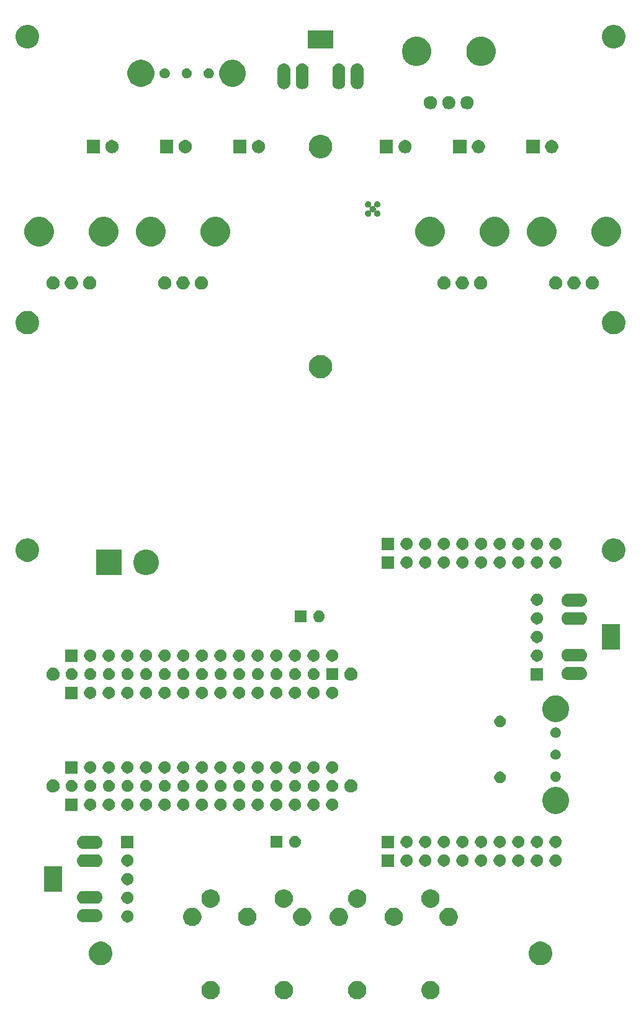
<source format=gbr>
G04 #@! TF.GenerationSoftware,KiCad,Pcbnew,(5.1.5)-3*
G04 #@! TF.CreationDate,2021-09-02T10:53:32+01:00*
G04 #@! TF.ProjectId,drumkid,6472756d-6b69-4642-9e6b-696361645f70,rev?*
G04 #@! TF.SameCoordinates,Original*
G04 #@! TF.FileFunction,Soldermask,Top*
G04 #@! TF.FilePolarity,Negative*
%FSLAX46Y46*%
G04 Gerber Fmt 4.6, Leading zero omitted, Abs format (unit mm)*
G04 Created by KiCad (PCBNEW (5.1.5)-3) date 2021-09-02 10:53:32*
%MOMM*%
%LPD*%
G04 APERTURE LIST*
%ADD10C,0.010000*%
%ADD11C,0.100000*%
G04 APERTURE END LIST*
D10*
G36*
X107170269Y-58091204D02*
G01*
X107199273Y-58099018D01*
X107287390Y-58136132D01*
X107358459Y-58187157D01*
X107412076Y-58251485D01*
X107447839Y-58328504D01*
X107465342Y-58417608D01*
X107465685Y-58500696D01*
X107449101Y-58588643D01*
X107413786Y-58668042D01*
X107361796Y-58736130D01*
X107295188Y-58790145D01*
X107224799Y-58824315D01*
X107169011Y-58838138D01*
X107102407Y-58845687D01*
X107035541Y-58846272D01*
X106983073Y-58840111D01*
X106898354Y-58812182D01*
X106823714Y-58767380D01*
X106762282Y-58708275D01*
X106717185Y-58637436D01*
X106706878Y-58613146D01*
X106689750Y-58545077D01*
X106684334Y-58468729D01*
X106690309Y-58392002D01*
X106707349Y-58322795D01*
X106719989Y-58293339D01*
X106769398Y-58220396D01*
X106833621Y-58161306D01*
X106909237Y-58117457D01*
X106992830Y-58090232D01*
X107080980Y-58081019D01*
X107170269Y-58091204D01*
G37*
X107170269Y-58091204D02*
X107199273Y-58099018D01*
X107287390Y-58136132D01*
X107358459Y-58187157D01*
X107412076Y-58251485D01*
X107447839Y-58328504D01*
X107465342Y-58417608D01*
X107465685Y-58500696D01*
X107449101Y-58588643D01*
X107413786Y-58668042D01*
X107361796Y-58736130D01*
X107295188Y-58790145D01*
X107224799Y-58824315D01*
X107169011Y-58838138D01*
X107102407Y-58845687D01*
X107035541Y-58846272D01*
X106983073Y-58840111D01*
X106898354Y-58812182D01*
X106823714Y-58767380D01*
X106762282Y-58708275D01*
X106717185Y-58637436D01*
X106706878Y-58613146D01*
X106689750Y-58545077D01*
X106684334Y-58468729D01*
X106690309Y-58392002D01*
X106707349Y-58322795D01*
X106719989Y-58293339D01*
X106769398Y-58220396D01*
X106833621Y-58161306D01*
X106909237Y-58117457D01*
X106992830Y-58090232D01*
X107080980Y-58081019D01*
X107170269Y-58091204D01*
G36*
X106564518Y-58714478D02*
G01*
X106647938Y-58746439D01*
X106724510Y-58797297D01*
X106749578Y-58820039D01*
X106797665Y-58881186D01*
X106828415Y-58953804D01*
X106842439Y-59039537D01*
X106843507Y-59072347D01*
X106842058Y-59122365D01*
X106837908Y-59169831D01*
X106831886Y-59205890D01*
X106830503Y-59211044D01*
X106797309Y-59285580D01*
X106746988Y-59349628D01*
X106682627Y-59401604D01*
X106607312Y-59439918D01*
X106524132Y-59462985D01*
X106436172Y-59469218D01*
X106350238Y-59457923D01*
X106274971Y-59430698D01*
X106205435Y-59387721D01*
X106146091Y-59332846D01*
X106101400Y-59269928D01*
X106082275Y-59226400D01*
X106067060Y-59156416D01*
X106062922Y-59078014D01*
X106069886Y-59001337D01*
X106081585Y-58953502D01*
X106108691Y-58897334D01*
X106151621Y-58839971D01*
X106155853Y-58835274D01*
X106225876Y-58773973D01*
X106304930Y-58731162D01*
X106389838Y-58706921D01*
X106477426Y-58701333D01*
X106564518Y-58714478D01*
G37*
X106564518Y-58714478D02*
X106647938Y-58746439D01*
X106724510Y-58797297D01*
X106749578Y-58820039D01*
X106797665Y-58881186D01*
X106828415Y-58953804D01*
X106842439Y-59039537D01*
X106843507Y-59072347D01*
X106842058Y-59122365D01*
X106837908Y-59169831D01*
X106831886Y-59205890D01*
X106830503Y-59211044D01*
X106797309Y-59285580D01*
X106746988Y-59349628D01*
X106682627Y-59401604D01*
X106607312Y-59439918D01*
X106524132Y-59462985D01*
X106436172Y-59469218D01*
X106350238Y-59457923D01*
X106274971Y-59430698D01*
X106205435Y-59387721D01*
X106146091Y-59332846D01*
X106101400Y-59269928D01*
X106082275Y-59226400D01*
X106067060Y-59156416D01*
X106062922Y-59078014D01*
X106069886Y-59001337D01*
X106081585Y-58953502D01*
X106108691Y-58897334D01*
X106151621Y-58839971D01*
X106155853Y-58835274D01*
X106225876Y-58773973D01*
X106304930Y-58731162D01*
X106389838Y-58706921D01*
X106477426Y-58701333D01*
X106564518Y-58714478D01*
G36*
X107753381Y-57466343D02*
G01*
X107792166Y-57469766D01*
X107824510Y-57477226D01*
X107858222Y-57490160D01*
X107874741Y-57497605D01*
X107945651Y-57540460D01*
X108005572Y-57596757D01*
X108050360Y-57662020D01*
X108069735Y-57708204D01*
X108083067Y-57773445D01*
X108086616Y-57847017D01*
X108080791Y-57920822D01*
X108066004Y-57986763D01*
X108054075Y-58017002D01*
X108007131Y-58089287D01*
X107943730Y-58148428D01*
X107866372Y-58192613D01*
X107777557Y-58220031D01*
X107772419Y-58221012D01*
X107732602Y-58227959D01*
X107703667Y-58230925D01*
X107676182Y-58229936D01*
X107640715Y-58225021D01*
X107619184Y-58221459D01*
X107535434Y-58197374D01*
X107458924Y-58155987D01*
X107393847Y-58100320D01*
X107344395Y-58033395D01*
X107335915Y-58017229D01*
X107322997Y-57987309D01*
X107314926Y-57957573D01*
X107310604Y-57921327D01*
X107308929Y-57871876D01*
X107308773Y-57852043D01*
X107309194Y-57798630D01*
X107311799Y-57760377D01*
X107317791Y-57730378D01*
X107328375Y-57701727D01*
X107338900Y-57679306D01*
X107384642Y-57609435D01*
X107447317Y-57548174D01*
X107522149Y-57500066D01*
X107532762Y-57494901D01*
X107566778Y-57480423D01*
X107598155Y-57471588D01*
X107634400Y-57467079D01*
X107683025Y-57465581D01*
X107700348Y-57465521D01*
X107753381Y-57466343D01*
G37*
X107753381Y-57466343D02*
X107792166Y-57469766D01*
X107824510Y-57477226D01*
X107858222Y-57490160D01*
X107874741Y-57497605D01*
X107945651Y-57540460D01*
X108005572Y-57596757D01*
X108050360Y-57662020D01*
X108069735Y-57708204D01*
X108083067Y-57773445D01*
X108086616Y-57847017D01*
X108080791Y-57920822D01*
X108066004Y-57986763D01*
X108054075Y-58017002D01*
X108007131Y-58089287D01*
X107943730Y-58148428D01*
X107866372Y-58192613D01*
X107777557Y-58220031D01*
X107772419Y-58221012D01*
X107732602Y-58227959D01*
X107703667Y-58230925D01*
X107676182Y-58229936D01*
X107640715Y-58225021D01*
X107619184Y-58221459D01*
X107535434Y-58197374D01*
X107458924Y-58155987D01*
X107393847Y-58100320D01*
X107344395Y-58033395D01*
X107335915Y-58017229D01*
X107322997Y-57987309D01*
X107314926Y-57957573D01*
X107310604Y-57921327D01*
X107308929Y-57871876D01*
X107308773Y-57852043D01*
X107309194Y-57798630D01*
X107311799Y-57760377D01*
X107317791Y-57730378D01*
X107328375Y-57701727D01*
X107338900Y-57679306D01*
X107384642Y-57609435D01*
X107447317Y-57548174D01*
X107522149Y-57500066D01*
X107532762Y-57494901D01*
X107566778Y-57480423D01*
X107598155Y-57471588D01*
X107634400Y-57467079D01*
X107683025Y-57465581D01*
X107700348Y-57465521D01*
X107753381Y-57466343D01*
G36*
X106511188Y-57466152D02*
G01*
X106549400Y-57468908D01*
X106579643Y-57475085D01*
X106608969Y-57485982D01*
X106634511Y-57497985D01*
X106712931Y-57545768D01*
X106772181Y-57603383D01*
X106813154Y-57672294D01*
X106836744Y-57753966D01*
X106843860Y-57841000D01*
X106839340Y-57922577D01*
X106823440Y-57989785D01*
X106793985Y-58048332D01*
X106748803Y-58103926D01*
X106740477Y-58112421D01*
X106668491Y-58169302D01*
X106586207Y-58207382D01*
X106495997Y-58225948D01*
X106400232Y-58224291D01*
X106377997Y-58221030D01*
X106300120Y-58199201D01*
X106227570Y-58162802D01*
X106165078Y-58115095D01*
X106117374Y-58059343D01*
X106100716Y-58029829D01*
X106073734Y-57950373D01*
X106062406Y-57864388D01*
X106066734Y-57778289D01*
X106086717Y-57698493D01*
X106100673Y-57666631D01*
X106134777Y-57616698D01*
X106184057Y-57566600D01*
X106242383Y-57521983D01*
X106284238Y-57497577D01*
X106316058Y-57482528D01*
X106343981Y-57473072D01*
X106374903Y-57467938D01*
X106415720Y-57465851D01*
X106457957Y-57465521D01*
X106511188Y-57466152D01*
G37*
X106511188Y-57466152D02*
X106549400Y-57468908D01*
X106579643Y-57475085D01*
X106608969Y-57485982D01*
X106634511Y-57497985D01*
X106712931Y-57545768D01*
X106772181Y-57603383D01*
X106813154Y-57672294D01*
X106836744Y-57753966D01*
X106843860Y-57841000D01*
X106839340Y-57922577D01*
X106823440Y-57989785D01*
X106793985Y-58048332D01*
X106748803Y-58103926D01*
X106740477Y-58112421D01*
X106668491Y-58169302D01*
X106586207Y-58207382D01*
X106495997Y-58225948D01*
X106400232Y-58224291D01*
X106377997Y-58221030D01*
X106300120Y-58199201D01*
X106227570Y-58162802D01*
X106165078Y-58115095D01*
X106117374Y-58059343D01*
X106100716Y-58029829D01*
X106073734Y-57950373D01*
X106062406Y-57864388D01*
X106066734Y-57778289D01*
X106086717Y-57698493D01*
X106100673Y-57666631D01*
X106134777Y-57616698D01*
X106184057Y-57566600D01*
X106242383Y-57521983D01*
X106284238Y-57497577D01*
X106316058Y-57482528D01*
X106343981Y-57473072D01*
X106374903Y-57467938D01*
X106415720Y-57465851D01*
X106457957Y-57465521D01*
X106511188Y-57466152D01*
G36*
X107700348Y-58704081D02*
G01*
X107798538Y-58714141D01*
X107884840Y-58742141D01*
X107958448Y-58787703D01*
X108018551Y-58850447D01*
X108021526Y-58854497D01*
X108059479Y-58924276D01*
X108081318Y-59003166D01*
X108087462Y-59086611D01*
X108078329Y-59170058D01*
X108054335Y-59248952D01*
X108015900Y-59318739D01*
X107974671Y-59365280D01*
X107901777Y-59416761D01*
X107818369Y-59451032D01*
X107728732Y-59467276D01*
X107637152Y-59464678D01*
X107555452Y-59445147D01*
X107469425Y-59405189D01*
X107401096Y-59352067D01*
X107350701Y-59286145D01*
X107318476Y-59207782D01*
X107304657Y-59117340D01*
X107305051Y-59061455D01*
X107320119Y-58970708D01*
X107354122Y-58891317D01*
X107406995Y-58823373D01*
X107478674Y-58766969D01*
X107532479Y-58737857D01*
X107573123Y-58720114D01*
X107606903Y-58709780D01*
X107642923Y-58705022D01*
X107690286Y-58704010D01*
X107700348Y-58704081D01*
G37*
X107700348Y-58704081D02*
X107798538Y-58714141D01*
X107884840Y-58742141D01*
X107958448Y-58787703D01*
X108018551Y-58850447D01*
X108021526Y-58854497D01*
X108059479Y-58924276D01*
X108081318Y-59003166D01*
X108087462Y-59086611D01*
X108078329Y-59170058D01*
X108054335Y-59248952D01*
X108015900Y-59318739D01*
X107974671Y-59365280D01*
X107901777Y-59416761D01*
X107818369Y-59451032D01*
X107728732Y-59467276D01*
X107637152Y-59464678D01*
X107555452Y-59445147D01*
X107469425Y-59405189D01*
X107401096Y-59352067D01*
X107350701Y-59286145D01*
X107318476Y-59207782D01*
X107304657Y-59117340D01*
X107305051Y-59061455D01*
X107320119Y-58970708D01*
X107354122Y-58891317D01*
X107406995Y-58823373D01*
X107478674Y-58766969D01*
X107532479Y-58737857D01*
X107573123Y-58720114D01*
X107606903Y-58709780D01*
X107642923Y-58705022D01*
X107690286Y-58704010D01*
X107700348Y-58704081D01*
D11*
G36*
X95364518Y-163798344D02*
G01*
X95591946Y-163892548D01*
X95796625Y-164029310D01*
X95970690Y-164203375D01*
X96107452Y-164408054D01*
X96201656Y-164635482D01*
X96249680Y-164876917D01*
X96249680Y-165123083D01*
X96201656Y-165364518D01*
X96107452Y-165591946D01*
X95970690Y-165796625D01*
X95796625Y-165970690D01*
X95591946Y-166107452D01*
X95364518Y-166201656D01*
X95123083Y-166249680D01*
X94876917Y-166249680D01*
X94635482Y-166201656D01*
X94408054Y-166107452D01*
X94203375Y-165970690D01*
X94029310Y-165796625D01*
X93892548Y-165591946D01*
X93798344Y-165364518D01*
X93750320Y-165123083D01*
X93750320Y-164876917D01*
X93798344Y-164635482D01*
X93892548Y-164408054D01*
X94029310Y-164203375D01*
X94203375Y-164029310D01*
X94408054Y-163892548D01*
X94635482Y-163798344D01*
X94876917Y-163750320D01*
X95123083Y-163750320D01*
X95364518Y-163798344D01*
G37*
G36*
X105364518Y-163798344D02*
G01*
X105591946Y-163892548D01*
X105796625Y-164029310D01*
X105970690Y-164203375D01*
X106107452Y-164408054D01*
X106201656Y-164635482D01*
X106249680Y-164876917D01*
X106249680Y-165123083D01*
X106201656Y-165364518D01*
X106107452Y-165591946D01*
X105970690Y-165796625D01*
X105796625Y-165970690D01*
X105591946Y-166107452D01*
X105364518Y-166201656D01*
X105123083Y-166249680D01*
X104876917Y-166249680D01*
X104635482Y-166201656D01*
X104408054Y-166107452D01*
X104203375Y-165970690D01*
X104029310Y-165796625D01*
X103892548Y-165591946D01*
X103798344Y-165364518D01*
X103750320Y-165123083D01*
X103750320Y-164876917D01*
X103798344Y-164635482D01*
X103892548Y-164408054D01*
X104029310Y-164203375D01*
X104203375Y-164029310D01*
X104408054Y-163892548D01*
X104635482Y-163798344D01*
X104876917Y-163750320D01*
X105123083Y-163750320D01*
X105364518Y-163798344D01*
G37*
G36*
X115367038Y-163798344D02*
G01*
X115594466Y-163892548D01*
X115799145Y-164029310D01*
X115973210Y-164203375D01*
X116109972Y-164408054D01*
X116204176Y-164635482D01*
X116252200Y-164876917D01*
X116252200Y-165123083D01*
X116204176Y-165364518D01*
X116109972Y-165591946D01*
X115973210Y-165796625D01*
X115799145Y-165970690D01*
X115594466Y-166107452D01*
X115367038Y-166201656D01*
X115125603Y-166249680D01*
X114879437Y-166249680D01*
X114638002Y-166201656D01*
X114410574Y-166107452D01*
X114205895Y-165970690D01*
X114031830Y-165796625D01*
X113895068Y-165591946D01*
X113800864Y-165364518D01*
X113752840Y-165123083D01*
X113752840Y-164876917D01*
X113800864Y-164635482D01*
X113895068Y-164408054D01*
X114031830Y-164203375D01*
X114205895Y-164029310D01*
X114410574Y-163892548D01*
X114638002Y-163798344D01*
X114879437Y-163750320D01*
X115125603Y-163750320D01*
X115367038Y-163798344D01*
G37*
G36*
X85361998Y-163798344D02*
G01*
X85589426Y-163892548D01*
X85794105Y-164029310D01*
X85968170Y-164203375D01*
X86104932Y-164408054D01*
X86199136Y-164635482D01*
X86247160Y-164876917D01*
X86247160Y-165123083D01*
X86199136Y-165364518D01*
X86104932Y-165591946D01*
X85968170Y-165796625D01*
X85794105Y-165970690D01*
X85589426Y-166107452D01*
X85361998Y-166201656D01*
X85120563Y-166249680D01*
X84874397Y-166249680D01*
X84632962Y-166201656D01*
X84405534Y-166107452D01*
X84200855Y-165970690D01*
X84026790Y-165796625D01*
X83890028Y-165591946D01*
X83795824Y-165364518D01*
X83747800Y-165123083D01*
X83747800Y-164876917D01*
X83795824Y-164635482D01*
X83890028Y-164408054D01*
X84026790Y-164203375D01*
X84200855Y-164029310D01*
X84405534Y-163892548D01*
X84632962Y-163798344D01*
X84874397Y-163750320D01*
X85120563Y-163750320D01*
X85361998Y-163798344D01*
G37*
G36*
X130466703Y-158461486D02*
G01*
X130757883Y-158582097D01*
X131019940Y-158757198D01*
X131242802Y-158980060D01*
X131417903Y-159242117D01*
X131538514Y-159533297D01*
X131600000Y-159842412D01*
X131600000Y-160157588D01*
X131538514Y-160466703D01*
X131417903Y-160757883D01*
X131242802Y-161019940D01*
X131019940Y-161242802D01*
X130757883Y-161417903D01*
X130466703Y-161538514D01*
X130157588Y-161600000D01*
X129842412Y-161600000D01*
X129533297Y-161538514D01*
X129242117Y-161417903D01*
X128980060Y-161242802D01*
X128757198Y-161019940D01*
X128582097Y-160757883D01*
X128461486Y-160466703D01*
X128400000Y-160157588D01*
X128400000Y-159842412D01*
X128461486Y-159533297D01*
X128582097Y-159242117D01*
X128757198Y-158980060D01*
X128980060Y-158757198D01*
X129242117Y-158582097D01*
X129533297Y-158461486D01*
X129842412Y-158400000D01*
X130157588Y-158400000D01*
X130466703Y-158461486D01*
G37*
G36*
X70466703Y-158461486D02*
G01*
X70757883Y-158582097D01*
X71019940Y-158757198D01*
X71242802Y-158980060D01*
X71417903Y-159242117D01*
X71538514Y-159533297D01*
X71600000Y-159842412D01*
X71600000Y-160157588D01*
X71538514Y-160466703D01*
X71417903Y-160757883D01*
X71242802Y-161019940D01*
X71019940Y-161242802D01*
X70757883Y-161417903D01*
X70466703Y-161538514D01*
X70157588Y-161600000D01*
X69842412Y-161600000D01*
X69533297Y-161538514D01*
X69242117Y-161417903D01*
X68980060Y-161242802D01*
X68757198Y-161019940D01*
X68582097Y-160757883D01*
X68461486Y-160466703D01*
X68400000Y-160157588D01*
X68400000Y-159842412D01*
X68461486Y-159533297D01*
X68582097Y-159242117D01*
X68757198Y-158980060D01*
X68980060Y-158757198D01*
X69242117Y-158582097D01*
X69533297Y-158461486D01*
X69842412Y-158400000D01*
X70157588Y-158400000D01*
X70466703Y-158461486D01*
G37*
G36*
X82865178Y-153803444D02*
G01*
X83092606Y-153897648D01*
X83297285Y-154034410D01*
X83471350Y-154208475D01*
X83608112Y-154413154D01*
X83702316Y-154640582D01*
X83750340Y-154882017D01*
X83750340Y-155128183D01*
X83702316Y-155369618D01*
X83608112Y-155597046D01*
X83471350Y-155801725D01*
X83297285Y-155975790D01*
X83092606Y-156112552D01*
X82865178Y-156206756D01*
X82623743Y-156254780D01*
X82377577Y-156254780D01*
X82136142Y-156206756D01*
X81908714Y-156112552D01*
X81704035Y-155975790D01*
X81529970Y-155801725D01*
X81393208Y-155597046D01*
X81299004Y-155369618D01*
X81250980Y-155128183D01*
X81250980Y-154882017D01*
X81299004Y-154640582D01*
X81393208Y-154413154D01*
X81529970Y-154208475D01*
X81704035Y-154034410D01*
X81908714Y-153897648D01*
X82136142Y-153803444D01*
X82377577Y-153755420D01*
X82623743Y-153755420D01*
X82865178Y-153803444D01*
G37*
G36*
X97861338Y-153803444D02*
G01*
X98088766Y-153897648D01*
X98293445Y-154034410D01*
X98467510Y-154208475D01*
X98604272Y-154413154D01*
X98698476Y-154640582D01*
X98746500Y-154882017D01*
X98746500Y-155128183D01*
X98698476Y-155369618D01*
X98604272Y-155597046D01*
X98467510Y-155801725D01*
X98293445Y-155975790D01*
X98088766Y-156112552D01*
X97861338Y-156206756D01*
X97619903Y-156254780D01*
X97373737Y-156254780D01*
X97132302Y-156206756D01*
X96904874Y-156112552D01*
X96700195Y-155975790D01*
X96526130Y-155801725D01*
X96389368Y-155597046D01*
X96295164Y-155369618D01*
X96247140Y-155128183D01*
X96247140Y-154882017D01*
X96295164Y-154640582D01*
X96389368Y-154413154D01*
X96526130Y-154208475D01*
X96700195Y-154034410D01*
X96904874Y-153897648D01*
X97132302Y-153803444D01*
X97373737Y-153755420D01*
X97619903Y-153755420D01*
X97861338Y-153803444D01*
G37*
G36*
X117863858Y-153803444D02*
G01*
X118091286Y-153897648D01*
X118295965Y-154034410D01*
X118470030Y-154208475D01*
X118606792Y-154413154D01*
X118700996Y-154640582D01*
X118749020Y-154882017D01*
X118749020Y-155128183D01*
X118700996Y-155369618D01*
X118606792Y-155597046D01*
X118470030Y-155801725D01*
X118295965Y-155975790D01*
X118091286Y-156112552D01*
X117863858Y-156206756D01*
X117622423Y-156254780D01*
X117376257Y-156254780D01*
X117134822Y-156206756D01*
X116907394Y-156112552D01*
X116702715Y-155975790D01*
X116528650Y-155801725D01*
X116391888Y-155597046D01*
X116297684Y-155369618D01*
X116249660Y-155128183D01*
X116249660Y-154882017D01*
X116297684Y-154640582D01*
X116391888Y-154413154D01*
X116528650Y-154208475D01*
X116702715Y-154034410D01*
X116907394Y-153897648D01*
X117134822Y-153803444D01*
X117376257Y-153755420D01*
X117622423Y-153755420D01*
X117863858Y-153803444D01*
G37*
G36*
X102867698Y-153803444D02*
G01*
X103095126Y-153897648D01*
X103299805Y-154034410D01*
X103473870Y-154208475D01*
X103610632Y-154413154D01*
X103704836Y-154640582D01*
X103752860Y-154882017D01*
X103752860Y-155128183D01*
X103704836Y-155369618D01*
X103610632Y-155597046D01*
X103473870Y-155801725D01*
X103299805Y-155975790D01*
X103095126Y-156112552D01*
X102867698Y-156206756D01*
X102626263Y-156254780D01*
X102380097Y-156254780D01*
X102138662Y-156206756D01*
X101911234Y-156112552D01*
X101706555Y-155975790D01*
X101532490Y-155801725D01*
X101395728Y-155597046D01*
X101301524Y-155369618D01*
X101253500Y-155128183D01*
X101253500Y-154882017D01*
X101301524Y-154640582D01*
X101395728Y-154413154D01*
X101532490Y-154208475D01*
X101706555Y-154034410D01*
X101911234Y-153897648D01*
X102138662Y-153803444D01*
X102380097Y-153755420D01*
X102626263Y-153755420D01*
X102867698Y-153803444D01*
G37*
G36*
X110365778Y-153800904D02*
G01*
X110593206Y-153895108D01*
X110797885Y-154031870D01*
X110971950Y-154205935D01*
X111108712Y-154410614D01*
X111202916Y-154638042D01*
X111250940Y-154879477D01*
X111250940Y-155125643D01*
X111202916Y-155367078D01*
X111108712Y-155594506D01*
X110971950Y-155799185D01*
X110797885Y-155973250D01*
X110593206Y-156110012D01*
X110365778Y-156204216D01*
X110124343Y-156252240D01*
X109878177Y-156252240D01*
X109636742Y-156204216D01*
X109409314Y-156110012D01*
X109204635Y-155973250D01*
X109030570Y-155799185D01*
X108893808Y-155594506D01*
X108799604Y-155367078D01*
X108751580Y-155125643D01*
X108751580Y-154879477D01*
X108799604Y-154638042D01*
X108893808Y-154410614D01*
X109030570Y-154205935D01*
X109204635Y-154031870D01*
X109409314Y-153895108D01*
X109636742Y-153800904D01*
X109878177Y-153752880D01*
X110124343Y-153752880D01*
X110365778Y-153800904D01*
G37*
G36*
X90363258Y-153800904D02*
G01*
X90590686Y-153895108D01*
X90795365Y-154031870D01*
X90969430Y-154205935D01*
X91106192Y-154410614D01*
X91200396Y-154638042D01*
X91248420Y-154879477D01*
X91248420Y-155125643D01*
X91200396Y-155367078D01*
X91106192Y-155594506D01*
X90969430Y-155799185D01*
X90795365Y-155973250D01*
X90590686Y-156110012D01*
X90363258Y-156204216D01*
X90121823Y-156252240D01*
X89875657Y-156252240D01*
X89634222Y-156204216D01*
X89406794Y-156110012D01*
X89202115Y-155973250D01*
X89028050Y-155799185D01*
X88891288Y-155594506D01*
X88797084Y-155367078D01*
X88749060Y-155125643D01*
X88749060Y-154879477D01*
X88797084Y-154638042D01*
X88891288Y-154410614D01*
X89028050Y-154205935D01*
X89202115Y-154031870D01*
X89406794Y-153895108D01*
X89634222Y-153800904D01*
X89875657Y-153752880D01*
X90121823Y-153752880D01*
X90363258Y-153800904D01*
G37*
G36*
X73907935Y-154122664D02*
G01*
X74062624Y-154186739D01*
X74062626Y-154186740D01*
X74201844Y-154279762D01*
X74320238Y-154398156D01*
X74404011Y-154523532D01*
X74413261Y-154537376D01*
X74477336Y-154692065D01*
X74510000Y-154856281D01*
X74510000Y-155023719D01*
X74477336Y-155187935D01*
X74413261Y-155342624D01*
X74413260Y-155342626D01*
X74320238Y-155481844D01*
X74201844Y-155600238D01*
X74062626Y-155693260D01*
X74062625Y-155693261D01*
X74062624Y-155693261D01*
X73907935Y-155757336D01*
X73743719Y-155790000D01*
X73576281Y-155790000D01*
X73412065Y-155757336D01*
X73257376Y-155693261D01*
X73257375Y-155693261D01*
X73257374Y-155693260D01*
X73118156Y-155600238D01*
X72999762Y-155481844D01*
X72906740Y-155342626D01*
X72906739Y-155342624D01*
X72842664Y-155187935D01*
X72810000Y-155023719D01*
X72810000Y-154856281D01*
X72842664Y-154692065D01*
X72906739Y-154537376D01*
X72915989Y-154523532D01*
X72999762Y-154398156D01*
X73118156Y-154279762D01*
X73257374Y-154186740D01*
X73257376Y-154186739D01*
X73412065Y-154122664D01*
X73576281Y-154090000D01*
X73743719Y-154090000D01*
X73907935Y-154122664D01*
G37*
G36*
X69466829Y-153989220D02*
G01*
X69552530Y-153997661D01*
X69717468Y-154047695D01*
X69869476Y-154128944D01*
X70002712Y-154238288D01*
X70112056Y-154371524D01*
X70193305Y-154523532D01*
X70243339Y-154688470D01*
X70260233Y-154860000D01*
X70243339Y-155031530D01*
X70193305Y-155196468D01*
X70112056Y-155348476D01*
X70002712Y-155481712D01*
X69869476Y-155591056D01*
X69717468Y-155672305D01*
X69552530Y-155722339D01*
X69466829Y-155730780D01*
X69423980Y-155735000D01*
X67588020Y-155735000D01*
X67545171Y-155730780D01*
X67459470Y-155722339D01*
X67294532Y-155672305D01*
X67142524Y-155591056D01*
X67009288Y-155481712D01*
X66899944Y-155348476D01*
X66818695Y-155196468D01*
X66768661Y-155031530D01*
X66751767Y-154860000D01*
X66768661Y-154688470D01*
X66818695Y-154523532D01*
X66899944Y-154371524D01*
X67009288Y-154238288D01*
X67142524Y-154128944D01*
X67294532Y-154047695D01*
X67459470Y-153997661D01*
X67545171Y-153989220D01*
X67588020Y-153985000D01*
X69423980Y-153985000D01*
X69466829Y-153989220D01*
G37*
G36*
X85367078Y-151301544D02*
G01*
X85594506Y-151395748D01*
X85799185Y-151532510D01*
X85973250Y-151706575D01*
X86110012Y-151911254D01*
X86204216Y-152138682D01*
X86252240Y-152380117D01*
X86252240Y-152626283D01*
X86204216Y-152867718D01*
X86110012Y-153095146D01*
X85973250Y-153299825D01*
X85799185Y-153473890D01*
X85594506Y-153610652D01*
X85367078Y-153704856D01*
X85125643Y-153752880D01*
X84879477Y-153752880D01*
X84638042Y-153704856D01*
X84410614Y-153610652D01*
X84205935Y-153473890D01*
X84031870Y-153299825D01*
X83895108Y-153095146D01*
X83800904Y-152867718D01*
X83752880Y-152626283D01*
X83752880Y-152380117D01*
X83800904Y-152138682D01*
X83895108Y-151911254D01*
X84031870Y-151706575D01*
X84205935Y-151532510D01*
X84410614Y-151395748D01*
X84638042Y-151301544D01*
X84879477Y-151253520D01*
X85125643Y-151253520D01*
X85367078Y-151301544D01*
G37*
G36*
X115361958Y-151301544D02*
G01*
X115589386Y-151395748D01*
X115794065Y-151532510D01*
X115968130Y-151706575D01*
X116104892Y-151911254D01*
X116199096Y-152138682D01*
X116247120Y-152380117D01*
X116247120Y-152626283D01*
X116199096Y-152867718D01*
X116104892Y-153095146D01*
X115968130Y-153299825D01*
X115794065Y-153473890D01*
X115589386Y-153610652D01*
X115361958Y-153704856D01*
X115120523Y-153752880D01*
X114874357Y-153752880D01*
X114632922Y-153704856D01*
X114405494Y-153610652D01*
X114200815Y-153473890D01*
X114026750Y-153299825D01*
X113889988Y-153095146D01*
X113795784Y-152867718D01*
X113747760Y-152626283D01*
X113747760Y-152380117D01*
X113795784Y-152138682D01*
X113889988Y-151911254D01*
X114026750Y-151706575D01*
X114200815Y-151532510D01*
X114405494Y-151395748D01*
X114632922Y-151301544D01*
X114874357Y-151253520D01*
X115120523Y-151253520D01*
X115361958Y-151301544D01*
G37*
G36*
X105369598Y-151301544D02*
G01*
X105597026Y-151395748D01*
X105801705Y-151532510D01*
X105975770Y-151706575D01*
X106112532Y-151911254D01*
X106206736Y-152138682D01*
X106254760Y-152380117D01*
X106254760Y-152626283D01*
X106206736Y-152867718D01*
X106112532Y-153095146D01*
X105975770Y-153299825D01*
X105801705Y-153473890D01*
X105597026Y-153610652D01*
X105369598Y-153704856D01*
X105128163Y-153752880D01*
X104881997Y-153752880D01*
X104640562Y-153704856D01*
X104413134Y-153610652D01*
X104208455Y-153473890D01*
X104034390Y-153299825D01*
X103897628Y-153095146D01*
X103803424Y-152867718D01*
X103755400Y-152626283D01*
X103755400Y-152380117D01*
X103803424Y-152138682D01*
X103897628Y-151911254D01*
X104034390Y-151706575D01*
X104208455Y-151532510D01*
X104413134Y-151395748D01*
X104640562Y-151301544D01*
X104881997Y-151253520D01*
X105128163Y-151253520D01*
X105369598Y-151301544D01*
G37*
G36*
X95359438Y-151301544D02*
G01*
X95586866Y-151395748D01*
X95791545Y-151532510D01*
X95965610Y-151706575D01*
X96102372Y-151911254D01*
X96196576Y-152138682D01*
X96244600Y-152380117D01*
X96244600Y-152626283D01*
X96196576Y-152867718D01*
X96102372Y-153095146D01*
X95965610Y-153299825D01*
X95791545Y-153473890D01*
X95586866Y-153610652D01*
X95359438Y-153704856D01*
X95118003Y-153752880D01*
X94871837Y-153752880D01*
X94630402Y-153704856D01*
X94402974Y-153610652D01*
X94198295Y-153473890D01*
X94024230Y-153299825D01*
X93887468Y-153095146D01*
X93793264Y-152867718D01*
X93745240Y-152626283D01*
X93745240Y-152380117D01*
X93793264Y-152138682D01*
X93887468Y-151911254D01*
X94024230Y-151706575D01*
X94198295Y-151532510D01*
X94402974Y-151395748D01*
X94630402Y-151301544D01*
X94871837Y-151253520D01*
X95118003Y-151253520D01*
X95359438Y-151301544D01*
G37*
G36*
X73907935Y-151582664D02*
G01*
X74062624Y-151646739D01*
X74062626Y-151646740D01*
X74201844Y-151739762D01*
X74320238Y-151858156D01*
X74413260Y-151997374D01*
X74413261Y-151997376D01*
X74477336Y-152152065D01*
X74510000Y-152316281D01*
X74510000Y-152483719D01*
X74477336Y-152647935D01*
X74413261Y-152802624D01*
X74413260Y-152802626D01*
X74320238Y-152941844D01*
X74201844Y-153060238D01*
X74062626Y-153153260D01*
X74062625Y-153153261D01*
X74062624Y-153153261D01*
X73907935Y-153217336D01*
X73743719Y-153250000D01*
X73576281Y-153250000D01*
X73412065Y-153217336D01*
X73257376Y-153153261D01*
X73257375Y-153153261D01*
X73257374Y-153153260D01*
X73118156Y-153060238D01*
X72999762Y-152941844D01*
X72906740Y-152802626D01*
X72906739Y-152802624D01*
X72842664Y-152647935D01*
X72810000Y-152483719D01*
X72810000Y-152316281D01*
X72842664Y-152152065D01*
X72906739Y-151997376D01*
X72906740Y-151997374D01*
X72999762Y-151858156D01*
X73118156Y-151739762D01*
X73257374Y-151646740D01*
X73257376Y-151646739D01*
X73412065Y-151582664D01*
X73576281Y-151550000D01*
X73743719Y-151550000D01*
X73907935Y-151582664D01*
G37*
G36*
X69466829Y-151489220D02*
G01*
X69552530Y-151497661D01*
X69717468Y-151547695D01*
X69717470Y-151547696D01*
X69768137Y-151574778D01*
X69869476Y-151628944D01*
X70002712Y-151738288D01*
X70112056Y-151871524D01*
X70112058Y-151871528D01*
X70179325Y-151997376D01*
X70193305Y-152023532D01*
X70243339Y-152188470D01*
X70260233Y-152360000D01*
X70243339Y-152531530D01*
X70193305Y-152696468D01*
X70112056Y-152848476D01*
X70002712Y-152981712D01*
X69869476Y-153091056D01*
X69717468Y-153172305D01*
X69552530Y-153222339D01*
X69466829Y-153230780D01*
X69423980Y-153235000D01*
X67588020Y-153235000D01*
X67545171Y-153230780D01*
X67459470Y-153222339D01*
X67294532Y-153172305D01*
X67142524Y-153091056D01*
X67009288Y-152981712D01*
X66899944Y-152848476D01*
X66818695Y-152696468D01*
X66768661Y-152531530D01*
X66751767Y-152360000D01*
X66768661Y-152188470D01*
X66818695Y-152023532D01*
X66832676Y-151997376D01*
X66899942Y-151871528D01*
X66899944Y-151871524D01*
X67009288Y-151738288D01*
X67142524Y-151628944D01*
X67243863Y-151574778D01*
X67294530Y-151547696D01*
X67294532Y-151547695D01*
X67459470Y-151497661D01*
X67545171Y-151489220D01*
X67588020Y-151485000D01*
X69423980Y-151485000D01*
X69466829Y-151489220D01*
G37*
G36*
X64750000Y-151610000D02*
G01*
X62250000Y-151610000D01*
X62250000Y-148110000D01*
X64750000Y-148110000D01*
X64750000Y-151610000D01*
G37*
G36*
X73907935Y-149042664D02*
G01*
X74062624Y-149106739D01*
X74062626Y-149106740D01*
X74201844Y-149199762D01*
X74320238Y-149318156D01*
X74413260Y-149457374D01*
X74413261Y-149457376D01*
X74477336Y-149612065D01*
X74510000Y-149776281D01*
X74510000Y-149943719D01*
X74477336Y-150107935D01*
X74413261Y-150262624D01*
X74413260Y-150262626D01*
X74320238Y-150401844D01*
X74201844Y-150520238D01*
X74062626Y-150613260D01*
X74062625Y-150613261D01*
X74062624Y-150613261D01*
X73907935Y-150677336D01*
X73743719Y-150710000D01*
X73576281Y-150710000D01*
X73412065Y-150677336D01*
X73257376Y-150613261D01*
X73257375Y-150613261D01*
X73257374Y-150613260D01*
X73118156Y-150520238D01*
X72999762Y-150401844D01*
X72906740Y-150262626D01*
X72906739Y-150262624D01*
X72842664Y-150107935D01*
X72810000Y-149943719D01*
X72810000Y-149776281D01*
X72842664Y-149612065D01*
X72906739Y-149457376D01*
X72906740Y-149457374D01*
X72999762Y-149318156D01*
X73118156Y-149199762D01*
X73257374Y-149106740D01*
X73257376Y-149106739D01*
X73412065Y-149042664D01*
X73576281Y-149010000D01*
X73743719Y-149010000D01*
X73907935Y-149042664D01*
G37*
G36*
X69466829Y-146489220D02*
G01*
X69552530Y-146497661D01*
X69717468Y-146547695D01*
X69869476Y-146628944D01*
X70002712Y-146738288D01*
X70112056Y-146871524D01*
X70193305Y-147023532D01*
X70243339Y-147188470D01*
X70260233Y-147360000D01*
X70243339Y-147531530D01*
X70232295Y-147567936D01*
X70193304Y-147696470D01*
X70179323Y-147722626D01*
X70112056Y-147848476D01*
X70002712Y-147981712D01*
X69869476Y-148091056D01*
X69869472Y-148091058D01*
X69721781Y-148170000D01*
X69717468Y-148172305D01*
X69552530Y-148222339D01*
X69466829Y-148230780D01*
X69423980Y-148235000D01*
X67588020Y-148235000D01*
X67545171Y-148230780D01*
X67459470Y-148222339D01*
X67294532Y-148172305D01*
X67290220Y-148170000D01*
X67142528Y-148091058D01*
X67142524Y-148091056D01*
X67009288Y-147981712D01*
X66899944Y-147848476D01*
X66832677Y-147722626D01*
X66818696Y-147696470D01*
X66779705Y-147567936D01*
X66768661Y-147531530D01*
X66751767Y-147360000D01*
X66768661Y-147188470D01*
X66818695Y-147023532D01*
X66899944Y-146871524D01*
X67009288Y-146738288D01*
X67142524Y-146628944D01*
X67294532Y-146547695D01*
X67459470Y-146497661D01*
X67545171Y-146489220D01*
X67588020Y-146485000D01*
X69423980Y-146485000D01*
X69466829Y-146489220D01*
G37*
G36*
X132327935Y-146502664D02*
G01*
X132482624Y-146566739D01*
X132482626Y-146566740D01*
X132621844Y-146659762D01*
X132740238Y-146778156D01*
X132833260Y-146917374D01*
X132833261Y-146917376D01*
X132897336Y-147072065D01*
X132930000Y-147236281D01*
X132930000Y-147403719D01*
X132897336Y-147567935D01*
X132844095Y-147696468D01*
X132833260Y-147722626D01*
X132740238Y-147861844D01*
X132621844Y-147980238D01*
X132482626Y-148073260D01*
X132482625Y-148073261D01*
X132482624Y-148073261D01*
X132327935Y-148137336D01*
X132163719Y-148170000D01*
X131996281Y-148170000D01*
X131832065Y-148137336D01*
X131677376Y-148073261D01*
X131677375Y-148073261D01*
X131677374Y-148073260D01*
X131538156Y-147980238D01*
X131419762Y-147861844D01*
X131326740Y-147722626D01*
X131315905Y-147696468D01*
X131262664Y-147567935D01*
X131230000Y-147403719D01*
X131230000Y-147236281D01*
X131262664Y-147072065D01*
X131326739Y-146917376D01*
X131326740Y-146917374D01*
X131419762Y-146778156D01*
X131538156Y-146659762D01*
X131677374Y-146566740D01*
X131677376Y-146566739D01*
X131832065Y-146502664D01*
X131996281Y-146470000D01*
X132163719Y-146470000D01*
X132327935Y-146502664D01*
G37*
G36*
X122167935Y-146502664D02*
G01*
X122322624Y-146566739D01*
X122322626Y-146566740D01*
X122461844Y-146659762D01*
X122580238Y-146778156D01*
X122673260Y-146917374D01*
X122673261Y-146917376D01*
X122737336Y-147072065D01*
X122770000Y-147236281D01*
X122770000Y-147403719D01*
X122737336Y-147567935D01*
X122684095Y-147696468D01*
X122673260Y-147722626D01*
X122580238Y-147861844D01*
X122461844Y-147980238D01*
X122322626Y-148073260D01*
X122322625Y-148073261D01*
X122322624Y-148073261D01*
X122167935Y-148137336D01*
X122003719Y-148170000D01*
X121836281Y-148170000D01*
X121672065Y-148137336D01*
X121517376Y-148073261D01*
X121517375Y-148073261D01*
X121517374Y-148073260D01*
X121378156Y-147980238D01*
X121259762Y-147861844D01*
X121166740Y-147722626D01*
X121155905Y-147696468D01*
X121102664Y-147567935D01*
X121070000Y-147403719D01*
X121070000Y-147236281D01*
X121102664Y-147072065D01*
X121166739Y-146917376D01*
X121166740Y-146917374D01*
X121259762Y-146778156D01*
X121378156Y-146659762D01*
X121517374Y-146566740D01*
X121517376Y-146566739D01*
X121672065Y-146502664D01*
X121836281Y-146470000D01*
X122003719Y-146470000D01*
X122167935Y-146502664D01*
G37*
G36*
X124707935Y-146502664D02*
G01*
X124862624Y-146566739D01*
X124862626Y-146566740D01*
X125001844Y-146659762D01*
X125120238Y-146778156D01*
X125213260Y-146917374D01*
X125213261Y-146917376D01*
X125277336Y-147072065D01*
X125310000Y-147236281D01*
X125310000Y-147403719D01*
X125277336Y-147567935D01*
X125224095Y-147696468D01*
X125213260Y-147722626D01*
X125120238Y-147861844D01*
X125001844Y-147980238D01*
X124862626Y-148073260D01*
X124862625Y-148073261D01*
X124862624Y-148073261D01*
X124707935Y-148137336D01*
X124543719Y-148170000D01*
X124376281Y-148170000D01*
X124212065Y-148137336D01*
X124057376Y-148073261D01*
X124057375Y-148073261D01*
X124057374Y-148073260D01*
X123918156Y-147980238D01*
X123799762Y-147861844D01*
X123706740Y-147722626D01*
X123695905Y-147696468D01*
X123642664Y-147567935D01*
X123610000Y-147403719D01*
X123610000Y-147236281D01*
X123642664Y-147072065D01*
X123706739Y-146917376D01*
X123706740Y-146917374D01*
X123799762Y-146778156D01*
X123918156Y-146659762D01*
X124057374Y-146566740D01*
X124057376Y-146566739D01*
X124212065Y-146502664D01*
X124376281Y-146470000D01*
X124543719Y-146470000D01*
X124707935Y-146502664D01*
G37*
G36*
X127247935Y-146502664D02*
G01*
X127402624Y-146566739D01*
X127402626Y-146566740D01*
X127541844Y-146659762D01*
X127660238Y-146778156D01*
X127753260Y-146917374D01*
X127753261Y-146917376D01*
X127817336Y-147072065D01*
X127850000Y-147236281D01*
X127850000Y-147403719D01*
X127817336Y-147567935D01*
X127764095Y-147696468D01*
X127753260Y-147722626D01*
X127660238Y-147861844D01*
X127541844Y-147980238D01*
X127402626Y-148073260D01*
X127402625Y-148073261D01*
X127402624Y-148073261D01*
X127247935Y-148137336D01*
X127083719Y-148170000D01*
X126916281Y-148170000D01*
X126752065Y-148137336D01*
X126597376Y-148073261D01*
X126597375Y-148073261D01*
X126597374Y-148073260D01*
X126458156Y-147980238D01*
X126339762Y-147861844D01*
X126246740Y-147722626D01*
X126235905Y-147696468D01*
X126182664Y-147567935D01*
X126150000Y-147403719D01*
X126150000Y-147236281D01*
X126182664Y-147072065D01*
X126246739Y-146917376D01*
X126246740Y-146917374D01*
X126339762Y-146778156D01*
X126458156Y-146659762D01*
X126597374Y-146566740D01*
X126597376Y-146566739D01*
X126752065Y-146502664D01*
X126916281Y-146470000D01*
X127083719Y-146470000D01*
X127247935Y-146502664D01*
G37*
G36*
X129787935Y-146502664D02*
G01*
X129942624Y-146566739D01*
X129942626Y-146566740D01*
X130081844Y-146659762D01*
X130200238Y-146778156D01*
X130293260Y-146917374D01*
X130293261Y-146917376D01*
X130357336Y-147072065D01*
X130390000Y-147236281D01*
X130390000Y-147403719D01*
X130357336Y-147567935D01*
X130304095Y-147696468D01*
X130293260Y-147722626D01*
X130200238Y-147861844D01*
X130081844Y-147980238D01*
X129942626Y-148073260D01*
X129942625Y-148073261D01*
X129942624Y-148073261D01*
X129787935Y-148137336D01*
X129623719Y-148170000D01*
X129456281Y-148170000D01*
X129292065Y-148137336D01*
X129137376Y-148073261D01*
X129137375Y-148073261D01*
X129137374Y-148073260D01*
X128998156Y-147980238D01*
X128879762Y-147861844D01*
X128786740Y-147722626D01*
X128775905Y-147696468D01*
X128722664Y-147567935D01*
X128690000Y-147403719D01*
X128690000Y-147236281D01*
X128722664Y-147072065D01*
X128786739Y-146917376D01*
X128786740Y-146917374D01*
X128879762Y-146778156D01*
X128998156Y-146659762D01*
X129137374Y-146566740D01*
X129137376Y-146566739D01*
X129292065Y-146502664D01*
X129456281Y-146470000D01*
X129623719Y-146470000D01*
X129787935Y-146502664D01*
G37*
G36*
X117087935Y-146502664D02*
G01*
X117242624Y-146566739D01*
X117242626Y-146566740D01*
X117381844Y-146659762D01*
X117500238Y-146778156D01*
X117593260Y-146917374D01*
X117593261Y-146917376D01*
X117657336Y-147072065D01*
X117690000Y-147236281D01*
X117690000Y-147403719D01*
X117657336Y-147567935D01*
X117604095Y-147696468D01*
X117593260Y-147722626D01*
X117500238Y-147861844D01*
X117381844Y-147980238D01*
X117242626Y-148073260D01*
X117242625Y-148073261D01*
X117242624Y-148073261D01*
X117087935Y-148137336D01*
X116923719Y-148170000D01*
X116756281Y-148170000D01*
X116592065Y-148137336D01*
X116437376Y-148073261D01*
X116437375Y-148073261D01*
X116437374Y-148073260D01*
X116298156Y-147980238D01*
X116179762Y-147861844D01*
X116086740Y-147722626D01*
X116075905Y-147696468D01*
X116022664Y-147567935D01*
X115990000Y-147403719D01*
X115990000Y-147236281D01*
X116022664Y-147072065D01*
X116086739Y-146917376D01*
X116086740Y-146917374D01*
X116179762Y-146778156D01*
X116298156Y-146659762D01*
X116437374Y-146566740D01*
X116437376Y-146566739D01*
X116592065Y-146502664D01*
X116756281Y-146470000D01*
X116923719Y-146470000D01*
X117087935Y-146502664D01*
G37*
G36*
X110070000Y-148170000D02*
G01*
X108370000Y-148170000D01*
X108370000Y-146470000D01*
X110070000Y-146470000D01*
X110070000Y-148170000D01*
G37*
G36*
X73907935Y-146502664D02*
G01*
X74062624Y-146566739D01*
X74062626Y-146566740D01*
X74201844Y-146659762D01*
X74320238Y-146778156D01*
X74413260Y-146917374D01*
X74413261Y-146917376D01*
X74477336Y-147072065D01*
X74510000Y-147236281D01*
X74510000Y-147403719D01*
X74477336Y-147567935D01*
X74424095Y-147696468D01*
X74413260Y-147722626D01*
X74320238Y-147861844D01*
X74201844Y-147980238D01*
X74062626Y-148073260D01*
X74062625Y-148073261D01*
X74062624Y-148073261D01*
X73907935Y-148137336D01*
X73743719Y-148170000D01*
X73576281Y-148170000D01*
X73412065Y-148137336D01*
X73257376Y-148073261D01*
X73257375Y-148073261D01*
X73257374Y-148073260D01*
X73118156Y-147980238D01*
X72999762Y-147861844D01*
X72906740Y-147722626D01*
X72895905Y-147696468D01*
X72842664Y-147567935D01*
X72810000Y-147403719D01*
X72810000Y-147236281D01*
X72842664Y-147072065D01*
X72906739Y-146917376D01*
X72906740Y-146917374D01*
X72999762Y-146778156D01*
X73118156Y-146659762D01*
X73257374Y-146566740D01*
X73257376Y-146566739D01*
X73412065Y-146502664D01*
X73576281Y-146470000D01*
X73743719Y-146470000D01*
X73907935Y-146502664D01*
G37*
G36*
X119627935Y-146502664D02*
G01*
X119782624Y-146566739D01*
X119782626Y-146566740D01*
X119921844Y-146659762D01*
X120040238Y-146778156D01*
X120133260Y-146917374D01*
X120133261Y-146917376D01*
X120197336Y-147072065D01*
X120230000Y-147236281D01*
X120230000Y-147403719D01*
X120197336Y-147567935D01*
X120144095Y-147696468D01*
X120133260Y-147722626D01*
X120040238Y-147861844D01*
X119921844Y-147980238D01*
X119782626Y-148073260D01*
X119782625Y-148073261D01*
X119782624Y-148073261D01*
X119627935Y-148137336D01*
X119463719Y-148170000D01*
X119296281Y-148170000D01*
X119132065Y-148137336D01*
X118977376Y-148073261D01*
X118977375Y-148073261D01*
X118977374Y-148073260D01*
X118838156Y-147980238D01*
X118719762Y-147861844D01*
X118626740Y-147722626D01*
X118615905Y-147696468D01*
X118562664Y-147567935D01*
X118530000Y-147403719D01*
X118530000Y-147236281D01*
X118562664Y-147072065D01*
X118626739Y-146917376D01*
X118626740Y-146917374D01*
X118719762Y-146778156D01*
X118838156Y-146659762D01*
X118977374Y-146566740D01*
X118977376Y-146566739D01*
X119132065Y-146502664D01*
X119296281Y-146470000D01*
X119463719Y-146470000D01*
X119627935Y-146502664D01*
G37*
G36*
X114547935Y-146502664D02*
G01*
X114702624Y-146566739D01*
X114702626Y-146566740D01*
X114841844Y-146659762D01*
X114960238Y-146778156D01*
X115053260Y-146917374D01*
X115053261Y-146917376D01*
X115117336Y-147072065D01*
X115150000Y-147236281D01*
X115150000Y-147403719D01*
X115117336Y-147567935D01*
X115064095Y-147696468D01*
X115053260Y-147722626D01*
X114960238Y-147861844D01*
X114841844Y-147980238D01*
X114702626Y-148073260D01*
X114702625Y-148073261D01*
X114702624Y-148073261D01*
X114547935Y-148137336D01*
X114383719Y-148170000D01*
X114216281Y-148170000D01*
X114052065Y-148137336D01*
X113897376Y-148073261D01*
X113897375Y-148073261D01*
X113897374Y-148073260D01*
X113758156Y-147980238D01*
X113639762Y-147861844D01*
X113546740Y-147722626D01*
X113535905Y-147696468D01*
X113482664Y-147567935D01*
X113450000Y-147403719D01*
X113450000Y-147236281D01*
X113482664Y-147072065D01*
X113546739Y-146917376D01*
X113546740Y-146917374D01*
X113639762Y-146778156D01*
X113758156Y-146659762D01*
X113897374Y-146566740D01*
X113897376Y-146566739D01*
X114052065Y-146502664D01*
X114216281Y-146470000D01*
X114383719Y-146470000D01*
X114547935Y-146502664D01*
G37*
G36*
X112007935Y-146502664D02*
G01*
X112162624Y-146566739D01*
X112162626Y-146566740D01*
X112301844Y-146659762D01*
X112420238Y-146778156D01*
X112513260Y-146917374D01*
X112513261Y-146917376D01*
X112577336Y-147072065D01*
X112610000Y-147236281D01*
X112610000Y-147403719D01*
X112577336Y-147567935D01*
X112524095Y-147696468D01*
X112513260Y-147722626D01*
X112420238Y-147861844D01*
X112301844Y-147980238D01*
X112162626Y-148073260D01*
X112162625Y-148073261D01*
X112162624Y-148073261D01*
X112007935Y-148137336D01*
X111843719Y-148170000D01*
X111676281Y-148170000D01*
X111512065Y-148137336D01*
X111357376Y-148073261D01*
X111357375Y-148073261D01*
X111357374Y-148073260D01*
X111218156Y-147980238D01*
X111099762Y-147861844D01*
X111006740Y-147722626D01*
X110995905Y-147696468D01*
X110942664Y-147567935D01*
X110910000Y-147403719D01*
X110910000Y-147236281D01*
X110942664Y-147072065D01*
X111006739Y-146917376D01*
X111006740Y-146917374D01*
X111099762Y-146778156D01*
X111218156Y-146659762D01*
X111357374Y-146566740D01*
X111357376Y-146566739D01*
X111512065Y-146502664D01*
X111676281Y-146470000D01*
X111843719Y-146470000D01*
X112007935Y-146502664D01*
G37*
G36*
X69466829Y-143989220D02*
G01*
X69552530Y-143997661D01*
X69717468Y-144047695D01*
X69869476Y-144128944D01*
X70002712Y-144238288D01*
X70112056Y-144371524D01*
X70193305Y-144523532D01*
X70243339Y-144688470D01*
X70260233Y-144860000D01*
X70243339Y-145031530D01*
X70193305Y-145196468D01*
X70112056Y-145348476D01*
X70002712Y-145481712D01*
X69869476Y-145591056D01*
X69717468Y-145672305D01*
X69552530Y-145722339D01*
X69466829Y-145730780D01*
X69423980Y-145735000D01*
X67588020Y-145735000D01*
X67545171Y-145730780D01*
X67459470Y-145722339D01*
X67294532Y-145672305D01*
X67142524Y-145591056D01*
X67009288Y-145481712D01*
X66899944Y-145348476D01*
X66818695Y-145196468D01*
X66768661Y-145031530D01*
X66751767Y-144860000D01*
X66768661Y-144688470D01*
X66818695Y-144523532D01*
X66899944Y-144371524D01*
X67009288Y-144238288D01*
X67142524Y-144128944D01*
X67294532Y-144047695D01*
X67459470Y-143997661D01*
X67545171Y-143989220D01*
X67588020Y-143985000D01*
X69423980Y-143985000D01*
X69466829Y-143989220D01*
G37*
G36*
X124707935Y-143962664D02*
G01*
X124862624Y-144026739D01*
X124862626Y-144026740D01*
X125001844Y-144119762D01*
X125120238Y-144238156D01*
X125213260Y-144377374D01*
X125213261Y-144377376D01*
X125277336Y-144532065D01*
X125310000Y-144696281D01*
X125310000Y-144863719D01*
X125277336Y-145027935D01*
X125213261Y-145182624D01*
X125213260Y-145182626D01*
X125120238Y-145321844D01*
X125001844Y-145440238D01*
X124862626Y-145533260D01*
X124862625Y-145533261D01*
X124862624Y-145533261D01*
X124707935Y-145597336D01*
X124543719Y-145630000D01*
X124376281Y-145630000D01*
X124212065Y-145597336D01*
X124057376Y-145533261D01*
X124057375Y-145533261D01*
X124057374Y-145533260D01*
X123918156Y-145440238D01*
X123799762Y-145321844D01*
X123706740Y-145182626D01*
X123706739Y-145182624D01*
X123642664Y-145027935D01*
X123610000Y-144863719D01*
X123610000Y-144696281D01*
X123642664Y-144532065D01*
X123706739Y-144377376D01*
X123706740Y-144377374D01*
X123799762Y-144238156D01*
X123918156Y-144119762D01*
X124057374Y-144026740D01*
X124057376Y-144026739D01*
X124212065Y-143962664D01*
X124376281Y-143930000D01*
X124543719Y-143930000D01*
X124707935Y-143962664D01*
G37*
G36*
X132327935Y-143962664D02*
G01*
X132482624Y-144026739D01*
X132482626Y-144026740D01*
X132621844Y-144119762D01*
X132740238Y-144238156D01*
X132833260Y-144377374D01*
X132833261Y-144377376D01*
X132897336Y-144532065D01*
X132930000Y-144696281D01*
X132930000Y-144863719D01*
X132897336Y-145027935D01*
X132833261Y-145182624D01*
X132833260Y-145182626D01*
X132740238Y-145321844D01*
X132621844Y-145440238D01*
X132482626Y-145533260D01*
X132482625Y-145533261D01*
X132482624Y-145533261D01*
X132327935Y-145597336D01*
X132163719Y-145630000D01*
X131996281Y-145630000D01*
X131832065Y-145597336D01*
X131677376Y-145533261D01*
X131677375Y-145533261D01*
X131677374Y-145533260D01*
X131538156Y-145440238D01*
X131419762Y-145321844D01*
X131326740Y-145182626D01*
X131326739Y-145182624D01*
X131262664Y-145027935D01*
X131230000Y-144863719D01*
X131230000Y-144696281D01*
X131262664Y-144532065D01*
X131326739Y-144377376D01*
X131326740Y-144377374D01*
X131419762Y-144238156D01*
X131538156Y-144119762D01*
X131677374Y-144026740D01*
X131677376Y-144026739D01*
X131832065Y-143962664D01*
X131996281Y-143930000D01*
X132163719Y-143930000D01*
X132327935Y-143962664D01*
G37*
G36*
X129787935Y-143962664D02*
G01*
X129942624Y-144026739D01*
X129942626Y-144026740D01*
X130081844Y-144119762D01*
X130200238Y-144238156D01*
X130293260Y-144377374D01*
X130293261Y-144377376D01*
X130357336Y-144532065D01*
X130390000Y-144696281D01*
X130390000Y-144863719D01*
X130357336Y-145027935D01*
X130293261Y-145182624D01*
X130293260Y-145182626D01*
X130200238Y-145321844D01*
X130081844Y-145440238D01*
X129942626Y-145533260D01*
X129942625Y-145533261D01*
X129942624Y-145533261D01*
X129787935Y-145597336D01*
X129623719Y-145630000D01*
X129456281Y-145630000D01*
X129292065Y-145597336D01*
X129137376Y-145533261D01*
X129137375Y-145533261D01*
X129137374Y-145533260D01*
X128998156Y-145440238D01*
X128879762Y-145321844D01*
X128786740Y-145182626D01*
X128786739Y-145182624D01*
X128722664Y-145027935D01*
X128690000Y-144863719D01*
X128690000Y-144696281D01*
X128722664Y-144532065D01*
X128786739Y-144377376D01*
X128786740Y-144377374D01*
X128879762Y-144238156D01*
X128998156Y-144119762D01*
X129137374Y-144026740D01*
X129137376Y-144026739D01*
X129292065Y-143962664D01*
X129456281Y-143930000D01*
X129623719Y-143930000D01*
X129787935Y-143962664D01*
G37*
G36*
X127247935Y-143962664D02*
G01*
X127402624Y-144026739D01*
X127402626Y-144026740D01*
X127541844Y-144119762D01*
X127660238Y-144238156D01*
X127753260Y-144377374D01*
X127753261Y-144377376D01*
X127817336Y-144532065D01*
X127850000Y-144696281D01*
X127850000Y-144863719D01*
X127817336Y-145027935D01*
X127753261Y-145182624D01*
X127753260Y-145182626D01*
X127660238Y-145321844D01*
X127541844Y-145440238D01*
X127402626Y-145533260D01*
X127402625Y-145533261D01*
X127402624Y-145533261D01*
X127247935Y-145597336D01*
X127083719Y-145630000D01*
X126916281Y-145630000D01*
X126752065Y-145597336D01*
X126597376Y-145533261D01*
X126597375Y-145533261D01*
X126597374Y-145533260D01*
X126458156Y-145440238D01*
X126339762Y-145321844D01*
X126246740Y-145182626D01*
X126246739Y-145182624D01*
X126182664Y-145027935D01*
X126150000Y-144863719D01*
X126150000Y-144696281D01*
X126182664Y-144532065D01*
X126246739Y-144377376D01*
X126246740Y-144377374D01*
X126339762Y-144238156D01*
X126458156Y-144119762D01*
X126597374Y-144026740D01*
X126597376Y-144026739D01*
X126752065Y-143962664D01*
X126916281Y-143930000D01*
X127083719Y-143930000D01*
X127247935Y-143962664D01*
G37*
G36*
X122167935Y-143962664D02*
G01*
X122322624Y-144026739D01*
X122322626Y-144026740D01*
X122461844Y-144119762D01*
X122580238Y-144238156D01*
X122673260Y-144377374D01*
X122673261Y-144377376D01*
X122737336Y-144532065D01*
X122770000Y-144696281D01*
X122770000Y-144863719D01*
X122737336Y-145027935D01*
X122673261Y-145182624D01*
X122673260Y-145182626D01*
X122580238Y-145321844D01*
X122461844Y-145440238D01*
X122322626Y-145533260D01*
X122322625Y-145533261D01*
X122322624Y-145533261D01*
X122167935Y-145597336D01*
X122003719Y-145630000D01*
X121836281Y-145630000D01*
X121672065Y-145597336D01*
X121517376Y-145533261D01*
X121517375Y-145533261D01*
X121517374Y-145533260D01*
X121378156Y-145440238D01*
X121259762Y-145321844D01*
X121166740Y-145182626D01*
X121166739Y-145182624D01*
X121102664Y-145027935D01*
X121070000Y-144863719D01*
X121070000Y-144696281D01*
X121102664Y-144532065D01*
X121166739Y-144377376D01*
X121166740Y-144377374D01*
X121259762Y-144238156D01*
X121378156Y-144119762D01*
X121517374Y-144026740D01*
X121517376Y-144026739D01*
X121672065Y-143962664D01*
X121836281Y-143930000D01*
X122003719Y-143930000D01*
X122167935Y-143962664D01*
G37*
G36*
X119627935Y-143962664D02*
G01*
X119782624Y-144026739D01*
X119782626Y-144026740D01*
X119921844Y-144119762D01*
X120040238Y-144238156D01*
X120133260Y-144377374D01*
X120133261Y-144377376D01*
X120197336Y-144532065D01*
X120230000Y-144696281D01*
X120230000Y-144863719D01*
X120197336Y-145027935D01*
X120133261Y-145182624D01*
X120133260Y-145182626D01*
X120040238Y-145321844D01*
X119921844Y-145440238D01*
X119782626Y-145533260D01*
X119782625Y-145533261D01*
X119782624Y-145533261D01*
X119627935Y-145597336D01*
X119463719Y-145630000D01*
X119296281Y-145630000D01*
X119132065Y-145597336D01*
X118977376Y-145533261D01*
X118977375Y-145533261D01*
X118977374Y-145533260D01*
X118838156Y-145440238D01*
X118719762Y-145321844D01*
X118626740Y-145182626D01*
X118626739Y-145182624D01*
X118562664Y-145027935D01*
X118530000Y-144863719D01*
X118530000Y-144696281D01*
X118562664Y-144532065D01*
X118626739Y-144377376D01*
X118626740Y-144377374D01*
X118719762Y-144238156D01*
X118838156Y-144119762D01*
X118977374Y-144026740D01*
X118977376Y-144026739D01*
X119132065Y-143962664D01*
X119296281Y-143930000D01*
X119463719Y-143930000D01*
X119627935Y-143962664D01*
G37*
G36*
X117087935Y-143962664D02*
G01*
X117242624Y-144026739D01*
X117242626Y-144026740D01*
X117381844Y-144119762D01*
X117500238Y-144238156D01*
X117593260Y-144377374D01*
X117593261Y-144377376D01*
X117657336Y-144532065D01*
X117690000Y-144696281D01*
X117690000Y-144863719D01*
X117657336Y-145027935D01*
X117593261Y-145182624D01*
X117593260Y-145182626D01*
X117500238Y-145321844D01*
X117381844Y-145440238D01*
X117242626Y-145533260D01*
X117242625Y-145533261D01*
X117242624Y-145533261D01*
X117087935Y-145597336D01*
X116923719Y-145630000D01*
X116756281Y-145630000D01*
X116592065Y-145597336D01*
X116437376Y-145533261D01*
X116437375Y-145533261D01*
X116437374Y-145533260D01*
X116298156Y-145440238D01*
X116179762Y-145321844D01*
X116086740Y-145182626D01*
X116086739Y-145182624D01*
X116022664Y-145027935D01*
X115990000Y-144863719D01*
X115990000Y-144696281D01*
X116022664Y-144532065D01*
X116086739Y-144377376D01*
X116086740Y-144377374D01*
X116179762Y-144238156D01*
X116298156Y-144119762D01*
X116437374Y-144026740D01*
X116437376Y-144026739D01*
X116592065Y-143962664D01*
X116756281Y-143930000D01*
X116923719Y-143930000D01*
X117087935Y-143962664D01*
G37*
G36*
X114547935Y-143962664D02*
G01*
X114702624Y-144026739D01*
X114702626Y-144026740D01*
X114841844Y-144119762D01*
X114960238Y-144238156D01*
X115053260Y-144377374D01*
X115053261Y-144377376D01*
X115117336Y-144532065D01*
X115150000Y-144696281D01*
X115150000Y-144863719D01*
X115117336Y-145027935D01*
X115053261Y-145182624D01*
X115053260Y-145182626D01*
X114960238Y-145321844D01*
X114841844Y-145440238D01*
X114702626Y-145533260D01*
X114702625Y-145533261D01*
X114702624Y-145533261D01*
X114547935Y-145597336D01*
X114383719Y-145630000D01*
X114216281Y-145630000D01*
X114052065Y-145597336D01*
X113897376Y-145533261D01*
X113897375Y-145533261D01*
X113897374Y-145533260D01*
X113758156Y-145440238D01*
X113639762Y-145321844D01*
X113546740Y-145182626D01*
X113546739Y-145182624D01*
X113482664Y-145027935D01*
X113450000Y-144863719D01*
X113450000Y-144696281D01*
X113482664Y-144532065D01*
X113546739Y-144377376D01*
X113546740Y-144377374D01*
X113639762Y-144238156D01*
X113758156Y-144119762D01*
X113897374Y-144026740D01*
X113897376Y-144026739D01*
X114052065Y-143962664D01*
X114216281Y-143930000D01*
X114383719Y-143930000D01*
X114547935Y-143962664D01*
G37*
G36*
X112007935Y-143962664D02*
G01*
X112162624Y-144026739D01*
X112162626Y-144026740D01*
X112301844Y-144119762D01*
X112420238Y-144238156D01*
X112513260Y-144377374D01*
X112513261Y-144377376D01*
X112577336Y-144532065D01*
X112610000Y-144696281D01*
X112610000Y-144863719D01*
X112577336Y-145027935D01*
X112513261Y-145182624D01*
X112513260Y-145182626D01*
X112420238Y-145321844D01*
X112301844Y-145440238D01*
X112162626Y-145533260D01*
X112162625Y-145533261D01*
X112162624Y-145533261D01*
X112007935Y-145597336D01*
X111843719Y-145630000D01*
X111676281Y-145630000D01*
X111512065Y-145597336D01*
X111357376Y-145533261D01*
X111357375Y-145533261D01*
X111357374Y-145533260D01*
X111218156Y-145440238D01*
X111099762Y-145321844D01*
X111006740Y-145182626D01*
X111006739Y-145182624D01*
X110942664Y-145027935D01*
X110910000Y-144863719D01*
X110910000Y-144696281D01*
X110942664Y-144532065D01*
X111006739Y-144377376D01*
X111006740Y-144377374D01*
X111099762Y-144238156D01*
X111218156Y-144119762D01*
X111357374Y-144026740D01*
X111357376Y-144026739D01*
X111512065Y-143962664D01*
X111676281Y-143930000D01*
X111843719Y-143930000D01*
X112007935Y-143962664D01*
G37*
G36*
X110070000Y-145630000D02*
G01*
X108370000Y-145630000D01*
X108370000Y-143930000D01*
X110070000Y-143930000D01*
X110070000Y-145630000D01*
G37*
G36*
X74510000Y-145630000D02*
G01*
X72810000Y-145630000D01*
X72810000Y-143930000D01*
X74510000Y-143930000D01*
X74510000Y-145630000D01*
G37*
G36*
X94820000Y-145580000D02*
G01*
X93220000Y-145580000D01*
X93220000Y-143980000D01*
X94820000Y-143980000D01*
X94820000Y-145580000D01*
G37*
G36*
X96753351Y-144010743D02*
G01*
X96898941Y-144071048D01*
X97029970Y-144158599D01*
X97141401Y-144270030D01*
X97228952Y-144401059D01*
X97289257Y-144546649D01*
X97320000Y-144701206D01*
X97320000Y-144858794D01*
X97289257Y-145013351D01*
X97228952Y-145158941D01*
X97141401Y-145289970D01*
X97029970Y-145401401D01*
X96898941Y-145488952D01*
X96753351Y-145549257D01*
X96598794Y-145580000D01*
X96441206Y-145580000D01*
X96286649Y-145549257D01*
X96141059Y-145488952D01*
X96010030Y-145401401D01*
X95898599Y-145289970D01*
X95811048Y-145158941D01*
X95750743Y-145013351D01*
X95720000Y-144858794D01*
X95720000Y-144701206D01*
X95750743Y-144546649D01*
X95811048Y-144401059D01*
X95898599Y-144270030D01*
X96010030Y-144158599D01*
X96141059Y-144071048D01*
X96286649Y-144010743D01*
X96441206Y-143980000D01*
X96598794Y-143980000D01*
X96753351Y-144010743D01*
G37*
G36*
X132436333Y-137348596D02*
G01*
X132612770Y-137383691D01*
X132945172Y-137521376D01*
X133244326Y-137721265D01*
X133498735Y-137975674D01*
X133698624Y-138274828D01*
X133836309Y-138607230D01*
X133836309Y-138607231D01*
X133903842Y-138946739D01*
X133906500Y-138960105D01*
X133906500Y-139319895D01*
X133836309Y-139672770D01*
X133698624Y-140005172D01*
X133498735Y-140304326D01*
X133244326Y-140558735D01*
X132945172Y-140758624D01*
X132612770Y-140896309D01*
X132436332Y-140931405D01*
X132259896Y-140966500D01*
X131900104Y-140966500D01*
X131723668Y-140931405D01*
X131547230Y-140896309D01*
X131214828Y-140758624D01*
X130915674Y-140558735D01*
X130661265Y-140304326D01*
X130461376Y-140005172D01*
X130323691Y-139672770D01*
X130253500Y-139319895D01*
X130253500Y-138960105D01*
X130256159Y-138946739D01*
X130323691Y-138607231D01*
X130323691Y-138607230D01*
X130461376Y-138274828D01*
X130661265Y-137975674D01*
X130915674Y-137721265D01*
X131214828Y-137521376D01*
X131547230Y-137383691D01*
X131723667Y-137348596D01*
X131900104Y-137313500D01*
X132259896Y-137313500D01*
X132436333Y-137348596D01*
G37*
G36*
X89147935Y-138882664D02*
G01*
X89302624Y-138946739D01*
X89302626Y-138946740D01*
X89441844Y-139039762D01*
X89560238Y-139158156D01*
X89653260Y-139297374D01*
X89653261Y-139297376D01*
X89717336Y-139452065D01*
X89750000Y-139616281D01*
X89750000Y-139783719D01*
X89717336Y-139947935D01*
X89693628Y-140005170D01*
X89653260Y-140102626D01*
X89560238Y-140241844D01*
X89441844Y-140360238D01*
X89302626Y-140453260D01*
X89302625Y-140453261D01*
X89302624Y-140453261D01*
X89147935Y-140517336D01*
X88983719Y-140550000D01*
X88816281Y-140550000D01*
X88652065Y-140517336D01*
X88497376Y-140453261D01*
X88497375Y-140453261D01*
X88497374Y-140453260D01*
X88358156Y-140360238D01*
X88239762Y-140241844D01*
X88146740Y-140102626D01*
X88106372Y-140005170D01*
X88082664Y-139947935D01*
X88050000Y-139783719D01*
X88050000Y-139616281D01*
X88082664Y-139452065D01*
X88146739Y-139297376D01*
X88146740Y-139297374D01*
X88239762Y-139158156D01*
X88358156Y-139039762D01*
X88497374Y-138946740D01*
X88497376Y-138946739D01*
X88652065Y-138882664D01*
X88816281Y-138850000D01*
X88983719Y-138850000D01*
X89147935Y-138882664D01*
G37*
G36*
X94227935Y-138882664D02*
G01*
X94382624Y-138946739D01*
X94382626Y-138946740D01*
X94521844Y-139039762D01*
X94640238Y-139158156D01*
X94733260Y-139297374D01*
X94733261Y-139297376D01*
X94797336Y-139452065D01*
X94830000Y-139616281D01*
X94830000Y-139783719D01*
X94797336Y-139947935D01*
X94773628Y-140005170D01*
X94733260Y-140102626D01*
X94640238Y-140241844D01*
X94521844Y-140360238D01*
X94382626Y-140453260D01*
X94382625Y-140453261D01*
X94382624Y-140453261D01*
X94227935Y-140517336D01*
X94063719Y-140550000D01*
X93896281Y-140550000D01*
X93732065Y-140517336D01*
X93577376Y-140453261D01*
X93577375Y-140453261D01*
X93577374Y-140453260D01*
X93438156Y-140360238D01*
X93319762Y-140241844D01*
X93226740Y-140102626D01*
X93186372Y-140005170D01*
X93162664Y-139947935D01*
X93130000Y-139783719D01*
X93130000Y-139616281D01*
X93162664Y-139452065D01*
X93226739Y-139297376D01*
X93226740Y-139297374D01*
X93319762Y-139158156D01*
X93438156Y-139039762D01*
X93577374Y-138946740D01*
X93577376Y-138946739D01*
X93732065Y-138882664D01*
X93896281Y-138850000D01*
X94063719Y-138850000D01*
X94227935Y-138882664D01*
G37*
G36*
X86607935Y-138882664D02*
G01*
X86762624Y-138946739D01*
X86762626Y-138946740D01*
X86901844Y-139039762D01*
X87020238Y-139158156D01*
X87113260Y-139297374D01*
X87113261Y-139297376D01*
X87177336Y-139452065D01*
X87210000Y-139616281D01*
X87210000Y-139783719D01*
X87177336Y-139947935D01*
X87153628Y-140005170D01*
X87113260Y-140102626D01*
X87020238Y-140241844D01*
X86901844Y-140360238D01*
X86762626Y-140453260D01*
X86762625Y-140453261D01*
X86762624Y-140453261D01*
X86607935Y-140517336D01*
X86443719Y-140550000D01*
X86276281Y-140550000D01*
X86112065Y-140517336D01*
X85957376Y-140453261D01*
X85957375Y-140453261D01*
X85957374Y-140453260D01*
X85818156Y-140360238D01*
X85699762Y-140241844D01*
X85606740Y-140102626D01*
X85566372Y-140005170D01*
X85542664Y-139947935D01*
X85510000Y-139783719D01*
X85510000Y-139616281D01*
X85542664Y-139452065D01*
X85606739Y-139297376D01*
X85606740Y-139297374D01*
X85699762Y-139158156D01*
X85818156Y-139039762D01*
X85957374Y-138946740D01*
X85957376Y-138946739D01*
X86112065Y-138882664D01*
X86276281Y-138850000D01*
X86443719Y-138850000D01*
X86607935Y-138882664D01*
G37*
G36*
X91687935Y-138882664D02*
G01*
X91842624Y-138946739D01*
X91842626Y-138946740D01*
X91981844Y-139039762D01*
X92100238Y-139158156D01*
X92193260Y-139297374D01*
X92193261Y-139297376D01*
X92257336Y-139452065D01*
X92290000Y-139616281D01*
X92290000Y-139783719D01*
X92257336Y-139947935D01*
X92233628Y-140005170D01*
X92193260Y-140102626D01*
X92100238Y-140241844D01*
X91981844Y-140360238D01*
X91842626Y-140453260D01*
X91842625Y-140453261D01*
X91842624Y-140453261D01*
X91687935Y-140517336D01*
X91523719Y-140550000D01*
X91356281Y-140550000D01*
X91192065Y-140517336D01*
X91037376Y-140453261D01*
X91037375Y-140453261D01*
X91037374Y-140453260D01*
X90898156Y-140360238D01*
X90779762Y-140241844D01*
X90686740Y-140102626D01*
X90646372Y-140005170D01*
X90622664Y-139947935D01*
X90590000Y-139783719D01*
X90590000Y-139616281D01*
X90622664Y-139452065D01*
X90686739Y-139297376D01*
X90686740Y-139297374D01*
X90779762Y-139158156D01*
X90898156Y-139039762D01*
X91037374Y-138946740D01*
X91037376Y-138946739D01*
X91192065Y-138882664D01*
X91356281Y-138850000D01*
X91523719Y-138850000D01*
X91687935Y-138882664D01*
G37*
G36*
X99307935Y-138882664D02*
G01*
X99462624Y-138946739D01*
X99462626Y-138946740D01*
X99601844Y-139039762D01*
X99720238Y-139158156D01*
X99813260Y-139297374D01*
X99813261Y-139297376D01*
X99877336Y-139452065D01*
X99910000Y-139616281D01*
X99910000Y-139783719D01*
X99877336Y-139947935D01*
X99853628Y-140005170D01*
X99813260Y-140102626D01*
X99720238Y-140241844D01*
X99601844Y-140360238D01*
X99462626Y-140453260D01*
X99462625Y-140453261D01*
X99462624Y-140453261D01*
X99307935Y-140517336D01*
X99143719Y-140550000D01*
X98976281Y-140550000D01*
X98812065Y-140517336D01*
X98657376Y-140453261D01*
X98657375Y-140453261D01*
X98657374Y-140453260D01*
X98518156Y-140360238D01*
X98399762Y-140241844D01*
X98306740Y-140102626D01*
X98266372Y-140005170D01*
X98242664Y-139947935D01*
X98210000Y-139783719D01*
X98210000Y-139616281D01*
X98242664Y-139452065D01*
X98306739Y-139297376D01*
X98306740Y-139297374D01*
X98399762Y-139158156D01*
X98518156Y-139039762D01*
X98657374Y-138946740D01*
X98657376Y-138946739D01*
X98812065Y-138882664D01*
X98976281Y-138850000D01*
X99143719Y-138850000D01*
X99307935Y-138882664D01*
G37*
G36*
X101847935Y-138882664D02*
G01*
X102002624Y-138946739D01*
X102002626Y-138946740D01*
X102141844Y-139039762D01*
X102260238Y-139158156D01*
X102353260Y-139297374D01*
X102353261Y-139297376D01*
X102417336Y-139452065D01*
X102450000Y-139616281D01*
X102450000Y-139783719D01*
X102417336Y-139947935D01*
X102393628Y-140005170D01*
X102353260Y-140102626D01*
X102260238Y-140241844D01*
X102141844Y-140360238D01*
X102002626Y-140453260D01*
X102002625Y-140453261D01*
X102002624Y-140453261D01*
X101847935Y-140517336D01*
X101683719Y-140550000D01*
X101516281Y-140550000D01*
X101352065Y-140517336D01*
X101197376Y-140453261D01*
X101197375Y-140453261D01*
X101197374Y-140453260D01*
X101058156Y-140360238D01*
X100939762Y-140241844D01*
X100846740Y-140102626D01*
X100806372Y-140005170D01*
X100782664Y-139947935D01*
X100750000Y-139783719D01*
X100750000Y-139616281D01*
X100782664Y-139452065D01*
X100846739Y-139297376D01*
X100846740Y-139297374D01*
X100939762Y-139158156D01*
X101058156Y-139039762D01*
X101197374Y-138946740D01*
X101197376Y-138946739D01*
X101352065Y-138882664D01*
X101516281Y-138850000D01*
X101683719Y-138850000D01*
X101847935Y-138882664D01*
G37*
G36*
X96767935Y-138882664D02*
G01*
X96922624Y-138946739D01*
X96922626Y-138946740D01*
X97061844Y-139039762D01*
X97180238Y-139158156D01*
X97273260Y-139297374D01*
X97273261Y-139297376D01*
X97337336Y-139452065D01*
X97370000Y-139616281D01*
X97370000Y-139783719D01*
X97337336Y-139947935D01*
X97313628Y-140005170D01*
X97273260Y-140102626D01*
X97180238Y-140241844D01*
X97061844Y-140360238D01*
X96922626Y-140453260D01*
X96922625Y-140453261D01*
X96922624Y-140453261D01*
X96767935Y-140517336D01*
X96603719Y-140550000D01*
X96436281Y-140550000D01*
X96272065Y-140517336D01*
X96117376Y-140453261D01*
X96117375Y-140453261D01*
X96117374Y-140453260D01*
X95978156Y-140360238D01*
X95859762Y-140241844D01*
X95766740Y-140102626D01*
X95726372Y-140005170D01*
X95702664Y-139947935D01*
X95670000Y-139783719D01*
X95670000Y-139616281D01*
X95702664Y-139452065D01*
X95766739Y-139297376D01*
X95766740Y-139297374D01*
X95859762Y-139158156D01*
X95978156Y-139039762D01*
X96117374Y-138946740D01*
X96117376Y-138946739D01*
X96272065Y-138882664D01*
X96436281Y-138850000D01*
X96603719Y-138850000D01*
X96767935Y-138882664D01*
G37*
G36*
X76447935Y-138882664D02*
G01*
X76602624Y-138946739D01*
X76602626Y-138946740D01*
X76741844Y-139039762D01*
X76860238Y-139158156D01*
X76953260Y-139297374D01*
X76953261Y-139297376D01*
X77017336Y-139452065D01*
X77050000Y-139616281D01*
X77050000Y-139783719D01*
X77017336Y-139947935D01*
X76993628Y-140005170D01*
X76953260Y-140102626D01*
X76860238Y-140241844D01*
X76741844Y-140360238D01*
X76602626Y-140453260D01*
X76602625Y-140453261D01*
X76602624Y-140453261D01*
X76447935Y-140517336D01*
X76283719Y-140550000D01*
X76116281Y-140550000D01*
X75952065Y-140517336D01*
X75797376Y-140453261D01*
X75797375Y-140453261D01*
X75797374Y-140453260D01*
X75658156Y-140360238D01*
X75539762Y-140241844D01*
X75446740Y-140102626D01*
X75406372Y-140005170D01*
X75382664Y-139947935D01*
X75350000Y-139783719D01*
X75350000Y-139616281D01*
X75382664Y-139452065D01*
X75446739Y-139297376D01*
X75446740Y-139297374D01*
X75539762Y-139158156D01*
X75658156Y-139039762D01*
X75797374Y-138946740D01*
X75797376Y-138946739D01*
X75952065Y-138882664D01*
X76116281Y-138850000D01*
X76283719Y-138850000D01*
X76447935Y-138882664D01*
G37*
G36*
X73907935Y-138882664D02*
G01*
X74062624Y-138946739D01*
X74062626Y-138946740D01*
X74201844Y-139039762D01*
X74320238Y-139158156D01*
X74413260Y-139297374D01*
X74413261Y-139297376D01*
X74477336Y-139452065D01*
X74510000Y-139616281D01*
X74510000Y-139783719D01*
X74477336Y-139947935D01*
X74453628Y-140005170D01*
X74413260Y-140102626D01*
X74320238Y-140241844D01*
X74201844Y-140360238D01*
X74062626Y-140453260D01*
X74062625Y-140453261D01*
X74062624Y-140453261D01*
X73907935Y-140517336D01*
X73743719Y-140550000D01*
X73576281Y-140550000D01*
X73412065Y-140517336D01*
X73257376Y-140453261D01*
X73257375Y-140453261D01*
X73257374Y-140453260D01*
X73118156Y-140360238D01*
X72999762Y-140241844D01*
X72906740Y-140102626D01*
X72866372Y-140005170D01*
X72842664Y-139947935D01*
X72810000Y-139783719D01*
X72810000Y-139616281D01*
X72842664Y-139452065D01*
X72906739Y-139297376D01*
X72906740Y-139297374D01*
X72999762Y-139158156D01*
X73118156Y-139039762D01*
X73257374Y-138946740D01*
X73257376Y-138946739D01*
X73412065Y-138882664D01*
X73576281Y-138850000D01*
X73743719Y-138850000D01*
X73907935Y-138882664D01*
G37*
G36*
X71367935Y-138882664D02*
G01*
X71522624Y-138946739D01*
X71522626Y-138946740D01*
X71661844Y-139039762D01*
X71780238Y-139158156D01*
X71873260Y-139297374D01*
X71873261Y-139297376D01*
X71937336Y-139452065D01*
X71970000Y-139616281D01*
X71970000Y-139783719D01*
X71937336Y-139947935D01*
X71913628Y-140005170D01*
X71873260Y-140102626D01*
X71780238Y-140241844D01*
X71661844Y-140360238D01*
X71522626Y-140453260D01*
X71522625Y-140453261D01*
X71522624Y-140453261D01*
X71367935Y-140517336D01*
X71203719Y-140550000D01*
X71036281Y-140550000D01*
X70872065Y-140517336D01*
X70717376Y-140453261D01*
X70717375Y-140453261D01*
X70717374Y-140453260D01*
X70578156Y-140360238D01*
X70459762Y-140241844D01*
X70366740Y-140102626D01*
X70326372Y-140005170D01*
X70302664Y-139947935D01*
X70270000Y-139783719D01*
X70270000Y-139616281D01*
X70302664Y-139452065D01*
X70366739Y-139297376D01*
X70366740Y-139297374D01*
X70459762Y-139158156D01*
X70578156Y-139039762D01*
X70717374Y-138946740D01*
X70717376Y-138946739D01*
X70872065Y-138882664D01*
X71036281Y-138850000D01*
X71203719Y-138850000D01*
X71367935Y-138882664D01*
G37*
G36*
X68827935Y-138882664D02*
G01*
X68982624Y-138946739D01*
X68982626Y-138946740D01*
X69121844Y-139039762D01*
X69240238Y-139158156D01*
X69333260Y-139297374D01*
X69333261Y-139297376D01*
X69397336Y-139452065D01*
X69430000Y-139616281D01*
X69430000Y-139783719D01*
X69397336Y-139947935D01*
X69373628Y-140005170D01*
X69333260Y-140102626D01*
X69240238Y-140241844D01*
X69121844Y-140360238D01*
X68982626Y-140453260D01*
X68982625Y-140453261D01*
X68982624Y-140453261D01*
X68827935Y-140517336D01*
X68663719Y-140550000D01*
X68496281Y-140550000D01*
X68332065Y-140517336D01*
X68177376Y-140453261D01*
X68177375Y-140453261D01*
X68177374Y-140453260D01*
X68038156Y-140360238D01*
X67919762Y-140241844D01*
X67826740Y-140102626D01*
X67786372Y-140005170D01*
X67762664Y-139947935D01*
X67730000Y-139783719D01*
X67730000Y-139616281D01*
X67762664Y-139452065D01*
X67826739Y-139297376D01*
X67826740Y-139297374D01*
X67919762Y-139158156D01*
X68038156Y-139039762D01*
X68177374Y-138946740D01*
X68177376Y-138946739D01*
X68332065Y-138882664D01*
X68496281Y-138850000D01*
X68663719Y-138850000D01*
X68827935Y-138882664D01*
G37*
G36*
X66890000Y-140550000D02*
G01*
X65190000Y-140550000D01*
X65190000Y-138850000D01*
X66890000Y-138850000D01*
X66890000Y-140550000D01*
G37*
G36*
X78987935Y-138882664D02*
G01*
X79142624Y-138946739D01*
X79142626Y-138946740D01*
X79281844Y-139039762D01*
X79400238Y-139158156D01*
X79493260Y-139297374D01*
X79493261Y-139297376D01*
X79557336Y-139452065D01*
X79590000Y-139616281D01*
X79590000Y-139783719D01*
X79557336Y-139947935D01*
X79533628Y-140005170D01*
X79493260Y-140102626D01*
X79400238Y-140241844D01*
X79281844Y-140360238D01*
X79142626Y-140453260D01*
X79142625Y-140453261D01*
X79142624Y-140453261D01*
X78987935Y-140517336D01*
X78823719Y-140550000D01*
X78656281Y-140550000D01*
X78492065Y-140517336D01*
X78337376Y-140453261D01*
X78337375Y-140453261D01*
X78337374Y-140453260D01*
X78198156Y-140360238D01*
X78079762Y-140241844D01*
X77986740Y-140102626D01*
X77946372Y-140005170D01*
X77922664Y-139947935D01*
X77890000Y-139783719D01*
X77890000Y-139616281D01*
X77922664Y-139452065D01*
X77986739Y-139297376D01*
X77986740Y-139297374D01*
X78079762Y-139158156D01*
X78198156Y-139039762D01*
X78337374Y-138946740D01*
X78337376Y-138946739D01*
X78492065Y-138882664D01*
X78656281Y-138850000D01*
X78823719Y-138850000D01*
X78987935Y-138882664D01*
G37*
G36*
X84067935Y-138882664D02*
G01*
X84222624Y-138946739D01*
X84222626Y-138946740D01*
X84361844Y-139039762D01*
X84480238Y-139158156D01*
X84573260Y-139297374D01*
X84573261Y-139297376D01*
X84637336Y-139452065D01*
X84670000Y-139616281D01*
X84670000Y-139783719D01*
X84637336Y-139947935D01*
X84613628Y-140005170D01*
X84573260Y-140102626D01*
X84480238Y-140241844D01*
X84361844Y-140360238D01*
X84222626Y-140453260D01*
X84222625Y-140453261D01*
X84222624Y-140453261D01*
X84067935Y-140517336D01*
X83903719Y-140550000D01*
X83736281Y-140550000D01*
X83572065Y-140517336D01*
X83417376Y-140453261D01*
X83417375Y-140453261D01*
X83417374Y-140453260D01*
X83278156Y-140360238D01*
X83159762Y-140241844D01*
X83066740Y-140102626D01*
X83026372Y-140005170D01*
X83002664Y-139947935D01*
X82970000Y-139783719D01*
X82970000Y-139616281D01*
X83002664Y-139452065D01*
X83066739Y-139297376D01*
X83066740Y-139297374D01*
X83159762Y-139158156D01*
X83278156Y-139039762D01*
X83417374Y-138946740D01*
X83417376Y-138946739D01*
X83572065Y-138882664D01*
X83736281Y-138850000D01*
X83903719Y-138850000D01*
X84067935Y-138882664D01*
G37*
G36*
X81527935Y-138882664D02*
G01*
X81682624Y-138946739D01*
X81682626Y-138946740D01*
X81821844Y-139039762D01*
X81940238Y-139158156D01*
X82033260Y-139297374D01*
X82033261Y-139297376D01*
X82097336Y-139452065D01*
X82130000Y-139616281D01*
X82130000Y-139783719D01*
X82097336Y-139947935D01*
X82073628Y-140005170D01*
X82033260Y-140102626D01*
X81940238Y-140241844D01*
X81821844Y-140360238D01*
X81682626Y-140453260D01*
X81682625Y-140453261D01*
X81682624Y-140453261D01*
X81527935Y-140517336D01*
X81363719Y-140550000D01*
X81196281Y-140550000D01*
X81032065Y-140517336D01*
X80877376Y-140453261D01*
X80877375Y-140453261D01*
X80877374Y-140453260D01*
X80738156Y-140360238D01*
X80619762Y-140241844D01*
X80526740Y-140102626D01*
X80486372Y-140005170D01*
X80462664Y-139947935D01*
X80430000Y-139783719D01*
X80430000Y-139616281D01*
X80462664Y-139452065D01*
X80526739Y-139297376D01*
X80526740Y-139297374D01*
X80619762Y-139158156D01*
X80738156Y-139039762D01*
X80877374Y-138946740D01*
X80877376Y-138946739D01*
X81032065Y-138882664D01*
X81196281Y-138850000D01*
X81363719Y-138850000D01*
X81527935Y-138882664D01*
G37*
G36*
X104399602Y-136304202D02*
G01*
X104561571Y-136371292D01*
X104561573Y-136371293D01*
X104707342Y-136468692D01*
X104831308Y-136592658D01*
X104928707Y-136738427D01*
X104928708Y-136738429D01*
X104995798Y-136900398D01*
X105030000Y-137072341D01*
X105030000Y-137247659D01*
X104995798Y-137419602D01*
X104928708Y-137581571D01*
X104928707Y-137581573D01*
X104831308Y-137727342D01*
X104707342Y-137851308D01*
X104561573Y-137948707D01*
X104561572Y-137948708D01*
X104561571Y-137948708D01*
X104399602Y-138015798D01*
X104227659Y-138050000D01*
X104052341Y-138050000D01*
X103880398Y-138015798D01*
X103718429Y-137948708D01*
X103718428Y-137948708D01*
X103718427Y-137948707D01*
X103572658Y-137851308D01*
X103448692Y-137727342D01*
X103351293Y-137581573D01*
X103351292Y-137581571D01*
X103284202Y-137419602D01*
X103250000Y-137247659D01*
X103250000Y-137072341D01*
X103284202Y-136900398D01*
X103351292Y-136738429D01*
X103351293Y-136738427D01*
X103448692Y-136592658D01*
X103572658Y-136468692D01*
X103718427Y-136371293D01*
X103718429Y-136371292D01*
X103880398Y-136304202D01*
X104052341Y-136270000D01*
X104227659Y-136270000D01*
X104399602Y-136304202D01*
G37*
G36*
X63759602Y-136304202D02*
G01*
X63921571Y-136371292D01*
X63921573Y-136371293D01*
X64067342Y-136468692D01*
X64191308Y-136592658D01*
X64288707Y-136738427D01*
X64288708Y-136738429D01*
X64355798Y-136900398D01*
X64390000Y-137072341D01*
X64390000Y-137247659D01*
X64355798Y-137419602D01*
X64288708Y-137581571D01*
X64288707Y-137581573D01*
X64191308Y-137727342D01*
X64067342Y-137851308D01*
X63921573Y-137948707D01*
X63921572Y-137948708D01*
X63921571Y-137948708D01*
X63759602Y-138015798D01*
X63587659Y-138050000D01*
X63412341Y-138050000D01*
X63240398Y-138015798D01*
X63078429Y-137948708D01*
X63078428Y-137948708D01*
X63078427Y-137948707D01*
X62932658Y-137851308D01*
X62808692Y-137727342D01*
X62711293Y-137581573D01*
X62711292Y-137581571D01*
X62644202Y-137419602D01*
X62610000Y-137247659D01*
X62610000Y-137072341D01*
X62644202Y-136900398D01*
X62711292Y-136738429D01*
X62711293Y-136738427D01*
X62808692Y-136592658D01*
X62932658Y-136468692D01*
X63078427Y-136371293D01*
X63078429Y-136371292D01*
X63240398Y-136304202D01*
X63412341Y-136270000D01*
X63587659Y-136270000D01*
X63759602Y-136304202D01*
G37*
G36*
X86593351Y-136390743D02*
G01*
X86738941Y-136451048D01*
X86869970Y-136538599D01*
X86981401Y-136650030D01*
X87068952Y-136781059D01*
X87129257Y-136926649D01*
X87160000Y-137081206D01*
X87160000Y-137238794D01*
X87129257Y-137393351D01*
X87068952Y-137538941D01*
X86981401Y-137669970D01*
X86869970Y-137781401D01*
X86738941Y-137868952D01*
X86593351Y-137929257D01*
X86438794Y-137960000D01*
X86281206Y-137960000D01*
X86126649Y-137929257D01*
X85981059Y-137868952D01*
X85850030Y-137781401D01*
X85738599Y-137669970D01*
X85651048Y-137538941D01*
X85590743Y-137393351D01*
X85560000Y-137238794D01*
X85560000Y-137081206D01*
X85590743Y-136926649D01*
X85651048Y-136781059D01*
X85738599Y-136650030D01*
X85850030Y-136538599D01*
X85981059Y-136451048D01*
X86126649Y-136390743D01*
X86281206Y-136360000D01*
X86438794Y-136360000D01*
X86593351Y-136390743D01*
G37*
G36*
X66273351Y-136390743D02*
G01*
X66418941Y-136451048D01*
X66549970Y-136538599D01*
X66661401Y-136650030D01*
X66748952Y-136781059D01*
X66809257Y-136926649D01*
X66840000Y-137081206D01*
X66840000Y-137238794D01*
X66809257Y-137393351D01*
X66748952Y-137538941D01*
X66661401Y-137669970D01*
X66549970Y-137781401D01*
X66418941Y-137868952D01*
X66273351Y-137929257D01*
X66118794Y-137960000D01*
X65961206Y-137960000D01*
X65806649Y-137929257D01*
X65661059Y-137868952D01*
X65530030Y-137781401D01*
X65418599Y-137669970D01*
X65331048Y-137538941D01*
X65270743Y-137393351D01*
X65240000Y-137238794D01*
X65240000Y-137081206D01*
X65270743Y-136926649D01*
X65331048Y-136781059D01*
X65418599Y-136650030D01*
X65530030Y-136538599D01*
X65661059Y-136451048D01*
X65806649Y-136390743D01*
X65961206Y-136360000D01*
X66118794Y-136360000D01*
X66273351Y-136390743D01*
G37*
G36*
X101833351Y-136390743D02*
G01*
X101978941Y-136451048D01*
X102109970Y-136538599D01*
X102221401Y-136650030D01*
X102308952Y-136781059D01*
X102369257Y-136926649D01*
X102400000Y-137081206D01*
X102400000Y-137238794D01*
X102369257Y-137393351D01*
X102308952Y-137538941D01*
X102221401Y-137669970D01*
X102109970Y-137781401D01*
X101978941Y-137868952D01*
X101833351Y-137929257D01*
X101678794Y-137960000D01*
X101521206Y-137960000D01*
X101366649Y-137929257D01*
X101221059Y-137868952D01*
X101090030Y-137781401D01*
X100978599Y-137669970D01*
X100891048Y-137538941D01*
X100830743Y-137393351D01*
X100800000Y-137238794D01*
X100800000Y-137081206D01*
X100830743Y-136926649D01*
X100891048Y-136781059D01*
X100978599Y-136650030D01*
X101090030Y-136538599D01*
X101221059Y-136451048D01*
X101366649Y-136390743D01*
X101521206Y-136360000D01*
X101678794Y-136360000D01*
X101833351Y-136390743D01*
G37*
G36*
X99293351Y-136390743D02*
G01*
X99438941Y-136451048D01*
X99569970Y-136538599D01*
X99681401Y-136650030D01*
X99768952Y-136781059D01*
X99829257Y-136926649D01*
X99860000Y-137081206D01*
X99860000Y-137238794D01*
X99829257Y-137393351D01*
X99768952Y-137538941D01*
X99681401Y-137669970D01*
X99569970Y-137781401D01*
X99438941Y-137868952D01*
X99293351Y-137929257D01*
X99138794Y-137960000D01*
X98981206Y-137960000D01*
X98826649Y-137929257D01*
X98681059Y-137868952D01*
X98550030Y-137781401D01*
X98438599Y-137669970D01*
X98351048Y-137538941D01*
X98290743Y-137393351D01*
X98260000Y-137238794D01*
X98260000Y-137081206D01*
X98290743Y-136926649D01*
X98351048Y-136781059D01*
X98438599Y-136650030D01*
X98550030Y-136538599D01*
X98681059Y-136451048D01*
X98826649Y-136390743D01*
X98981206Y-136360000D01*
X99138794Y-136360000D01*
X99293351Y-136390743D01*
G37*
G36*
X96753351Y-136390743D02*
G01*
X96898941Y-136451048D01*
X97029970Y-136538599D01*
X97141401Y-136650030D01*
X97228952Y-136781059D01*
X97289257Y-136926649D01*
X97320000Y-137081206D01*
X97320000Y-137238794D01*
X97289257Y-137393351D01*
X97228952Y-137538941D01*
X97141401Y-137669970D01*
X97029970Y-137781401D01*
X96898941Y-137868952D01*
X96753351Y-137929257D01*
X96598794Y-137960000D01*
X96441206Y-137960000D01*
X96286649Y-137929257D01*
X96141059Y-137868952D01*
X96010030Y-137781401D01*
X95898599Y-137669970D01*
X95811048Y-137538941D01*
X95750743Y-137393351D01*
X95720000Y-137238794D01*
X95720000Y-137081206D01*
X95750743Y-136926649D01*
X95811048Y-136781059D01*
X95898599Y-136650030D01*
X96010030Y-136538599D01*
X96141059Y-136451048D01*
X96286649Y-136390743D01*
X96441206Y-136360000D01*
X96598794Y-136360000D01*
X96753351Y-136390743D01*
G37*
G36*
X94213351Y-136390743D02*
G01*
X94358941Y-136451048D01*
X94489970Y-136538599D01*
X94601401Y-136650030D01*
X94688952Y-136781059D01*
X94749257Y-136926649D01*
X94780000Y-137081206D01*
X94780000Y-137238794D01*
X94749257Y-137393351D01*
X94688952Y-137538941D01*
X94601401Y-137669970D01*
X94489970Y-137781401D01*
X94358941Y-137868952D01*
X94213351Y-137929257D01*
X94058794Y-137960000D01*
X93901206Y-137960000D01*
X93746649Y-137929257D01*
X93601059Y-137868952D01*
X93470030Y-137781401D01*
X93358599Y-137669970D01*
X93271048Y-137538941D01*
X93210743Y-137393351D01*
X93180000Y-137238794D01*
X93180000Y-137081206D01*
X93210743Y-136926649D01*
X93271048Y-136781059D01*
X93358599Y-136650030D01*
X93470030Y-136538599D01*
X93601059Y-136451048D01*
X93746649Y-136390743D01*
X93901206Y-136360000D01*
X94058794Y-136360000D01*
X94213351Y-136390743D01*
G37*
G36*
X91673351Y-136390743D02*
G01*
X91818941Y-136451048D01*
X91949970Y-136538599D01*
X92061401Y-136650030D01*
X92148952Y-136781059D01*
X92209257Y-136926649D01*
X92240000Y-137081206D01*
X92240000Y-137238794D01*
X92209257Y-137393351D01*
X92148952Y-137538941D01*
X92061401Y-137669970D01*
X91949970Y-137781401D01*
X91818941Y-137868952D01*
X91673351Y-137929257D01*
X91518794Y-137960000D01*
X91361206Y-137960000D01*
X91206649Y-137929257D01*
X91061059Y-137868952D01*
X90930030Y-137781401D01*
X90818599Y-137669970D01*
X90731048Y-137538941D01*
X90670743Y-137393351D01*
X90640000Y-137238794D01*
X90640000Y-137081206D01*
X90670743Y-136926649D01*
X90731048Y-136781059D01*
X90818599Y-136650030D01*
X90930030Y-136538599D01*
X91061059Y-136451048D01*
X91206649Y-136390743D01*
X91361206Y-136360000D01*
X91518794Y-136360000D01*
X91673351Y-136390743D01*
G37*
G36*
X89133351Y-136390743D02*
G01*
X89278941Y-136451048D01*
X89409970Y-136538599D01*
X89521401Y-136650030D01*
X89608952Y-136781059D01*
X89669257Y-136926649D01*
X89700000Y-137081206D01*
X89700000Y-137238794D01*
X89669257Y-137393351D01*
X89608952Y-137538941D01*
X89521401Y-137669970D01*
X89409970Y-137781401D01*
X89278941Y-137868952D01*
X89133351Y-137929257D01*
X88978794Y-137960000D01*
X88821206Y-137960000D01*
X88666649Y-137929257D01*
X88521059Y-137868952D01*
X88390030Y-137781401D01*
X88278599Y-137669970D01*
X88191048Y-137538941D01*
X88130743Y-137393351D01*
X88100000Y-137238794D01*
X88100000Y-137081206D01*
X88130743Y-136926649D01*
X88191048Y-136781059D01*
X88278599Y-136650030D01*
X88390030Y-136538599D01*
X88521059Y-136451048D01*
X88666649Y-136390743D01*
X88821206Y-136360000D01*
X88978794Y-136360000D01*
X89133351Y-136390743D01*
G37*
G36*
X84053351Y-136390743D02*
G01*
X84198941Y-136451048D01*
X84329970Y-136538599D01*
X84441401Y-136650030D01*
X84528952Y-136781059D01*
X84589257Y-136926649D01*
X84620000Y-137081206D01*
X84620000Y-137238794D01*
X84589257Y-137393351D01*
X84528952Y-137538941D01*
X84441401Y-137669970D01*
X84329970Y-137781401D01*
X84198941Y-137868952D01*
X84053351Y-137929257D01*
X83898794Y-137960000D01*
X83741206Y-137960000D01*
X83586649Y-137929257D01*
X83441059Y-137868952D01*
X83310030Y-137781401D01*
X83198599Y-137669970D01*
X83111048Y-137538941D01*
X83050743Y-137393351D01*
X83020000Y-137238794D01*
X83020000Y-137081206D01*
X83050743Y-136926649D01*
X83111048Y-136781059D01*
X83198599Y-136650030D01*
X83310030Y-136538599D01*
X83441059Y-136451048D01*
X83586649Y-136390743D01*
X83741206Y-136360000D01*
X83898794Y-136360000D01*
X84053351Y-136390743D01*
G37*
G36*
X81513351Y-136390743D02*
G01*
X81658941Y-136451048D01*
X81789970Y-136538599D01*
X81901401Y-136650030D01*
X81988952Y-136781059D01*
X82049257Y-136926649D01*
X82080000Y-137081206D01*
X82080000Y-137238794D01*
X82049257Y-137393351D01*
X81988952Y-137538941D01*
X81901401Y-137669970D01*
X81789970Y-137781401D01*
X81658941Y-137868952D01*
X81513351Y-137929257D01*
X81358794Y-137960000D01*
X81201206Y-137960000D01*
X81046649Y-137929257D01*
X80901059Y-137868952D01*
X80770030Y-137781401D01*
X80658599Y-137669970D01*
X80571048Y-137538941D01*
X80510743Y-137393351D01*
X80480000Y-137238794D01*
X80480000Y-137081206D01*
X80510743Y-136926649D01*
X80571048Y-136781059D01*
X80658599Y-136650030D01*
X80770030Y-136538599D01*
X80901059Y-136451048D01*
X81046649Y-136390743D01*
X81201206Y-136360000D01*
X81358794Y-136360000D01*
X81513351Y-136390743D01*
G37*
G36*
X76433351Y-136390743D02*
G01*
X76578941Y-136451048D01*
X76709970Y-136538599D01*
X76821401Y-136650030D01*
X76908952Y-136781059D01*
X76969257Y-136926649D01*
X77000000Y-137081206D01*
X77000000Y-137238794D01*
X76969257Y-137393351D01*
X76908952Y-137538941D01*
X76821401Y-137669970D01*
X76709970Y-137781401D01*
X76578941Y-137868952D01*
X76433351Y-137929257D01*
X76278794Y-137960000D01*
X76121206Y-137960000D01*
X75966649Y-137929257D01*
X75821059Y-137868952D01*
X75690030Y-137781401D01*
X75578599Y-137669970D01*
X75491048Y-137538941D01*
X75430743Y-137393351D01*
X75400000Y-137238794D01*
X75400000Y-137081206D01*
X75430743Y-136926649D01*
X75491048Y-136781059D01*
X75578599Y-136650030D01*
X75690030Y-136538599D01*
X75821059Y-136451048D01*
X75966649Y-136390743D01*
X76121206Y-136360000D01*
X76278794Y-136360000D01*
X76433351Y-136390743D01*
G37*
G36*
X73893351Y-136390743D02*
G01*
X74038941Y-136451048D01*
X74169970Y-136538599D01*
X74281401Y-136650030D01*
X74368952Y-136781059D01*
X74429257Y-136926649D01*
X74460000Y-137081206D01*
X74460000Y-137238794D01*
X74429257Y-137393351D01*
X74368952Y-137538941D01*
X74281401Y-137669970D01*
X74169970Y-137781401D01*
X74038941Y-137868952D01*
X73893351Y-137929257D01*
X73738794Y-137960000D01*
X73581206Y-137960000D01*
X73426649Y-137929257D01*
X73281059Y-137868952D01*
X73150030Y-137781401D01*
X73038599Y-137669970D01*
X72951048Y-137538941D01*
X72890743Y-137393351D01*
X72860000Y-137238794D01*
X72860000Y-137081206D01*
X72890743Y-136926649D01*
X72951048Y-136781059D01*
X73038599Y-136650030D01*
X73150030Y-136538599D01*
X73281059Y-136451048D01*
X73426649Y-136390743D01*
X73581206Y-136360000D01*
X73738794Y-136360000D01*
X73893351Y-136390743D01*
G37*
G36*
X71353351Y-136390743D02*
G01*
X71498941Y-136451048D01*
X71629970Y-136538599D01*
X71741401Y-136650030D01*
X71828952Y-136781059D01*
X71889257Y-136926649D01*
X71920000Y-137081206D01*
X71920000Y-137238794D01*
X71889257Y-137393351D01*
X71828952Y-137538941D01*
X71741401Y-137669970D01*
X71629970Y-137781401D01*
X71498941Y-137868952D01*
X71353351Y-137929257D01*
X71198794Y-137960000D01*
X71041206Y-137960000D01*
X70886649Y-137929257D01*
X70741059Y-137868952D01*
X70610030Y-137781401D01*
X70498599Y-137669970D01*
X70411048Y-137538941D01*
X70350743Y-137393351D01*
X70320000Y-137238794D01*
X70320000Y-137081206D01*
X70350743Y-136926649D01*
X70411048Y-136781059D01*
X70498599Y-136650030D01*
X70610030Y-136538599D01*
X70741059Y-136451048D01*
X70886649Y-136390743D01*
X71041206Y-136360000D01*
X71198794Y-136360000D01*
X71353351Y-136390743D01*
G37*
G36*
X78973351Y-136390743D02*
G01*
X79118941Y-136451048D01*
X79249970Y-136538599D01*
X79361401Y-136650030D01*
X79448952Y-136781059D01*
X79509257Y-136926649D01*
X79540000Y-137081206D01*
X79540000Y-137238794D01*
X79509257Y-137393351D01*
X79448952Y-137538941D01*
X79361401Y-137669970D01*
X79249970Y-137781401D01*
X79118941Y-137868952D01*
X78973351Y-137929257D01*
X78818794Y-137960000D01*
X78661206Y-137960000D01*
X78506649Y-137929257D01*
X78361059Y-137868952D01*
X78230030Y-137781401D01*
X78118599Y-137669970D01*
X78031048Y-137538941D01*
X77970743Y-137393351D01*
X77940000Y-137238794D01*
X77940000Y-137081206D01*
X77970743Y-136926649D01*
X78031048Y-136781059D01*
X78118599Y-136650030D01*
X78230030Y-136538599D01*
X78361059Y-136451048D01*
X78506649Y-136390743D01*
X78661206Y-136360000D01*
X78818794Y-136360000D01*
X78973351Y-136390743D01*
G37*
G36*
X68813351Y-136390743D02*
G01*
X68958941Y-136451048D01*
X69089970Y-136538599D01*
X69201401Y-136650030D01*
X69288952Y-136781059D01*
X69349257Y-136926649D01*
X69380000Y-137081206D01*
X69380000Y-137238794D01*
X69349257Y-137393351D01*
X69288952Y-137538941D01*
X69201401Y-137669970D01*
X69089970Y-137781401D01*
X68958941Y-137868952D01*
X68813351Y-137929257D01*
X68658794Y-137960000D01*
X68501206Y-137960000D01*
X68346649Y-137929257D01*
X68201059Y-137868952D01*
X68070030Y-137781401D01*
X67958599Y-137669970D01*
X67871048Y-137538941D01*
X67810743Y-137393351D01*
X67780000Y-137238794D01*
X67780000Y-137081206D01*
X67810743Y-136926649D01*
X67871048Y-136781059D01*
X67958599Y-136650030D01*
X68070030Y-136538599D01*
X68201059Y-136451048D01*
X68346649Y-136390743D01*
X68501206Y-136360000D01*
X68658794Y-136360000D01*
X68813351Y-136390743D01*
G37*
G36*
X124733351Y-135230743D02*
G01*
X124878941Y-135291048D01*
X125009970Y-135378599D01*
X125121401Y-135490030D01*
X125208952Y-135621059D01*
X125269257Y-135766649D01*
X125300000Y-135921206D01*
X125300000Y-136078794D01*
X125269257Y-136233351D01*
X125208952Y-136378941D01*
X125121401Y-136509970D01*
X125009970Y-136621401D01*
X124878941Y-136708952D01*
X124733351Y-136769257D01*
X124578794Y-136800000D01*
X124421206Y-136800000D01*
X124266649Y-136769257D01*
X124121059Y-136708952D01*
X123990030Y-136621401D01*
X123878599Y-136509970D01*
X123791048Y-136378941D01*
X123730743Y-136233351D01*
X123700000Y-136078794D01*
X123700000Y-135921206D01*
X123730743Y-135766649D01*
X123791048Y-135621059D01*
X123878599Y-135490030D01*
X123990030Y-135378599D01*
X124121059Y-135291048D01*
X124266649Y-135230743D01*
X124421206Y-135200000D01*
X124578794Y-135200000D01*
X124733351Y-135230743D01*
G37*
G36*
X132284182Y-135216900D02*
G01*
X132411573Y-135269667D01*
X132443572Y-135291048D01*
X132526224Y-135346274D01*
X132623726Y-135443776D01*
X132623727Y-135443778D01*
X132700333Y-135558427D01*
X132753100Y-135685818D01*
X132780000Y-135821055D01*
X132780000Y-135958945D01*
X132753100Y-136094182D01*
X132700333Y-136221573D01*
X132700332Y-136221574D01*
X132623726Y-136336224D01*
X132526224Y-136433726D01*
X132500298Y-136451049D01*
X132411573Y-136510333D01*
X132284182Y-136563100D01*
X132148945Y-136590000D01*
X132011055Y-136590000D01*
X131875818Y-136563100D01*
X131748427Y-136510333D01*
X131659702Y-136451049D01*
X131633776Y-136433726D01*
X131536274Y-136336224D01*
X131459668Y-136221574D01*
X131459667Y-136221573D01*
X131406900Y-136094182D01*
X131380000Y-135958945D01*
X131380000Y-135821055D01*
X131406900Y-135685818D01*
X131459667Y-135558427D01*
X131536273Y-135443778D01*
X131536274Y-135443776D01*
X131633776Y-135346274D01*
X131716428Y-135291048D01*
X131748427Y-135269667D01*
X131875818Y-135216900D01*
X132011055Y-135190000D01*
X132148945Y-135190000D01*
X132284182Y-135216900D01*
G37*
G36*
X66890000Y-135470000D02*
G01*
X65190000Y-135470000D01*
X65190000Y-133770000D01*
X66890000Y-133770000D01*
X66890000Y-135470000D01*
G37*
G36*
X68827935Y-133802664D02*
G01*
X68982624Y-133866739D01*
X68982626Y-133866740D01*
X69121844Y-133959762D01*
X69240238Y-134078156D01*
X69333260Y-134217374D01*
X69333261Y-134217376D01*
X69397336Y-134372065D01*
X69430000Y-134536281D01*
X69430000Y-134703719D01*
X69397336Y-134867935D01*
X69333261Y-135022624D01*
X69333260Y-135022626D01*
X69240238Y-135161844D01*
X69121844Y-135280238D01*
X68982626Y-135373260D01*
X68982625Y-135373261D01*
X68982624Y-135373261D01*
X68827935Y-135437336D01*
X68663719Y-135470000D01*
X68496281Y-135470000D01*
X68332065Y-135437336D01*
X68177376Y-135373261D01*
X68177375Y-135373261D01*
X68177374Y-135373260D01*
X68038156Y-135280238D01*
X67919762Y-135161844D01*
X67826740Y-135022626D01*
X67826739Y-135022624D01*
X67762664Y-134867935D01*
X67730000Y-134703719D01*
X67730000Y-134536281D01*
X67762664Y-134372065D01*
X67826739Y-134217376D01*
X67826740Y-134217374D01*
X67919762Y-134078156D01*
X68038156Y-133959762D01*
X68177374Y-133866740D01*
X68177376Y-133866739D01*
X68332065Y-133802664D01*
X68496281Y-133770000D01*
X68663719Y-133770000D01*
X68827935Y-133802664D01*
G37*
G36*
X71367935Y-133802664D02*
G01*
X71522624Y-133866739D01*
X71522626Y-133866740D01*
X71661844Y-133959762D01*
X71780238Y-134078156D01*
X71873260Y-134217374D01*
X71873261Y-134217376D01*
X71937336Y-134372065D01*
X71970000Y-134536281D01*
X71970000Y-134703719D01*
X71937336Y-134867935D01*
X71873261Y-135022624D01*
X71873260Y-135022626D01*
X71780238Y-135161844D01*
X71661844Y-135280238D01*
X71522626Y-135373260D01*
X71522625Y-135373261D01*
X71522624Y-135373261D01*
X71367935Y-135437336D01*
X71203719Y-135470000D01*
X71036281Y-135470000D01*
X70872065Y-135437336D01*
X70717376Y-135373261D01*
X70717375Y-135373261D01*
X70717374Y-135373260D01*
X70578156Y-135280238D01*
X70459762Y-135161844D01*
X70366740Y-135022626D01*
X70366739Y-135022624D01*
X70302664Y-134867935D01*
X70270000Y-134703719D01*
X70270000Y-134536281D01*
X70302664Y-134372065D01*
X70366739Y-134217376D01*
X70366740Y-134217374D01*
X70459762Y-134078156D01*
X70578156Y-133959762D01*
X70717374Y-133866740D01*
X70717376Y-133866739D01*
X70872065Y-133802664D01*
X71036281Y-133770000D01*
X71203719Y-133770000D01*
X71367935Y-133802664D01*
G37*
G36*
X73907935Y-133802664D02*
G01*
X74062624Y-133866739D01*
X74062626Y-133866740D01*
X74201844Y-133959762D01*
X74320238Y-134078156D01*
X74413260Y-134217374D01*
X74413261Y-134217376D01*
X74477336Y-134372065D01*
X74510000Y-134536281D01*
X74510000Y-134703719D01*
X74477336Y-134867935D01*
X74413261Y-135022624D01*
X74413260Y-135022626D01*
X74320238Y-135161844D01*
X74201844Y-135280238D01*
X74062626Y-135373260D01*
X74062625Y-135373261D01*
X74062624Y-135373261D01*
X73907935Y-135437336D01*
X73743719Y-135470000D01*
X73576281Y-135470000D01*
X73412065Y-135437336D01*
X73257376Y-135373261D01*
X73257375Y-135373261D01*
X73257374Y-135373260D01*
X73118156Y-135280238D01*
X72999762Y-135161844D01*
X72906740Y-135022626D01*
X72906739Y-135022624D01*
X72842664Y-134867935D01*
X72810000Y-134703719D01*
X72810000Y-134536281D01*
X72842664Y-134372065D01*
X72906739Y-134217376D01*
X72906740Y-134217374D01*
X72999762Y-134078156D01*
X73118156Y-133959762D01*
X73257374Y-133866740D01*
X73257376Y-133866739D01*
X73412065Y-133802664D01*
X73576281Y-133770000D01*
X73743719Y-133770000D01*
X73907935Y-133802664D01*
G37*
G36*
X76447935Y-133802664D02*
G01*
X76602624Y-133866739D01*
X76602626Y-133866740D01*
X76741844Y-133959762D01*
X76860238Y-134078156D01*
X76953260Y-134217374D01*
X76953261Y-134217376D01*
X77017336Y-134372065D01*
X77050000Y-134536281D01*
X77050000Y-134703719D01*
X77017336Y-134867935D01*
X76953261Y-135022624D01*
X76953260Y-135022626D01*
X76860238Y-135161844D01*
X76741844Y-135280238D01*
X76602626Y-135373260D01*
X76602625Y-135373261D01*
X76602624Y-135373261D01*
X76447935Y-135437336D01*
X76283719Y-135470000D01*
X76116281Y-135470000D01*
X75952065Y-135437336D01*
X75797376Y-135373261D01*
X75797375Y-135373261D01*
X75797374Y-135373260D01*
X75658156Y-135280238D01*
X75539762Y-135161844D01*
X75446740Y-135022626D01*
X75446739Y-135022624D01*
X75382664Y-134867935D01*
X75350000Y-134703719D01*
X75350000Y-134536281D01*
X75382664Y-134372065D01*
X75446739Y-134217376D01*
X75446740Y-134217374D01*
X75539762Y-134078156D01*
X75658156Y-133959762D01*
X75797374Y-133866740D01*
X75797376Y-133866739D01*
X75952065Y-133802664D01*
X76116281Y-133770000D01*
X76283719Y-133770000D01*
X76447935Y-133802664D01*
G37*
G36*
X89147935Y-133802664D02*
G01*
X89302624Y-133866739D01*
X89302626Y-133866740D01*
X89441844Y-133959762D01*
X89560238Y-134078156D01*
X89653260Y-134217374D01*
X89653261Y-134217376D01*
X89717336Y-134372065D01*
X89750000Y-134536281D01*
X89750000Y-134703719D01*
X89717336Y-134867935D01*
X89653261Y-135022624D01*
X89653260Y-135022626D01*
X89560238Y-135161844D01*
X89441844Y-135280238D01*
X89302626Y-135373260D01*
X89302625Y-135373261D01*
X89302624Y-135373261D01*
X89147935Y-135437336D01*
X88983719Y-135470000D01*
X88816281Y-135470000D01*
X88652065Y-135437336D01*
X88497376Y-135373261D01*
X88497375Y-135373261D01*
X88497374Y-135373260D01*
X88358156Y-135280238D01*
X88239762Y-135161844D01*
X88146740Y-135022626D01*
X88146739Y-135022624D01*
X88082664Y-134867935D01*
X88050000Y-134703719D01*
X88050000Y-134536281D01*
X88082664Y-134372065D01*
X88146739Y-134217376D01*
X88146740Y-134217374D01*
X88239762Y-134078156D01*
X88358156Y-133959762D01*
X88497374Y-133866740D01*
X88497376Y-133866739D01*
X88652065Y-133802664D01*
X88816281Y-133770000D01*
X88983719Y-133770000D01*
X89147935Y-133802664D01*
G37*
G36*
X78987935Y-133802664D02*
G01*
X79142624Y-133866739D01*
X79142626Y-133866740D01*
X79281844Y-133959762D01*
X79400238Y-134078156D01*
X79493260Y-134217374D01*
X79493261Y-134217376D01*
X79557336Y-134372065D01*
X79590000Y-134536281D01*
X79590000Y-134703719D01*
X79557336Y-134867935D01*
X79493261Y-135022624D01*
X79493260Y-135022626D01*
X79400238Y-135161844D01*
X79281844Y-135280238D01*
X79142626Y-135373260D01*
X79142625Y-135373261D01*
X79142624Y-135373261D01*
X78987935Y-135437336D01*
X78823719Y-135470000D01*
X78656281Y-135470000D01*
X78492065Y-135437336D01*
X78337376Y-135373261D01*
X78337375Y-135373261D01*
X78337374Y-135373260D01*
X78198156Y-135280238D01*
X78079762Y-135161844D01*
X77986740Y-135022626D01*
X77986739Y-135022624D01*
X77922664Y-134867935D01*
X77890000Y-134703719D01*
X77890000Y-134536281D01*
X77922664Y-134372065D01*
X77986739Y-134217376D01*
X77986740Y-134217374D01*
X78079762Y-134078156D01*
X78198156Y-133959762D01*
X78337374Y-133866740D01*
X78337376Y-133866739D01*
X78492065Y-133802664D01*
X78656281Y-133770000D01*
X78823719Y-133770000D01*
X78987935Y-133802664D01*
G37*
G36*
X81527935Y-133802664D02*
G01*
X81682624Y-133866739D01*
X81682626Y-133866740D01*
X81821844Y-133959762D01*
X81940238Y-134078156D01*
X82033260Y-134217374D01*
X82033261Y-134217376D01*
X82097336Y-134372065D01*
X82130000Y-134536281D01*
X82130000Y-134703719D01*
X82097336Y-134867935D01*
X82033261Y-135022624D01*
X82033260Y-135022626D01*
X81940238Y-135161844D01*
X81821844Y-135280238D01*
X81682626Y-135373260D01*
X81682625Y-135373261D01*
X81682624Y-135373261D01*
X81527935Y-135437336D01*
X81363719Y-135470000D01*
X81196281Y-135470000D01*
X81032065Y-135437336D01*
X80877376Y-135373261D01*
X80877375Y-135373261D01*
X80877374Y-135373260D01*
X80738156Y-135280238D01*
X80619762Y-135161844D01*
X80526740Y-135022626D01*
X80526739Y-135022624D01*
X80462664Y-134867935D01*
X80430000Y-134703719D01*
X80430000Y-134536281D01*
X80462664Y-134372065D01*
X80526739Y-134217376D01*
X80526740Y-134217374D01*
X80619762Y-134078156D01*
X80738156Y-133959762D01*
X80877374Y-133866740D01*
X80877376Y-133866739D01*
X81032065Y-133802664D01*
X81196281Y-133770000D01*
X81363719Y-133770000D01*
X81527935Y-133802664D01*
G37*
G36*
X86607935Y-133802664D02*
G01*
X86762624Y-133866739D01*
X86762626Y-133866740D01*
X86901844Y-133959762D01*
X87020238Y-134078156D01*
X87113260Y-134217374D01*
X87113261Y-134217376D01*
X87177336Y-134372065D01*
X87210000Y-134536281D01*
X87210000Y-134703719D01*
X87177336Y-134867935D01*
X87113261Y-135022624D01*
X87113260Y-135022626D01*
X87020238Y-135161844D01*
X86901844Y-135280238D01*
X86762626Y-135373260D01*
X86762625Y-135373261D01*
X86762624Y-135373261D01*
X86607935Y-135437336D01*
X86443719Y-135470000D01*
X86276281Y-135470000D01*
X86112065Y-135437336D01*
X85957376Y-135373261D01*
X85957375Y-135373261D01*
X85957374Y-135373260D01*
X85818156Y-135280238D01*
X85699762Y-135161844D01*
X85606740Y-135022626D01*
X85606739Y-135022624D01*
X85542664Y-134867935D01*
X85510000Y-134703719D01*
X85510000Y-134536281D01*
X85542664Y-134372065D01*
X85606739Y-134217376D01*
X85606740Y-134217374D01*
X85699762Y-134078156D01*
X85818156Y-133959762D01*
X85957374Y-133866740D01*
X85957376Y-133866739D01*
X86112065Y-133802664D01*
X86276281Y-133770000D01*
X86443719Y-133770000D01*
X86607935Y-133802664D01*
G37*
G36*
X91687935Y-133802664D02*
G01*
X91842624Y-133866739D01*
X91842626Y-133866740D01*
X91981844Y-133959762D01*
X92100238Y-134078156D01*
X92193260Y-134217374D01*
X92193261Y-134217376D01*
X92257336Y-134372065D01*
X92290000Y-134536281D01*
X92290000Y-134703719D01*
X92257336Y-134867935D01*
X92193261Y-135022624D01*
X92193260Y-135022626D01*
X92100238Y-135161844D01*
X91981844Y-135280238D01*
X91842626Y-135373260D01*
X91842625Y-135373261D01*
X91842624Y-135373261D01*
X91687935Y-135437336D01*
X91523719Y-135470000D01*
X91356281Y-135470000D01*
X91192065Y-135437336D01*
X91037376Y-135373261D01*
X91037375Y-135373261D01*
X91037374Y-135373260D01*
X90898156Y-135280238D01*
X90779762Y-135161844D01*
X90686740Y-135022626D01*
X90686739Y-135022624D01*
X90622664Y-134867935D01*
X90590000Y-134703719D01*
X90590000Y-134536281D01*
X90622664Y-134372065D01*
X90686739Y-134217376D01*
X90686740Y-134217374D01*
X90779762Y-134078156D01*
X90898156Y-133959762D01*
X91037374Y-133866740D01*
X91037376Y-133866739D01*
X91192065Y-133802664D01*
X91356281Y-133770000D01*
X91523719Y-133770000D01*
X91687935Y-133802664D01*
G37*
G36*
X94227935Y-133802664D02*
G01*
X94382624Y-133866739D01*
X94382626Y-133866740D01*
X94521844Y-133959762D01*
X94640238Y-134078156D01*
X94733260Y-134217374D01*
X94733261Y-134217376D01*
X94797336Y-134372065D01*
X94830000Y-134536281D01*
X94830000Y-134703719D01*
X94797336Y-134867935D01*
X94733261Y-135022624D01*
X94733260Y-135022626D01*
X94640238Y-135161844D01*
X94521844Y-135280238D01*
X94382626Y-135373260D01*
X94382625Y-135373261D01*
X94382624Y-135373261D01*
X94227935Y-135437336D01*
X94063719Y-135470000D01*
X93896281Y-135470000D01*
X93732065Y-135437336D01*
X93577376Y-135373261D01*
X93577375Y-135373261D01*
X93577374Y-135373260D01*
X93438156Y-135280238D01*
X93319762Y-135161844D01*
X93226740Y-135022626D01*
X93226739Y-135022624D01*
X93162664Y-134867935D01*
X93130000Y-134703719D01*
X93130000Y-134536281D01*
X93162664Y-134372065D01*
X93226739Y-134217376D01*
X93226740Y-134217374D01*
X93319762Y-134078156D01*
X93438156Y-133959762D01*
X93577374Y-133866740D01*
X93577376Y-133866739D01*
X93732065Y-133802664D01*
X93896281Y-133770000D01*
X94063719Y-133770000D01*
X94227935Y-133802664D01*
G37*
G36*
X96767935Y-133802664D02*
G01*
X96922624Y-133866739D01*
X96922626Y-133866740D01*
X97061844Y-133959762D01*
X97180238Y-134078156D01*
X97273260Y-134217374D01*
X97273261Y-134217376D01*
X97337336Y-134372065D01*
X97370000Y-134536281D01*
X97370000Y-134703719D01*
X97337336Y-134867935D01*
X97273261Y-135022624D01*
X97273260Y-135022626D01*
X97180238Y-135161844D01*
X97061844Y-135280238D01*
X96922626Y-135373260D01*
X96922625Y-135373261D01*
X96922624Y-135373261D01*
X96767935Y-135437336D01*
X96603719Y-135470000D01*
X96436281Y-135470000D01*
X96272065Y-135437336D01*
X96117376Y-135373261D01*
X96117375Y-135373261D01*
X96117374Y-135373260D01*
X95978156Y-135280238D01*
X95859762Y-135161844D01*
X95766740Y-135022626D01*
X95766739Y-135022624D01*
X95702664Y-134867935D01*
X95670000Y-134703719D01*
X95670000Y-134536281D01*
X95702664Y-134372065D01*
X95766739Y-134217376D01*
X95766740Y-134217374D01*
X95859762Y-134078156D01*
X95978156Y-133959762D01*
X96117374Y-133866740D01*
X96117376Y-133866739D01*
X96272065Y-133802664D01*
X96436281Y-133770000D01*
X96603719Y-133770000D01*
X96767935Y-133802664D01*
G37*
G36*
X99307935Y-133802664D02*
G01*
X99462624Y-133866739D01*
X99462626Y-133866740D01*
X99601844Y-133959762D01*
X99720238Y-134078156D01*
X99813260Y-134217374D01*
X99813261Y-134217376D01*
X99877336Y-134372065D01*
X99910000Y-134536281D01*
X99910000Y-134703719D01*
X99877336Y-134867935D01*
X99813261Y-135022624D01*
X99813260Y-135022626D01*
X99720238Y-135161844D01*
X99601844Y-135280238D01*
X99462626Y-135373260D01*
X99462625Y-135373261D01*
X99462624Y-135373261D01*
X99307935Y-135437336D01*
X99143719Y-135470000D01*
X98976281Y-135470000D01*
X98812065Y-135437336D01*
X98657376Y-135373261D01*
X98657375Y-135373261D01*
X98657374Y-135373260D01*
X98518156Y-135280238D01*
X98399762Y-135161844D01*
X98306740Y-135022626D01*
X98306739Y-135022624D01*
X98242664Y-134867935D01*
X98210000Y-134703719D01*
X98210000Y-134536281D01*
X98242664Y-134372065D01*
X98306739Y-134217376D01*
X98306740Y-134217374D01*
X98399762Y-134078156D01*
X98518156Y-133959762D01*
X98657374Y-133866740D01*
X98657376Y-133866739D01*
X98812065Y-133802664D01*
X98976281Y-133770000D01*
X99143719Y-133770000D01*
X99307935Y-133802664D01*
G37*
G36*
X101847935Y-133802664D02*
G01*
X102002624Y-133866739D01*
X102002626Y-133866740D01*
X102141844Y-133959762D01*
X102260238Y-134078156D01*
X102353260Y-134217374D01*
X102353261Y-134217376D01*
X102417336Y-134372065D01*
X102450000Y-134536281D01*
X102450000Y-134703719D01*
X102417336Y-134867935D01*
X102353261Y-135022624D01*
X102353260Y-135022626D01*
X102260238Y-135161844D01*
X102141844Y-135280238D01*
X102002626Y-135373260D01*
X102002625Y-135373261D01*
X102002624Y-135373261D01*
X101847935Y-135437336D01*
X101683719Y-135470000D01*
X101516281Y-135470000D01*
X101352065Y-135437336D01*
X101197376Y-135373261D01*
X101197375Y-135373261D01*
X101197374Y-135373260D01*
X101058156Y-135280238D01*
X100939762Y-135161844D01*
X100846740Y-135022626D01*
X100846739Y-135022624D01*
X100782664Y-134867935D01*
X100750000Y-134703719D01*
X100750000Y-134536281D01*
X100782664Y-134372065D01*
X100846739Y-134217376D01*
X100846740Y-134217374D01*
X100939762Y-134078156D01*
X101058156Y-133959762D01*
X101197374Y-133866740D01*
X101197376Y-133866739D01*
X101352065Y-133802664D01*
X101516281Y-133770000D01*
X101683719Y-133770000D01*
X101847935Y-133802664D01*
G37*
G36*
X84067935Y-133802664D02*
G01*
X84222624Y-133866739D01*
X84222626Y-133866740D01*
X84361844Y-133959762D01*
X84480238Y-134078156D01*
X84573260Y-134217374D01*
X84573261Y-134217376D01*
X84637336Y-134372065D01*
X84670000Y-134536281D01*
X84670000Y-134703719D01*
X84637336Y-134867935D01*
X84573261Y-135022624D01*
X84573260Y-135022626D01*
X84480238Y-135161844D01*
X84361844Y-135280238D01*
X84222626Y-135373260D01*
X84222625Y-135373261D01*
X84222624Y-135373261D01*
X84067935Y-135437336D01*
X83903719Y-135470000D01*
X83736281Y-135470000D01*
X83572065Y-135437336D01*
X83417376Y-135373261D01*
X83417375Y-135373261D01*
X83417374Y-135373260D01*
X83278156Y-135280238D01*
X83159762Y-135161844D01*
X83066740Y-135022626D01*
X83066739Y-135022624D01*
X83002664Y-134867935D01*
X82970000Y-134703719D01*
X82970000Y-134536281D01*
X83002664Y-134372065D01*
X83066739Y-134217376D01*
X83066740Y-134217374D01*
X83159762Y-134078156D01*
X83278156Y-133959762D01*
X83417374Y-133866740D01*
X83417376Y-133866739D01*
X83572065Y-133802664D01*
X83736281Y-133770000D01*
X83903719Y-133770000D01*
X84067935Y-133802664D01*
G37*
G36*
X132284182Y-132216900D02*
G01*
X132411573Y-132269667D01*
X132411574Y-132269668D01*
X132526224Y-132346274D01*
X132623726Y-132443776D01*
X132623727Y-132443778D01*
X132700333Y-132558427D01*
X132753100Y-132685818D01*
X132780000Y-132821055D01*
X132780000Y-132958945D01*
X132753100Y-133094182D01*
X132700333Y-133221573D01*
X132700332Y-133221574D01*
X132623726Y-133336224D01*
X132526224Y-133433726D01*
X132468510Y-133472289D01*
X132411573Y-133510333D01*
X132284182Y-133563100D01*
X132148945Y-133590000D01*
X132011055Y-133590000D01*
X131875818Y-133563100D01*
X131748427Y-133510333D01*
X131691490Y-133472289D01*
X131633776Y-133433726D01*
X131536274Y-133336224D01*
X131459668Y-133221574D01*
X131459667Y-133221573D01*
X131406900Y-133094182D01*
X131380000Y-132958945D01*
X131380000Y-132821055D01*
X131406900Y-132685818D01*
X131459667Y-132558427D01*
X131536273Y-132443778D01*
X131536274Y-132443776D01*
X131633776Y-132346274D01*
X131748426Y-132269668D01*
X131748427Y-132269667D01*
X131875818Y-132216900D01*
X132011055Y-132190000D01*
X132148945Y-132190000D01*
X132284182Y-132216900D01*
G37*
G36*
X132284182Y-129216900D02*
G01*
X132411573Y-129269667D01*
X132411574Y-129269668D01*
X132526224Y-129346274D01*
X132623726Y-129443776D01*
X132623727Y-129443778D01*
X132700333Y-129558427D01*
X132753100Y-129685818D01*
X132780000Y-129821055D01*
X132780000Y-129958945D01*
X132753100Y-130094182D01*
X132700333Y-130221573D01*
X132700332Y-130221574D01*
X132623726Y-130336224D01*
X132526224Y-130433726D01*
X132468510Y-130472289D01*
X132411573Y-130510333D01*
X132284182Y-130563100D01*
X132148945Y-130590000D01*
X132011055Y-130590000D01*
X131875818Y-130563100D01*
X131748427Y-130510333D01*
X131691490Y-130472289D01*
X131633776Y-130433726D01*
X131536274Y-130336224D01*
X131459668Y-130221574D01*
X131459667Y-130221573D01*
X131406900Y-130094182D01*
X131380000Y-129958945D01*
X131380000Y-129821055D01*
X131406900Y-129685818D01*
X131459667Y-129558427D01*
X131536273Y-129443778D01*
X131536274Y-129443776D01*
X131633776Y-129346274D01*
X131748426Y-129269668D01*
X131748427Y-129269667D01*
X131875818Y-129216900D01*
X132011055Y-129190000D01*
X132148945Y-129190000D01*
X132284182Y-129216900D01*
G37*
G36*
X124733351Y-127610743D02*
G01*
X124878941Y-127671048D01*
X125009970Y-127758599D01*
X125121401Y-127870030D01*
X125208952Y-128001059D01*
X125269257Y-128146649D01*
X125300000Y-128301206D01*
X125300000Y-128458794D01*
X125269257Y-128613351D01*
X125208952Y-128758941D01*
X125121401Y-128889970D01*
X125009970Y-129001401D01*
X124878941Y-129088952D01*
X124733351Y-129149257D01*
X124578794Y-129180000D01*
X124421206Y-129180000D01*
X124266649Y-129149257D01*
X124121059Y-129088952D01*
X123990030Y-129001401D01*
X123878599Y-128889970D01*
X123791048Y-128758941D01*
X123730743Y-128613351D01*
X123700000Y-128458794D01*
X123700000Y-128301206D01*
X123730743Y-128146649D01*
X123791048Y-128001059D01*
X123878599Y-127870030D01*
X123990030Y-127758599D01*
X124121059Y-127671048D01*
X124266649Y-127610743D01*
X124421206Y-127580000D01*
X124578794Y-127580000D01*
X124733351Y-127610743D01*
G37*
G36*
X132436333Y-124848596D02*
G01*
X132612770Y-124883691D01*
X132945172Y-125021376D01*
X133244326Y-125221265D01*
X133498735Y-125475674D01*
X133698624Y-125774828D01*
X133836309Y-126107230D01*
X133906500Y-126460105D01*
X133906500Y-126819895D01*
X133836309Y-127172770D01*
X133698624Y-127505172D01*
X133498735Y-127804326D01*
X133244326Y-128058735D01*
X132945172Y-128258624D01*
X132612770Y-128396309D01*
X132436332Y-128431405D01*
X132259896Y-128466500D01*
X131900104Y-128466500D01*
X131723668Y-128431405D01*
X131547230Y-128396309D01*
X131214828Y-128258624D01*
X130915674Y-128058735D01*
X130661265Y-127804326D01*
X130461376Y-127505172D01*
X130323691Y-127172770D01*
X130253500Y-126819895D01*
X130253500Y-126460105D01*
X130323691Y-126107230D01*
X130461376Y-125774828D01*
X130661265Y-125475674D01*
X130915674Y-125221265D01*
X131214828Y-125021376D01*
X131547230Y-124883691D01*
X131723667Y-124848596D01*
X131900104Y-124813500D01*
X132259896Y-124813500D01*
X132436333Y-124848596D01*
G37*
G36*
X73907935Y-123642664D02*
G01*
X74062624Y-123706739D01*
X74062626Y-123706740D01*
X74201844Y-123799762D01*
X74320238Y-123918156D01*
X74413260Y-124057374D01*
X74413261Y-124057376D01*
X74477336Y-124212065D01*
X74510000Y-124376281D01*
X74510000Y-124543719D01*
X74477336Y-124707935D01*
X74433609Y-124813500D01*
X74413260Y-124862626D01*
X74320238Y-125001844D01*
X74201844Y-125120238D01*
X74062626Y-125213260D01*
X74062625Y-125213261D01*
X74062624Y-125213261D01*
X73907935Y-125277336D01*
X73743719Y-125310000D01*
X73576281Y-125310000D01*
X73412065Y-125277336D01*
X73257376Y-125213261D01*
X73257375Y-125213261D01*
X73257374Y-125213260D01*
X73118156Y-125120238D01*
X72999762Y-125001844D01*
X72906740Y-124862626D01*
X72886391Y-124813500D01*
X72842664Y-124707935D01*
X72810000Y-124543719D01*
X72810000Y-124376281D01*
X72842664Y-124212065D01*
X72906739Y-124057376D01*
X72906740Y-124057374D01*
X72999762Y-123918156D01*
X73118156Y-123799762D01*
X73257374Y-123706740D01*
X73257376Y-123706739D01*
X73412065Y-123642664D01*
X73576281Y-123610000D01*
X73743719Y-123610000D01*
X73907935Y-123642664D01*
G37*
G36*
X76447935Y-123642664D02*
G01*
X76602624Y-123706739D01*
X76602626Y-123706740D01*
X76741844Y-123799762D01*
X76860238Y-123918156D01*
X76953260Y-124057374D01*
X76953261Y-124057376D01*
X77017336Y-124212065D01*
X77050000Y-124376281D01*
X77050000Y-124543719D01*
X77017336Y-124707935D01*
X76973609Y-124813500D01*
X76953260Y-124862626D01*
X76860238Y-125001844D01*
X76741844Y-125120238D01*
X76602626Y-125213260D01*
X76602625Y-125213261D01*
X76602624Y-125213261D01*
X76447935Y-125277336D01*
X76283719Y-125310000D01*
X76116281Y-125310000D01*
X75952065Y-125277336D01*
X75797376Y-125213261D01*
X75797375Y-125213261D01*
X75797374Y-125213260D01*
X75658156Y-125120238D01*
X75539762Y-125001844D01*
X75446740Y-124862626D01*
X75426391Y-124813500D01*
X75382664Y-124707935D01*
X75350000Y-124543719D01*
X75350000Y-124376281D01*
X75382664Y-124212065D01*
X75446739Y-124057376D01*
X75446740Y-124057374D01*
X75539762Y-123918156D01*
X75658156Y-123799762D01*
X75797374Y-123706740D01*
X75797376Y-123706739D01*
X75952065Y-123642664D01*
X76116281Y-123610000D01*
X76283719Y-123610000D01*
X76447935Y-123642664D01*
G37*
G36*
X78987935Y-123642664D02*
G01*
X79142624Y-123706739D01*
X79142626Y-123706740D01*
X79281844Y-123799762D01*
X79400238Y-123918156D01*
X79493260Y-124057374D01*
X79493261Y-124057376D01*
X79557336Y-124212065D01*
X79590000Y-124376281D01*
X79590000Y-124543719D01*
X79557336Y-124707935D01*
X79513609Y-124813500D01*
X79493260Y-124862626D01*
X79400238Y-125001844D01*
X79281844Y-125120238D01*
X79142626Y-125213260D01*
X79142625Y-125213261D01*
X79142624Y-125213261D01*
X78987935Y-125277336D01*
X78823719Y-125310000D01*
X78656281Y-125310000D01*
X78492065Y-125277336D01*
X78337376Y-125213261D01*
X78337375Y-125213261D01*
X78337374Y-125213260D01*
X78198156Y-125120238D01*
X78079762Y-125001844D01*
X77986740Y-124862626D01*
X77966391Y-124813500D01*
X77922664Y-124707935D01*
X77890000Y-124543719D01*
X77890000Y-124376281D01*
X77922664Y-124212065D01*
X77986739Y-124057376D01*
X77986740Y-124057374D01*
X78079762Y-123918156D01*
X78198156Y-123799762D01*
X78337374Y-123706740D01*
X78337376Y-123706739D01*
X78492065Y-123642664D01*
X78656281Y-123610000D01*
X78823719Y-123610000D01*
X78987935Y-123642664D01*
G37*
G36*
X101847935Y-123642664D02*
G01*
X102002624Y-123706739D01*
X102002626Y-123706740D01*
X102141844Y-123799762D01*
X102260238Y-123918156D01*
X102353260Y-124057374D01*
X102353261Y-124057376D01*
X102417336Y-124212065D01*
X102450000Y-124376281D01*
X102450000Y-124543719D01*
X102417336Y-124707935D01*
X102373609Y-124813500D01*
X102353260Y-124862626D01*
X102260238Y-125001844D01*
X102141844Y-125120238D01*
X102002626Y-125213260D01*
X102002625Y-125213261D01*
X102002624Y-125213261D01*
X101847935Y-125277336D01*
X101683719Y-125310000D01*
X101516281Y-125310000D01*
X101352065Y-125277336D01*
X101197376Y-125213261D01*
X101197375Y-125213261D01*
X101197374Y-125213260D01*
X101058156Y-125120238D01*
X100939762Y-125001844D01*
X100846740Y-124862626D01*
X100826391Y-124813500D01*
X100782664Y-124707935D01*
X100750000Y-124543719D01*
X100750000Y-124376281D01*
X100782664Y-124212065D01*
X100846739Y-124057376D01*
X100846740Y-124057374D01*
X100939762Y-123918156D01*
X101058156Y-123799762D01*
X101197374Y-123706740D01*
X101197376Y-123706739D01*
X101352065Y-123642664D01*
X101516281Y-123610000D01*
X101683719Y-123610000D01*
X101847935Y-123642664D01*
G37*
G36*
X81527935Y-123642664D02*
G01*
X81682624Y-123706739D01*
X81682626Y-123706740D01*
X81821844Y-123799762D01*
X81940238Y-123918156D01*
X82033260Y-124057374D01*
X82033261Y-124057376D01*
X82097336Y-124212065D01*
X82130000Y-124376281D01*
X82130000Y-124543719D01*
X82097336Y-124707935D01*
X82053609Y-124813500D01*
X82033260Y-124862626D01*
X81940238Y-125001844D01*
X81821844Y-125120238D01*
X81682626Y-125213260D01*
X81682625Y-125213261D01*
X81682624Y-125213261D01*
X81527935Y-125277336D01*
X81363719Y-125310000D01*
X81196281Y-125310000D01*
X81032065Y-125277336D01*
X80877376Y-125213261D01*
X80877375Y-125213261D01*
X80877374Y-125213260D01*
X80738156Y-125120238D01*
X80619762Y-125001844D01*
X80526740Y-124862626D01*
X80506391Y-124813500D01*
X80462664Y-124707935D01*
X80430000Y-124543719D01*
X80430000Y-124376281D01*
X80462664Y-124212065D01*
X80526739Y-124057376D01*
X80526740Y-124057374D01*
X80619762Y-123918156D01*
X80738156Y-123799762D01*
X80877374Y-123706740D01*
X80877376Y-123706739D01*
X81032065Y-123642664D01*
X81196281Y-123610000D01*
X81363719Y-123610000D01*
X81527935Y-123642664D01*
G37*
G36*
X84067935Y-123642664D02*
G01*
X84222624Y-123706739D01*
X84222626Y-123706740D01*
X84361844Y-123799762D01*
X84480238Y-123918156D01*
X84573260Y-124057374D01*
X84573261Y-124057376D01*
X84637336Y-124212065D01*
X84670000Y-124376281D01*
X84670000Y-124543719D01*
X84637336Y-124707935D01*
X84593609Y-124813500D01*
X84573260Y-124862626D01*
X84480238Y-125001844D01*
X84361844Y-125120238D01*
X84222626Y-125213260D01*
X84222625Y-125213261D01*
X84222624Y-125213261D01*
X84067935Y-125277336D01*
X83903719Y-125310000D01*
X83736281Y-125310000D01*
X83572065Y-125277336D01*
X83417376Y-125213261D01*
X83417375Y-125213261D01*
X83417374Y-125213260D01*
X83278156Y-125120238D01*
X83159762Y-125001844D01*
X83066740Y-124862626D01*
X83046391Y-124813500D01*
X83002664Y-124707935D01*
X82970000Y-124543719D01*
X82970000Y-124376281D01*
X83002664Y-124212065D01*
X83066739Y-124057376D01*
X83066740Y-124057374D01*
X83159762Y-123918156D01*
X83278156Y-123799762D01*
X83417374Y-123706740D01*
X83417376Y-123706739D01*
X83572065Y-123642664D01*
X83736281Y-123610000D01*
X83903719Y-123610000D01*
X84067935Y-123642664D01*
G37*
G36*
X86607935Y-123642664D02*
G01*
X86762624Y-123706739D01*
X86762626Y-123706740D01*
X86901844Y-123799762D01*
X87020238Y-123918156D01*
X87113260Y-124057374D01*
X87113261Y-124057376D01*
X87177336Y-124212065D01*
X87210000Y-124376281D01*
X87210000Y-124543719D01*
X87177336Y-124707935D01*
X87133609Y-124813500D01*
X87113260Y-124862626D01*
X87020238Y-125001844D01*
X86901844Y-125120238D01*
X86762626Y-125213260D01*
X86762625Y-125213261D01*
X86762624Y-125213261D01*
X86607935Y-125277336D01*
X86443719Y-125310000D01*
X86276281Y-125310000D01*
X86112065Y-125277336D01*
X85957376Y-125213261D01*
X85957375Y-125213261D01*
X85957374Y-125213260D01*
X85818156Y-125120238D01*
X85699762Y-125001844D01*
X85606740Y-124862626D01*
X85586391Y-124813500D01*
X85542664Y-124707935D01*
X85510000Y-124543719D01*
X85510000Y-124376281D01*
X85542664Y-124212065D01*
X85606739Y-124057376D01*
X85606740Y-124057374D01*
X85699762Y-123918156D01*
X85818156Y-123799762D01*
X85957374Y-123706740D01*
X85957376Y-123706739D01*
X86112065Y-123642664D01*
X86276281Y-123610000D01*
X86443719Y-123610000D01*
X86607935Y-123642664D01*
G37*
G36*
X89147935Y-123642664D02*
G01*
X89302624Y-123706739D01*
X89302626Y-123706740D01*
X89441844Y-123799762D01*
X89560238Y-123918156D01*
X89653260Y-124057374D01*
X89653261Y-124057376D01*
X89717336Y-124212065D01*
X89750000Y-124376281D01*
X89750000Y-124543719D01*
X89717336Y-124707935D01*
X89673609Y-124813500D01*
X89653260Y-124862626D01*
X89560238Y-125001844D01*
X89441844Y-125120238D01*
X89302626Y-125213260D01*
X89302625Y-125213261D01*
X89302624Y-125213261D01*
X89147935Y-125277336D01*
X88983719Y-125310000D01*
X88816281Y-125310000D01*
X88652065Y-125277336D01*
X88497376Y-125213261D01*
X88497375Y-125213261D01*
X88497374Y-125213260D01*
X88358156Y-125120238D01*
X88239762Y-125001844D01*
X88146740Y-124862626D01*
X88126391Y-124813500D01*
X88082664Y-124707935D01*
X88050000Y-124543719D01*
X88050000Y-124376281D01*
X88082664Y-124212065D01*
X88146739Y-124057376D01*
X88146740Y-124057374D01*
X88239762Y-123918156D01*
X88358156Y-123799762D01*
X88497374Y-123706740D01*
X88497376Y-123706739D01*
X88652065Y-123642664D01*
X88816281Y-123610000D01*
X88983719Y-123610000D01*
X89147935Y-123642664D01*
G37*
G36*
X91687935Y-123642664D02*
G01*
X91842624Y-123706739D01*
X91842626Y-123706740D01*
X91981844Y-123799762D01*
X92100238Y-123918156D01*
X92193260Y-124057374D01*
X92193261Y-124057376D01*
X92257336Y-124212065D01*
X92290000Y-124376281D01*
X92290000Y-124543719D01*
X92257336Y-124707935D01*
X92213609Y-124813500D01*
X92193260Y-124862626D01*
X92100238Y-125001844D01*
X91981844Y-125120238D01*
X91842626Y-125213260D01*
X91842625Y-125213261D01*
X91842624Y-125213261D01*
X91687935Y-125277336D01*
X91523719Y-125310000D01*
X91356281Y-125310000D01*
X91192065Y-125277336D01*
X91037376Y-125213261D01*
X91037375Y-125213261D01*
X91037374Y-125213260D01*
X90898156Y-125120238D01*
X90779762Y-125001844D01*
X90686740Y-124862626D01*
X90666391Y-124813500D01*
X90622664Y-124707935D01*
X90590000Y-124543719D01*
X90590000Y-124376281D01*
X90622664Y-124212065D01*
X90686739Y-124057376D01*
X90686740Y-124057374D01*
X90779762Y-123918156D01*
X90898156Y-123799762D01*
X91037374Y-123706740D01*
X91037376Y-123706739D01*
X91192065Y-123642664D01*
X91356281Y-123610000D01*
X91523719Y-123610000D01*
X91687935Y-123642664D01*
G37*
G36*
X94227935Y-123642664D02*
G01*
X94382624Y-123706739D01*
X94382626Y-123706740D01*
X94521844Y-123799762D01*
X94640238Y-123918156D01*
X94733260Y-124057374D01*
X94733261Y-124057376D01*
X94797336Y-124212065D01*
X94830000Y-124376281D01*
X94830000Y-124543719D01*
X94797336Y-124707935D01*
X94753609Y-124813500D01*
X94733260Y-124862626D01*
X94640238Y-125001844D01*
X94521844Y-125120238D01*
X94382626Y-125213260D01*
X94382625Y-125213261D01*
X94382624Y-125213261D01*
X94227935Y-125277336D01*
X94063719Y-125310000D01*
X93896281Y-125310000D01*
X93732065Y-125277336D01*
X93577376Y-125213261D01*
X93577375Y-125213261D01*
X93577374Y-125213260D01*
X93438156Y-125120238D01*
X93319762Y-125001844D01*
X93226740Y-124862626D01*
X93206391Y-124813500D01*
X93162664Y-124707935D01*
X93130000Y-124543719D01*
X93130000Y-124376281D01*
X93162664Y-124212065D01*
X93226739Y-124057376D01*
X93226740Y-124057374D01*
X93319762Y-123918156D01*
X93438156Y-123799762D01*
X93577374Y-123706740D01*
X93577376Y-123706739D01*
X93732065Y-123642664D01*
X93896281Y-123610000D01*
X94063719Y-123610000D01*
X94227935Y-123642664D01*
G37*
G36*
X96767935Y-123642664D02*
G01*
X96922624Y-123706739D01*
X96922626Y-123706740D01*
X97061844Y-123799762D01*
X97180238Y-123918156D01*
X97273260Y-124057374D01*
X97273261Y-124057376D01*
X97337336Y-124212065D01*
X97370000Y-124376281D01*
X97370000Y-124543719D01*
X97337336Y-124707935D01*
X97293609Y-124813500D01*
X97273260Y-124862626D01*
X97180238Y-125001844D01*
X97061844Y-125120238D01*
X96922626Y-125213260D01*
X96922625Y-125213261D01*
X96922624Y-125213261D01*
X96767935Y-125277336D01*
X96603719Y-125310000D01*
X96436281Y-125310000D01*
X96272065Y-125277336D01*
X96117376Y-125213261D01*
X96117375Y-125213261D01*
X96117374Y-125213260D01*
X95978156Y-125120238D01*
X95859762Y-125001844D01*
X95766740Y-124862626D01*
X95746391Y-124813500D01*
X95702664Y-124707935D01*
X95670000Y-124543719D01*
X95670000Y-124376281D01*
X95702664Y-124212065D01*
X95766739Y-124057376D01*
X95766740Y-124057374D01*
X95859762Y-123918156D01*
X95978156Y-123799762D01*
X96117374Y-123706740D01*
X96117376Y-123706739D01*
X96272065Y-123642664D01*
X96436281Y-123610000D01*
X96603719Y-123610000D01*
X96767935Y-123642664D01*
G37*
G36*
X99307935Y-123642664D02*
G01*
X99462624Y-123706739D01*
X99462626Y-123706740D01*
X99601844Y-123799762D01*
X99720238Y-123918156D01*
X99813260Y-124057374D01*
X99813261Y-124057376D01*
X99877336Y-124212065D01*
X99910000Y-124376281D01*
X99910000Y-124543719D01*
X99877336Y-124707935D01*
X99833609Y-124813500D01*
X99813260Y-124862626D01*
X99720238Y-125001844D01*
X99601844Y-125120238D01*
X99462626Y-125213260D01*
X99462625Y-125213261D01*
X99462624Y-125213261D01*
X99307935Y-125277336D01*
X99143719Y-125310000D01*
X98976281Y-125310000D01*
X98812065Y-125277336D01*
X98657376Y-125213261D01*
X98657375Y-125213261D01*
X98657374Y-125213260D01*
X98518156Y-125120238D01*
X98399762Y-125001844D01*
X98306740Y-124862626D01*
X98286391Y-124813500D01*
X98242664Y-124707935D01*
X98210000Y-124543719D01*
X98210000Y-124376281D01*
X98242664Y-124212065D01*
X98306739Y-124057376D01*
X98306740Y-124057374D01*
X98399762Y-123918156D01*
X98518156Y-123799762D01*
X98657374Y-123706740D01*
X98657376Y-123706739D01*
X98812065Y-123642664D01*
X98976281Y-123610000D01*
X99143719Y-123610000D01*
X99307935Y-123642664D01*
G37*
G36*
X66890000Y-125310000D02*
G01*
X65190000Y-125310000D01*
X65190000Y-123610000D01*
X66890000Y-123610000D01*
X66890000Y-125310000D01*
G37*
G36*
X68827935Y-123642664D02*
G01*
X68982624Y-123706739D01*
X68982626Y-123706740D01*
X69121844Y-123799762D01*
X69240238Y-123918156D01*
X69333260Y-124057374D01*
X69333261Y-124057376D01*
X69397336Y-124212065D01*
X69430000Y-124376281D01*
X69430000Y-124543719D01*
X69397336Y-124707935D01*
X69353609Y-124813500D01*
X69333260Y-124862626D01*
X69240238Y-125001844D01*
X69121844Y-125120238D01*
X68982626Y-125213260D01*
X68982625Y-125213261D01*
X68982624Y-125213261D01*
X68827935Y-125277336D01*
X68663719Y-125310000D01*
X68496281Y-125310000D01*
X68332065Y-125277336D01*
X68177376Y-125213261D01*
X68177375Y-125213261D01*
X68177374Y-125213260D01*
X68038156Y-125120238D01*
X67919762Y-125001844D01*
X67826740Y-124862626D01*
X67806391Y-124813500D01*
X67762664Y-124707935D01*
X67730000Y-124543719D01*
X67730000Y-124376281D01*
X67762664Y-124212065D01*
X67826739Y-124057376D01*
X67826740Y-124057374D01*
X67919762Y-123918156D01*
X68038156Y-123799762D01*
X68177374Y-123706740D01*
X68177376Y-123706739D01*
X68332065Y-123642664D01*
X68496281Y-123610000D01*
X68663719Y-123610000D01*
X68827935Y-123642664D01*
G37*
G36*
X71367935Y-123642664D02*
G01*
X71522624Y-123706739D01*
X71522626Y-123706740D01*
X71661844Y-123799762D01*
X71780238Y-123918156D01*
X71873260Y-124057374D01*
X71873261Y-124057376D01*
X71937336Y-124212065D01*
X71970000Y-124376281D01*
X71970000Y-124543719D01*
X71937336Y-124707935D01*
X71893609Y-124813500D01*
X71873260Y-124862626D01*
X71780238Y-125001844D01*
X71661844Y-125120238D01*
X71522626Y-125213260D01*
X71522625Y-125213261D01*
X71522624Y-125213261D01*
X71367935Y-125277336D01*
X71203719Y-125310000D01*
X71036281Y-125310000D01*
X70872065Y-125277336D01*
X70717376Y-125213261D01*
X70717375Y-125213261D01*
X70717374Y-125213260D01*
X70578156Y-125120238D01*
X70459762Y-125001844D01*
X70366740Y-124862626D01*
X70346391Y-124813500D01*
X70302664Y-124707935D01*
X70270000Y-124543719D01*
X70270000Y-124376281D01*
X70302664Y-124212065D01*
X70366739Y-124057376D01*
X70366740Y-124057374D01*
X70459762Y-123918156D01*
X70578156Y-123799762D01*
X70717374Y-123706740D01*
X70717376Y-123706739D01*
X70872065Y-123642664D01*
X71036281Y-123610000D01*
X71203719Y-123610000D01*
X71367935Y-123642664D01*
G37*
G36*
X63759602Y-121064202D02*
G01*
X63921571Y-121131292D01*
X63921573Y-121131293D01*
X64067342Y-121228692D01*
X64191308Y-121352658D01*
X64229642Y-121410030D01*
X64288708Y-121498429D01*
X64355798Y-121660398D01*
X64390000Y-121832341D01*
X64390000Y-122007659D01*
X64355798Y-122179602D01*
X64294134Y-122328472D01*
X64288707Y-122341573D01*
X64191308Y-122487342D01*
X64067342Y-122611308D01*
X63921573Y-122708707D01*
X63921572Y-122708708D01*
X63921571Y-122708708D01*
X63759602Y-122775798D01*
X63587659Y-122810000D01*
X63412341Y-122810000D01*
X63240398Y-122775798D01*
X63078429Y-122708708D01*
X63078428Y-122708708D01*
X63078427Y-122708707D01*
X62932658Y-122611308D01*
X62808692Y-122487342D01*
X62711293Y-122341573D01*
X62705866Y-122328472D01*
X62644202Y-122179602D01*
X62610000Y-122007659D01*
X62610000Y-121832341D01*
X62644202Y-121660398D01*
X62711292Y-121498429D01*
X62770358Y-121410030D01*
X62808692Y-121352658D01*
X62932658Y-121228692D01*
X63078427Y-121131293D01*
X63078429Y-121131292D01*
X63240398Y-121064202D01*
X63412341Y-121030000D01*
X63587659Y-121030000D01*
X63759602Y-121064202D01*
G37*
G36*
X104399602Y-121064202D02*
G01*
X104561571Y-121131292D01*
X104561573Y-121131293D01*
X104707342Y-121228692D01*
X104831308Y-121352658D01*
X104869642Y-121410030D01*
X104928708Y-121498429D01*
X104995798Y-121660398D01*
X105030000Y-121832341D01*
X105030000Y-122007659D01*
X104995798Y-122179602D01*
X104934134Y-122328472D01*
X104928707Y-122341573D01*
X104831308Y-122487342D01*
X104707342Y-122611308D01*
X104561573Y-122708707D01*
X104561572Y-122708708D01*
X104561571Y-122708708D01*
X104399602Y-122775798D01*
X104227659Y-122810000D01*
X104052341Y-122810000D01*
X103880398Y-122775798D01*
X103718429Y-122708708D01*
X103718428Y-122708708D01*
X103718427Y-122708707D01*
X103572658Y-122611308D01*
X103448692Y-122487342D01*
X103351293Y-122341573D01*
X103345866Y-122328472D01*
X103284202Y-122179602D01*
X103250000Y-122007659D01*
X103250000Y-121832341D01*
X103284202Y-121660398D01*
X103351292Y-121498429D01*
X103410358Y-121410030D01*
X103448692Y-121352658D01*
X103572658Y-121228692D01*
X103718427Y-121131293D01*
X103718429Y-121131292D01*
X103880398Y-121064202D01*
X104052341Y-121030000D01*
X104227659Y-121030000D01*
X104399602Y-121064202D01*
G37*
G36*
X130390000Y-122770000D02*
G01*
X128690000Y-122770000D01*
X128690000Y-121070000D01*
X130390000Y-121070000D01*
X130390000Y-122770000D01*
G37*
G36*
X94213351Y-121150743D02*
G01*
X94358941Y-121211048D01*
X94489970Y-121298599D01*
X94601401Y-121410030D01*
X94688952Y-121541059D01*
X94749257Y-121686649D01*
X94780000Y-121841206D01*
X94780000Y-121998794D01*
X94749257Y-122153351D01*
X94688952Y-122298941D01*
X94601401Y-122429970D01*
X94489970Y-122541401D01*
X94358941Y-122628952D01*
X94213351Y-122689257D01*
X94058794Y-122720000D01*
X93901206Y-122720000D01*
X93746649Y-122689257D01*
X93601059Y-122628952D01*
X93470030Y-122541401D01*
X93358599Y-122429970D01*
X93271048Y-122298941D01*
X93210743Y-122153351D01*
X93180000Y-121998794D01*
X93180000Y-121841206D01*
X93210743Y-121686649D01*
X93271048Y-121541059D01*
X93358599Y-121410030D01*
X93470030Y-121298599D01*
X93601059Y-121211048D01*
X93746649Y-121150743D01*
X93901206Y-121120000D01*
X94058794Y-121120000D01*
X94213351Y-121150743D01*
G37*
G36*
X102400000Y-122720000D02*
G01*
X100800000Y-122720000D01*
X100800000Y-121120000D01*
X102400000Y-121120000D01*
X102400000Y-122720000D01*
G37*
G36*
X66273351Y-121150743D02*
G01*
X66418941Y-121211048D01*
X66549970Y-121298599D01*
X66661401Y-121410030D01*
X66748952Y-121541059D01*
X66809257Y-121686649D01*
X66840000Y-121841206D01*
X66840000Y-121998794D01*
X66809257Y-122153351D01*
X66748952Y-122298941D01*
X66661401Y-122429970D01*
X66549970Y-122541401D01*
X66418941Y-122628952D01*
X66273351Y-122689257D01*
X66118794Y-122720000D01*
X65961206Y-122720000D01*
X65806649Y-122689257D01*
X65661059Y-122628952D01*
X65530030Y-122541401D01*
X65418599Y-122429970D01*
X65331048Y-122298941D01*
X65270743Y-122153351D01*
X65240000Y-121998794D01*
X65240000Y-121841206D01*
X65270743Y-121686649D01*
X65331048Y-121541059D01*
X65418599Y-121410030D01*
X65530030Y-121298599D01*
X65661059Y-121211048D01*
X65806649Y-121150743D01*
X65961206Y-121120000D01*
X66118794Y-121120000D01*
X66273351Y-121150743D01*
G37*
G36*
X68813351Y-121150743D02*
G01*
X68958941Y-121211048D01*
X69089970Y-121298599D01*
X69201401Y-121410030D01*
X69288952Y-121541059D01*
X69349257Y-121686649D01*
X69380000Y-121841206D01*
X69380000Y-121998794D01*
X69349257Y-122153351D01*
X69288952Y-122298941D01*
X69201401Y-122429970D01*
X69089970Y-122541401D01*
X68958941Y-122628952D01*
X68813351Y-122689257D01*
X68658794Y-122720000D01*
X68501206Y-122720000D01*
X68346649Y-122689257D01*
X68201059Y-122628952D01*
X68070030Y-122541401D01*
X67958599Y-122429970D01*
X67871048Y-122298941D01*
X67810743Y-122153351D01*
X67780000Y-121998794D01*
X67780000Y-121841206D01*
X67810743Y-121686649D01*
X67871048Y-121541059D01*
X67958599Y-121410030D01*
X68070030Y-121298599D01*
X68201059Y-121211048D01*
X68346649Y-121150743D01*
X68501206Y-121120000D01*
X68658794Y-121120000D01*
X68813351Y-121150743D01*
G37*
G36*
X71353351Y-121150743D02*
G01*
X71498941Y-121211048D01*
X71629970Y-121298599D01*
X71741401Y-121410030D01*
X71828952Y-121541059D01*
X71889257Y-121686649D01*
X71920000Y-121841206D01*
X71920000Y-121998794D01*
X71889257Y-122153351D01*
X71828952Y-122298941D01*
X71741401Y-122429970D01*
X71629970Y-122541401D01*
X71498941Y-122628952D01*
X71353351Y-122689257D01*
X71198794Y-122720000D01*
X71041206Y-122720000D01*
X70886649Y-122689257D01*
X70741059Y-122628952D01*
X70610030Y-122541401D01*
X70498599Y-122429970D01*
X70411048Y-122298941D01*
X70350743Y-122153351D01*
X70320000Y-121998794D01*
X70320000Y-121841206D01*
X70350743Y-121686649D01*
X70411048Y-121541059D01*
X70498599Y-121410030D01*
X70610030Y-121298599D01*
X70741059Y-121211048D01*
X70886649Y-121150743D01*
X71041206Y-121120000D01*
X71198794Y-121120000D01*
X71353351Y-121150743D01*
G37*
G36*
X73893351Y-121150743D02*
G01*
X74038941Y-121211048D01*
X74169970Y-121298599D01*
X74281401Y-121410030D01*
X74368952Y-121541059D01*
X74429257Y-121686649D01*
X74460000Y-121841206D01*
X74460000Y-121998794D01*
X74429257Y-122153351D01*
X74368952Y-122298941D01*
X74281401Y-122429970D01*
X74169970Y-122541401D01*
X74038941Y-122628952D01*
X73893351Y-122689257D01*
X73738794Y-122720000D01*
X73581206Y-122720000D01*
X73426649Y-122689257D01*
X73281059Y-122628952D01*
X73150030Y-122541401D01*
X73038599Y-122429970D01*
X72951048Y-122298941D01*
X72890743Y-122153351D01*
X72860000Y-121998794D01*
X72860000Y-121841206D01*
X72890743Y-121686649D01*
X72951048Y-121541059D01*
X73038599Y-121410030D01*
X73150030Y-121298599D01*
X73281059Y-121211048D01*
X73426649Y-121150743D01*
X73581206Y-121120000D01*
X73738794Y-121120000D01*
X73893351Y-121150743D01*
G37*
G36*
X76433351Y-121150743D02*
G01*
X76578941Y-121211048D01*
X76709970Y-121298599D01*
X76821401Y-121410030D01*
X76908952Y-121541059D01*
X76969257Y-121686649D01*
X77000000Y-121841206D01*
X77000000Y-121998794D01*
X76969257Y-122153351D01*
X76908952Y-122298941D01*
X76821401Y-122429970D01*
X76709970Y-122541401D01*
X76578941Y-122628952D01*
X76433351Y-122689257D01*
X76278794Y-122720000D01*
X76121206Y-122720000D01*
X75966649Y-122689257D01*
X75821059Y-122628952D01*
X75690030Y-122541401D01*
X75578599Y-122429970D01*
X75491048Y-122298941D01*
X75430743Y-122153351D01*
X75400000Y-121998794D01*
X75400000Y-121841206D01*
X75430743Y-121686649D01*
X75491048Y-121541059D01*
X75578599Y-121410030D01*
X75690030Y-121298599D01*
X75821059Y-121211048D01*
X75966649Y-121150743D01*
X76121206Y-121120000D01*
X76278794Y-121120000D01*
X76433351Y-121150743D01*
G37*
G36*
X78973351Y-121150743D02*
G01*
X79118941Y-121211048D01*
X79249970Y-121298599D01*
X79361401Y-121410030D01*
X79448952Y-121541059D01*
X79509257Y-121686649D01*
X79540000Y-121841206D01*
X79540000Y-121998794D01*
X79509257Y-122153351D01*
X79448952Y-122298941D01*
X79361401Y-122429970D01*
X79249970Y-122541401D01*
X79118941Y-122628952D01*
X78973351Y-122689257D01*
X78818794Y-122720000D01*
X78661206Y-122720000D01*
X78506649Y-122689257D01*
X78361059Y-122628952D01*
X78230030Y-122541401D01*
X78118599Y-122429970D01*
X78031048Y-122298941D01*
X77970743Y-122153351D01*
X77940000Y-121998794D01*
X77940000Y-121841206D01*
X77970743Y-121686649D01*
X78031048Y-121541059D01*
X78118599Y-121410030D01*
X78230030Y-121298599D01*
X78361059Y-121211048D01*
X78506649Y-121150743D01*
X78661206Y-121120000D01*
X78818794Y-121120000D01*
X78973351Y-121150743D01*
G37*
G36*
X84053351Y-121150743D02*
G01*
X84198941Y-121211048D01*
X84329970Y-121298599D01*
X84441401Y-121410030D01*
X84528952Y-121541059D01*
X84589257Y-121686649D01*
X84620000Y-121841206D01*
X84620000Y-121998794D01*
X84589257Y-122153351D01*
X84528952Y-122298941D01*
X84441401Y-122429970D01*
X84329970Y-122541401D01*
X84198941Y-122628952D01*
X84053351Y-122689257D01*
X83898794Y-122720000D01*
X83741206Y-122720000D01*
X83586649Y-122689257D01*
X83441059Y-122628952D01*
X83310030Y-122541401D01*
X83198599Y-122429970D01*
X83111048Y-122298941D01*
X83050743Y-122153351D01*
X83020000Y-121998794D01*
X83020000Y-121841206D01*
X83050743Y-121686649D01*
X83111048Y-121541059D01*
X83198599Y-121410030D01*
X83310030Y-121298599D01*
X83441059Y-121211048D01*
X83586649Y-121150743D01*
X83741206Y-121120000D01*
X83898794Y-121120000D01*
X84053351Y-121150743D01*
G37*
G36*
X81513351Y-121150743D02*
G01*
X81658941Y-121211048D01*
X81789970Y-121298599D01*
X81901401Y-121410030D01*
X81988952Y-121541059D01*
X82049257Y-121686649D01*
X82080000Y-121841206D01*
X82080000Y-121998794D01*
X82049257Y-122153351D01*
X81988952Y-122298941D01*
X81901401Y-122429970D01*
X81789970Y-122541401D01*
X81658941Y-122628952D01*
X81513351Y-122689257D01*
X81358794Y-122720000D01*
X81201206Y-122720000D01*
X81046649Y-122689257D01*
X80901059Y-122628952D01*
X80770030Y-122541401D01*
X80658599Y-122429970D01*
X80571048Y-122298941D01*
X80510743Y-122153351D01*
X80480000Y-121998794D01*
X80480000Y-121841206D01*
X80510743Y-121686649D01*
X80571048Y-121541059D01*
X80658599Y-121410030D01*
X80770030Y-121298599D01*
X80901059Y-121211048D01*
X81046649Y-121150743D01*
X81201206Y-121120000D01*
X81358794Y-121120000D01*
X81513351Y-121150743D01*
G37*
G36*
X99293351Y-121150743D02*
G01*
X99438941Y-121211048D01*
X99569970Y-121298599D01*
X99681401Y-121410030D01*
X99768952Y-121541059D01*
X99829257Y-121686649D01*
X99860000Y-121841206D01*
X99860000Y-121998794D01*
X99829257Y-122153351D01*
X99768952Y-122298941D01*
X99681401Y-122429970D01*
X99569970Y-122541401D01*
X99438941Y-122628952D01*
X99293351Y-122689257D01*
X99138794Y-122720000D01*
X98981206Y-122720000D01*
X98826649Y-122689257D01*
X98681059Y-122628952D01*
X98550030Y-122541401D01*
X98438599Y-122429970D01*
X98351048Y-122298941D01*
X98290743Y-122153351D01*
X98260000Y-121998794D01*
X98260000Y-121841206D01*
X98290743Y-121686649D01*
X98351048Y-121541059D01*
X98438599Y-121410030D01*
X98550030Y-121298599D01*
X98681059Y-121211048D01*
X98826649Y-121150743D01*
X98981206Y-121120000D01*
X99138794Y-121120000D01*
X99293351Y-121150743D01*
G37*
G36*
X96753351Y-121150743D02*
G01*
X96898941Y-121211048D01*
X97029970Y-121298599D01*
X97141401Y-121410030D01*
X97228952Y-121541059D01*
X97289257Y-121686649D01*
X97320000Y-121841206D01*
X97320000Y-121998794D01*
X97289257Y-122153351D01*
X97228952Y-122298941D01*
X97141401Y-122429970D01*
X97029970Y-122541401D01*
X96898941Y-122628952D01*
X96753351Y-122689257D01*
X96598794Y-122720000D01*
X96441206Y-122720000D01*
X96286649Y-122689257D01*
X96141059Y-122628952D01*
X96010030Y-122541401D01*
X95898599Y-122429970D01*
X95811048Y-122298941D01*
X95750743Y-122153351D01*
X95720000Y-121998794D01*
X95720000Y-121841206D01*
X95750743Y-121686649D01*
X95811048Y-121541059D01*
X95898599Y-121410030D01*
X96010030Y-121298599D01*
X96141059Y-121211048D01*
X96286649Y-121150743D01*
X96441206Y-121120000D01*
X96598794Y-121120000D01*
X96753351Y-121150743D01*
G37*
G36*
X89133351Y-121150743D02*
G01*
X89278941Y-121211048D01*
X89409970Y-121298599D01*
X89521401Y-121410030D01*
X89608952Y-121541059D01*
X89669257Y-121686649D01*
X89700000Y-121841206D01*
X89700000Y-121998794D01*
X89669257Y-122153351D01*
X89608952Y-122298941D01*
X89521401Y-122429970D01*
X89409970Y-122541401D01*
X89278941Y-122628952D01*
X89133351Y-122689257D01*
X88978794Y-122720000D01*
X88821206Y-122720000D01*
X88666649Y-122689257D01*
X88521059Y-122628952D01*
X88390030Y-122541401D01*
X88278599Y-122429970D01*
X88191048Y-122298941D01*
X88130743Y-122153351D01*
X88100000Y-121998794D01*
X88100000Y-121841206D01*
X88130743Y-121686649D01*
X88191048Y-121541059D01*
X88278599Y-121410030D01*
X88390030Y-121298599D01*
X88521059Y-121211048D01*
X88666649Y-121150743D01*
X88821206Y-121120000D01*
X88978794Y-121120000D01*
X89133351Y-121150743D01*
G37*
G36*
X86593351Y-121150743D02*
G01*
X86738941Y-121211048D01*
X86869970Y-121298599D01*
X86981401Y-121410030D01*
X87068952Y-121541059D01*
X87129257Y-121686649D01*
X87160000Y-121841206D01*
X87160000Y-121998794D01*
X87129257Y-122153351D01*
X87068952Y-122298941D01*
X86981401Y-122429970D01*
X86869970Y-122541401D01*
X86738941Y-122628952D01*
X86593351Y-122689257D01*
X86438794Y-122720000D01*
X86281206Y-122720000D01*
X86126649Y-122689257D01*
X85981059Y-122628952D01*
X85850030Y-122541401D01*
X85738599Y-122429970D01*
X85651048Y-122298941D01*
X85590743Y-122153351D01*
X85560000Y-121998794D01*
X85560000Y-121841206D01*
X85590743Y-121686649D01*
X85651048Y-121541059D01*
X85738599Y-121410030D01*
X85850030Y-121298599D01*
X85981059Y-121211048D01*
X86126649Y-121150743D01*
X86281206Y-121120000D01*
X86438794Y-121120000D01*
X86593351Y-121150743D01*
G37*
G36*
X91673351Y-121150743D02*
G01*
X91818941Y-121211048D01*
X91949970Y-121298599D01*
X92061401Y-121410030D01*
X92148952Y-121541059D01*
X92209257Y-121686649D01*
X92240000Y-121841206D01*
X92240000Y-121998794D01*
X92209257Y-122153351D01*
X92148952Y-122298941D01*
X92061401Y-122429970D01*
X91949970Y-122541401D01*
X91818941Y-122628952D01*
X91673351Y-122689257D01*
X91518794Y-122720000D01*
X91361206Y-122720000D01*
X91206649Y-122689257D01*
X91061059Y-122628952D01*
X90930030Y-122541401D01*
X90818599Y-122429970D01*
X90731048Y-122298941D01*
X90670743Y-122153351D01*
X90640000Y-121998794D01*
X90640000Y-121841206D01*
X90670743Y-121686649D01*
X90731048Y-121541059D01*
X90818599Y-121410030D01*
X90930030Y-121298599D01*
X91061059Y-121211048D01*
X91206649Y-121150743D01*
X91361206Y-121120000D01*
X91518794Y-121120000D01*
X91673351Y-121150743D01*
G37*
G36*
X135580829Y-120969220D02*
G01*
X135666530Y-120977661D01*
X135831468Y-121027695D01*
X135831470Y-121027696D01*
X135882137Y-121054778D01*
X135983476Y-121108944D01*
X136116712Y-121218288D01*
X136226056Y-121351524D01*
X136307305Y-121503532D01*
X136357339Y-121668470D01*
X136374233Y-121840000D01*
X136357339Y-122011530D01*
X136307305Y-122176468D01*
X136226056Y-122328476D01*
X136116712Y-122461712D01*
X135983476Y-122571056D01*
X135831468Y-122652305D01*
X135666530Y-122702339D01*
X135580829Y-122710780D01*
X135537980Y-122715000D01*
X133702020Y-122715000D01*
X133659171Y-122710780D01*
X133573470Y-122702339D01*
X133408532Y-122652305D01*
X133256524Y-122571056D01*
X133123288Y-122461712D01*
X133013944Y-122328476D01*
X132932695Y-122176468D01*
X132882661Y-122011530D01*
X132865767Y-121840000D01*
X132882661Y-121668470D01*
X132932695Y-121503532D01*
X133013944Y-121351524D01*
X133123288Y-121218288D01*
X133256524Y-121108944D01*
X133357863Y-121054778D01*
X133408530Y-121027696D01*
X133408532Y-121027695D01*
X133573470Y-120977661D01*
X133659171Y-120969220D01*
X133702020Y-120965000D01*
X135537980Y-120965000D01*
X135580829Y-120969220D01*
G37*
G36*
X94227935Y-118562664D02*
G01*
X94382624Y-118626739D01*
X94382626Y-118626740D01*
X94521844Y-118719762D01*
X94640238Y-118838156D01*
X94733260Y-118977374D01*
X94733261Y-118977376D01*
X94797336Y-119132065D01*
X94830000Y-119296281D01*
X94830000Y-119463719D01*
X94797336Y-119627935D01*
X94733261Y-119782624D01*
X94733260Y-119782626D01*
X94640238Y-119921844D01*
X94521844Y-120040238D01*
X94382626Y-120133260D01*
X94382625Y-120133261D01*
X94382624Y-120133261D01*
X94227935Y-120197336D01*
X94063719Y-120230000D01*
X93896281Y-120230000D01*
X93732065Y-120197336D01*
X93577376Y-120133261D01*
X93577375Y-120133261D01*
X93577374Y-120133260D01*
X93438156Y-120040238D01*
X93319762Y-119921844D01*
X93226740Y-119782626D01*
X93226739Y-119782624D01*
X93162664Y-119627935D01*
X93130000Y-119463719D01*
X93130000Y-119296281D01*
X93162664Y-119132065D01*
X93226739Y-118977376D01*
X93226740Y-118977374D01*
X93319762Y-118838156D01*
X93438156Y-118719762D01*
X93577374Y-118626740D01*
X93577376Y-118626739D01*
X93732065Y-118562664D01*
X93896281Y-118530000D01*
X94063719Y-118530000D01*
X94227935Y-118562664D01*
G37*
G36*
X73907935Y-118562664D02*
G01*
X74062624Y-118626739D01*
X74062626Y-118626740D01*
X74201844Y-118719762D01*
X74320238Y-118838156D01*
X74413260Y-118977374D01*
X74413261Y-118977376D01*
X74477336Y-119132065D01*
X74510000Y-119296281D01*
X74510000Y-119463719D01*
X74477336Y-119627935D01*
X74413261Y-119782624D01*
X74413260Y-119782626D01*
X74320238Y-119921844D01*
X74201844Y-120040238D01*
X74062626Y-120133260D01*
X74062625Y-120133261D01*
X74062624Y-120133261D01*
X73907935Y-120197336D01*
X73743719Y-120230000D01*
X73576281Y-120230000D01*
X73412065Y-120197336D01*
X73257376Y-120133261D01*
X73257375Y-120133261D01*
X73257374Y-120133260D01*
X73118156Y-120040238D01*
X72999762Y-119921844D01*
X72906740Y-119782626D01*
X72906739Y-119782624D01*
X72842664Y-119627935D01*
X72810000Y-119463719D01*
X72810000Y-119296281D01*
X72842664Y-119132065D01*
X72906739Y-118977376D01*
X72906740Y-118977374D01*
X72999762Y-118838156D01*
X73118156Y-118719762D01*
X73257374Y-118626740D01*
X73257376Y-118626739D01*
X73412065Y-118562664D01*
X73576281Y-118530000D01*
X73743719Y-118530000D01*
X73907935Y-118562664D01*
G37*
G36*
X76447935Y-118562664D02*
G01*
X76602624Y-118626739D01*
X76602626Y-118626740D01*
X76741844Y-118719762D01*
X76860238Y-118838156D01*
X76953260Y-118977374D01*
X76953261Y-118977376D01*
X77017336Y-119132065D01*
X77050000Y-119296281D01*
X77050000Y-119463719D01*
X77017336Y-119627935D01*
X76953261Y-119782624D01*
X76953260Y-119782626D01*
X76860238Y-119921844D01*
X76741844Y-120040238D01*
X76602626Y-120133260D01*
X76602625Y-120133261D01*
X76602624Y-120133261D01*
X76447935Y-120197336D01*
X76283719Y-120230000D01*
X76116281Y-120230000D01*
X75952065Y-120197336D01*
X75797376Y-120133261D01*
X75797375Y-120133261D01*
X75797374Y-120133260D01*
X75658156Y-120040238D01*
X75539762Y-119921844D01*
X75446740Y-119782626D01*
X75446739Y-119782624D01*
X75382664Y-119627935D01*
X75350000Y-119463719D01*
X75350000Y-119296281D01*
X75382664Y-119132065D01*
X75446739Y-118977376D01*
X75446740Y-118977374D01*
X75539762Y-118838156D01*
X75658156Y-118719762D01*
X75797374Y-118626740D01*
X75797376Y-118626739D01*
X75952065Y-118562664D01*
X76116281Y-118530000D01*
X76283719Y-118530000D01*
X76447935Y-118562664D01*
G37*
G36*
X78987935Y-118562664D02*
G01*
X79142624Y-118626739D01*
X79142626Y-118626740D01*
X79281844Y-118719762D01*
X79400238Y-118838156D01*
X79493260Y-118977374D01*
X79493261Y-118977376D01*
X79557336Y-119132065D01*
X79590000Y-119296281D01*
X79590000Y-119463719D01*
X79557336Y-119627935D01*
X79493261Y-119782624D01*
X79493260Y-119782626D01*
X79400238Y-119921844D01*
X79281844Y-120040238D01*
X79142626Y-120133260D01*
X79142625Y-120133261D01*
X79142624Y-120133261D01*
X78987935Y-120197336D01*
X78823719Y-120230000D01*
X78656281Y-120230000D01*
X78492065Y-120197336D01*
X78337376Y-120133261D01*
X78337375Y-120133261D01*
X78337374Y-120133260D01*
X78198156Y-120040238D01*
X78079762Y-119921844D01*
X77986740Y-119782626D01*
X77986739Y-119782624D01*
X77922664Y-119627935D01*
X77890000Y-119463719D01*
X77890000Y-119296281D01*
X77922664Y-119132065D01*
X77986739Y-118977376D01*
X77986740Y-118977374D01*
X78079762Y-118838156D01*
X78198156Y-118719762D01*
X78337374Y-118626740D01*
X78337376Y-118626739D01*
X78492065Y-118562664D01*
X78656281Y-118530000D01*
X78823719Y-118530000D01*
X78987935Y-118562664D01*
G37*
G36*
X81527935Y-118562664D02*
G01*
X81682624Y-118626739D01*
X81682626Y-118626740D01*
X81821844Y-118719762D01*
X81940238Y-118838156D01*
X82033260Y-118977374D01*
X82033261Y-118977376D01*
X82097336Y-119132065D01*
X82130000Y-119296281D01*
X82130000Y-119463719D01*
X82097336Y-119627935D01*
X82033261Y-119782624D01*
X82033260Y-119782626D01*
X81940238Y-119921844D01*
X81821844Y-120040238D01*
X81682626Y-120133260D01*
X81682625Y-120133261D01*
X81682624Y-120133261D01*
X81527935Y-120197336D01*
X81363719Y-120230000D01*
X81196281Y-120230000D01*
X81032065Y-120197336D01*
X80877376Y-120133261D01*
X80877375Y-120133261D01*
X80877374Y-120133260D01*
X80738156Y-120040238D01*
X80619762Y-119921844D01*
X80526740Y-119782626D01*
X80526739Y-119782624D01*
X80462664Y-119627935D01*
X80430000Y-119463719D01*
X80430000Y-119296281D01*
X80462664Y-119132065D01*
X80526739Y-118977376D01*
X80526740Y-118977374D01*
X80619762Y-118838156D01*
X80738156Y-118719762D01*
X80877374Y-118626740D01*
X80877376Y-118626739D01*
X81032065Y-118562664D01*
X81196281Y-118530000D01*
X81363719Y-118530000D01*
X81527935Y-118562664D01*
G37*
G36*
X84067935Y-118562664D02*
G01*
X84222624Y-118626739D01*
X84222626Y-118626740D01*
X84361844Y-118719762D01*
X84480238Y-118838156D01*
X84573260Y-118977374D01*
X84573261Y-118977376D01*
X84637336Y-119132065D01*
X84670000Y-119296281D01*
X84670000Y-119463719D01*
X84637336Y-119627935D01*
X84573261Y-119782624D01*
X84573260Y-119782626D01*
X84480238Y-119921844D01*
X84361844Y-120040238D01*
X84222626Y-120133260D01*
X84222625Y-120133261D01*
X84222624Y-120133261D01*
X84067935Y-120197336D01*
X83903719Y-120230000D01*
X83736281Y-120230000D01*
X83572065Y-120197336D01*
X83417376Y-120133261D01*
X83417375Y-120133261D01*
X83417374Y-120133260D01*
X83278156Y-120040238D01*
X83159762Y-119921844D01*
X83066740Y-119782626D01*
X83066739Y-119782624D01*
X83002664Y-119627935D01*
X82970000Y-119463719D01*
X82970000Y-119296281D01*
X83002664Y-119132065D01*
X83066739Y-118977376D01*
X83066740Y-118977374D01*
X83159762Y-118838156D01*
X83278156Y-118719762D01*
X83417374Y-118626740D01*
X83417376Y-118626739D01*
X83572065Y-118562664D01*
X83736281Y-118530000D01*
X83903719Y-118530000D01*
X84067935Y-118562664D01*
G37*
G36*
X86607935Y-118562664D02*
G01*
X86762624Y-118626739D01*
X86762626Y-118626740D01*
X86901844Y-118719762D01*
X87020238Y-118838156D01*
X87113260Y-118977374D01*
X87113261Y-118977376D01*
X87177336Y-119132065D01*
X87210000Y-119296281D01*
X87210000Y-119463719D01*
X87177336Y-119627935D01*
X87113261Y-119782624D01*
X87113260Y-119782626D01*
X87020238Y-119921844D01*
X86901844Y-120040238D01*
X86762626Y-120133260D01*
X86762625Y-120133261D01*
X86762624Y-120133261D01*
X86607935Y-120197336D01*
X86443719Y-120230000D01*
X86276281Y-120230000D01*
X86112065Y-120197336D01*
X85957376Y-120133261D01*
X85957375Y-120133261D01*
X85957374Y-120133260D01*
X85818156Y-120040238D01*
X85699762Y-119921844D01*
X85606740Y-119782626D01*
X85606739Y-119782624D01*
X85542664Y-119627935D01*
X85510000Y-119463719D01*
X85510000Y-119296281D01*
X85542664Y-119132065D01*
X85606739Y-118977376D01*
X85606740Y-118977374D01*
X85699762Y-118838156D01*
X85818156Y-118719762D01*
X85957374Y-118626740D01*
X85957376Y-118626739D01*
X86112065Y-118562664D01*
X86276281Y-118530000D01*
X86443719Y-118530000D01*
X86607935Y-118562664D01*
G37*
G36*
X89147935Y-118562664D02*
G01*
X89302624Y-118626739D01*
X89302626Y-118626740D01*
X89441844Y-118719762D01*
X89560238Y-118838156D01*
X89653260Y-118977374D01*
X89653261Y-118977376D01*
X89717336Y-119132065D01*
X89750000Y-119296281D01*
X89750000Y-119463719D01*
X89717336Y-119627935D01*
X89653261Y-119782624D01*
X89653260Y-119782626D01*
X89560238Y-119921844D01*
X89441844Y-120040238D01*
X89302626Y-120133260D01*
X89302625Y-120133261D01*
X89302624Y-120133261D01*
X89147935Y-120197336D01*
X88983719Y-120230000D01*
X88816281Y-120230000D01*
X88652065Y-120197336D01*
X88497376Y-120133261D01*
X88497375Y-120133261D01*
X88497374Y-120133260D01*
X88358156Y-120040238D01*
X88239762Y-119921844D01*
X88146740Y-119782626D01*
X88146739Y-119782624D01*
X88082664Y-119627935D01*
X88050000Y-119463719D01*
X88050000Y-119296281D01*
X88082664Y-119132065D01*
X88146739Y-118977376D01*
X88146740Y-118977374D01*
X88239762Y-118838156D01*
X88358156Y-118719762D01*
X88497374Y-118626740D01*
X88497376Y-118626739D01*
X88652065Y-118562664D01*
X88816281Y-118530000D01*
X88983719Y-118530000D01*
X89147935Y-118562664D01*
G37*
G36*
X91687935Y-118562664D02*
G01*
X91842624Y-118626739D01*
X91842626Y-118626740D01*
X91981844Y-118719762D01*
X92100238Y-118838156D01*
X92193260Y-118977374D01*
X92193261Y-118977376D01*
X92257336Y-119132065D01*
X92290000Y-119296281D01*
X92290000Y-119463719D01*
X92257336Y-119627935D01*
X92193261Y-119782624D01*
X92193260Y-119782626D01*
X92100238Y-119921844D01*
X91981844Y-120040238D01*
X91842626Y-120133260D01*
X91842625Y-120133261D01*
X91842624Y-120133261D01*
X91687935Y-120197336D01*
X91523719Y-120230000D01*
X91356281Y-120230000D01*
X91192065Y-120197336D01*
X91037376Y-120133261D01*
X91037375Y-120133261D01*
X91037374Y-120133260D01*
X90898156Y-120040238D01*
X90779762Y-119921844D01*
X90686740Y-119782626D01*
X90686739Y-119782624D01*
X90622664Y-119627935D01*
X90590000Y-119463719D01*
X90590000Y-119296281D01*
X90622664Y-119132065D01*
X90686739Y-118977376D01*
X90686740Y-118977374D01*
X90779762Y-118838156D01*
X90898156Y-118719762D01*
X91037374Y-118626740D01*
X91037376Y-118626739D01*
X91192065Y-118562664D01*
X91356281Y-118530000D01*
X91523719Y-118530000D01*
X91687935Y-118562664D01*
G37*
G36*
X71367935Y-118562664D02*
G01*
X71522624Y-118626739D01*
X71522626Y-118626740D01*
X71661844Y-118719762D01*
X71780238Y-118838156D01*
X71873260Y-118977374D01*
X71873261Y-118977376D01*
X71937336Y-119132065D01*
X71970000Y-119296281D01*
X71970000Y-119463719D01*
X71937336Y-119627935D01*
X71873261Y-119782624D01*
X71873260Y-119782626D01*
X71780238Y-119921844D01*
X71661844Y-120040238D01*
X71522626Y-120133260D01*
X71522625Y-120133261D01*
X71522624Y-120133261D01*
X71367935Y-120197336D01*
X71203719Y-120230000D01*
X71036281Y-120230000D01*
X70872065Y-120197336D01*
X70717376Y-120133261D01*
X70717375Y-120133261D01*
X70717374Y-120133260D01*
X70578156Y-120040238D01*
X70459762Y-119921844D01*
X70366740Y-119782626D01*
X70366739Y-119782624D01*
X70302664Y-119627935D01*
X70270000Y-119463719D01*
X70270000Y-119296281D01*
X70302664Y-119132065D01*
X70366739Y-118977376D01*
X70366740Y-118977374D01*
X70459762Y-118838156D01*
X70578156Y-118719762D01*
X70717374Y-118626740D01*
X70717376Y-118626739D01*
X70872065Y-118562664D01*
X71036281Y-118530000D01*
X71203719Y-118530000D01*
X71367935Y-118562664D01*
G37*
G36*
X99307935Y-118562664D02*
G01*
X99462624Y-118626739D01*
X99462626Y-118626740D01*
X99601844Y-118719762D01*
X99720238Y-118838156D01*
X99813260Y-118977374D01*
X99813261Y-118977376D01*
X99877336Y-119132065D01*
X99910000Y-119296281D01*
X99910000Y-119463719D01*
X99877336Y-119627935D01*
X99813261Y-119782624D01*
X99813260Y-119782626D01*
X99720238Y-119921844D01*
X99601844Y-120040238D01*
X99462626Y-120133260D01*
X99462625Y-120133261D01*
X99462624Y-120133261D01*
X99307935Y-120197336D01*
X99143719Y-120230000D01*
X98976281Y-120230000D01*
X98812065Y-120197336D01*
X98657376Y-120133261D01*
X98657375Y-120133261D01*
X98657374Y-120133260D01*
X98518156Y-120040238D01*
X98399762Y-119921844D01*
X98306740Y-119782626D01*
X98306739Y-119782624D01*
X98242664Y-119627935D01*
X98210000Y-119463719D01*
X98210000Y-119296281D01*
X98242664Y-119132065D01*
X98306739Y-118977376D01*
X98306740Y-118977374D01*
X98399762Y-118838156D01*
X98518156Y-118719762D01*
X98657374Y-118626740D01*
X98657376Y-118626739D01*
X98812065Y-118562664D01*
X98976281Y-118530000D01*
X99143719Y-118530000D01*
X99307935Y-118562664D01*
G37*
G36*
X101847935Y-118562664D02*
G01*
X102002624Y-118626739D01*
X102002626Y-118626740D01*
X102141844Y-118719762D01*
X102260238Y-118838156D01*
X102353260Y-118977374D01*
X102353261Y-118977376D01*
X102417336Y-119132065D01*
X102450000Y-119296281D01*
X102450000Y-119463719D01*
X102417336Y-119627935D01*
X102353261Y-119782624D01*
X102353260Y-119782626D01*
X102260238Y-119921844D01*
X102141844Y-120040238D01*
X102002626Y-120133260D01*
X102002625Y-120133261D01*
X102002624Y-120133261D01*
X101847935Y-120197336D01*
X101683719Y-120230000D01*
X101516281Y-120230000D01*
X101352065Y-120197336D01*
X101197376Y-120133261D01*
X101197375Y-120133261D01*
X101197374Y-120133260D01*
X101058156Y-120040238D01*
X100939762Y-119921844D01*
X100846740Y-119782626D01*
X100846739Y-119782624D01*
X100782664Y-119627935D01*
X100750000Y-119463719D01*
X100750000Y-119296281D01*
X100782664Y-119132065D01*
X100846739Y-118977376D01*
X100846740Y-118977374D01*
X100939762Y-118838156D01*
X101058156Y-118719762D01*
X101197374Y-118626740D01*
X101197376Y-118626739D01*
X101352065Y-118562664D01*
X101516281Y-118530000D01*
X101683719Y-118530000D01*
X101847935Y-118562664D01*
G37*
G36*
X68827935Y-118562664D02*
G01*
X68982624Y-118626739D01*
X68982626Y-118626740D01*
X69121844Y-118719762D01*
X69240238Y-118838156D01*
X69333260Y-118977374D01*
X69333261Y-118977376D01*
X69397336Y-119132065D01*
X69430000Y-119296281D01*
X69430000Y-119463719D01*
X69397336Y-119627935D01*
X69333261Y-119782624D01*
X69333260Y-119782626D01*
X69240238Y-119921844D01*
X69121844Y-120040238D01*
X68982626Y-120133260D01*
X68982625Y-120133261D01*
X68982624Y-120133261D01*
X68827935Y-120197336D01*
X68663719Y-120230000D01*
X68496281Y-120230000D01*
X68332065Y-120197336D01*
X68177376Y-120133261D01*
X68177375Y-120133261D01*
X68177374Y-120133260D01*
X68038156Y-120040238D01*
X67919762Y-119921844D01*
X67826740Y-119782626D01*
X67826739Y-119782624D01*
X67762664Y-119627935D01*
X67730000Y-119463719D01*
X67730000Y-119296281D01*
X67762664Y-119132065D01*
X67826739Y-118977376D01*
X67826740Y-118977374D01*
X67919762Y-118838156D01*
X68038156Y-118719762D01*
X68177374Y-118626740D01*
X68177376Y-118626739D01*
X68332065Y-118562664D01*
X68496281Y-118530000D01*
X68663719Y-118530000D01*
X68827935Y-118562664D01*
G37*
G36*
X96767935Y-118562664D02*
G01*
X96922624Y-118626739D01*
X96922626Y-118626740D01*
X97061844Y-118719762D01*
X97180238Y-118838156D01*
X97273260Y-118977374D01*
X97273261Y-118977376D01*
X97337336Y-119132065D01*
X97370000Y-119296281D01*
X97370000Y-119463719D01*
X97337336Y-119627935D01*
X97273261Y-119782624D01*
X97273260Y-119782626D01*
X97180238Y-119921844D01*
X97061844Y-120040238D01*
X96922626Y-120133260D01*
X96922625Y-120133261D01*
X96922624Y-120133261D01*
X96767935Y-120197336D01*
X96603719Y-120230000D01*
X96436281Y-120230000D01*
X96272065Y-120197336D01*
X96117376Y-120133261D01*
X96117375Y-120133261D01*
X96117374Y-120133260D01*
X95978156Y-120040238D01*
X95859762Y-119921844D01*
X95766740Y-119782626D01*
X95766739Y-119782624D01*
X95702664Y-119627935D01*
X95670000Y-119463719D01*
X95670000Y-119296281D01*
X95702664Y-119132065D01*
X95766739Y-118977376D01*
X95766740Y-118977374D01*
X95859762Y-118838156D01*
X95978156Y-118719762D01*
X96117374Y-118626740D01*
X96117376Y-118626739D01*
X96272065Y-118562664D01*
X96436281Y-118530000D01*
X96603719Y-118530000D01*
X96767935Y-118562664D01*
G37*
G36*
X66890000Y-120230000D02*
G01*
X65190000Y-120230000D01*
X65190000Y-118530000D01*
X66890000Y-118530000D01*
X66890000Y-120230000D01*
G37*
G36*
X129787935Y-118562664D02*
G01*
X129942624Y-118626739D01*
X129942626Y-118626740D01*
X130081844Y-118719762D01*
X130200238Y-118838156D01*
X130293260Y-118977374D01*
X130293261Y-118977376D01*
X130357336Y-119132065D01*
X130390000Y-119296281D01*
X130390000Y-119463719D01*
X130357336Y-119627935D01*
X130293261Y-119782624D01*
X130293260Y-119782626D01*
X130200238Y-119921844D01*
X130081844Y-120040238D01*
X129942626Y-120133260D01*
X129942625Y-120133261D01*
X129942624Y-120133261D01*
X129787935Y-120197336D01*
X129623719Y-120230000D01*
X129456281Y-120230000D01*
X129292065Y-120197336D01*
X129137376Y-120133261D01*
X129137375Y-120133261D01*
X129137374Y-120133260D01*
X128998156Y-120040238D01*
X128879762Y-119921844D01*
X128786740Y-119782626D01*
X128786739Y-119782624D01*
X128722664Y-119627935D01*
X128690000Y-119463719D01*
X128690000Y-119296281D01*
X128722664Y-119132065D01*
X128786739Y-118977376D01*
X128786740Y-118977374D01*
X128879762Y-118838156D01*
X128998156Y-118719762D01*
X129137374Y-118626740D01*
X129137376Y-118626739D01*
X129292065Y-118562664D01*
X129456281Y-118530000D01*
X129623719Y-118530000D01*
X129787935Y-118562664D01*
G37*
G36*
X135580829Y-118469220D02*
G01*
X135666530Y-118477661D01*
X135831468Y-118527695D01*
X135831470Y-118527696D01*
X135882137Y-118554778D01*
X135983476Y-118608944D01*
X136116712Y-118718288D01*
X136226056Y-118851524D01*
X136226058Y-118851528D01*
X136293325Y-118977376D01*
X136307305Y-119003532D01*
X136357339Y-119168470D01*
X136374233Y-119340000D01*
X136357339Y-119511530D01*
X136307305Y-119676468D01*
X136226056Y-119828476D01*
X136116712Y-119961712D01*
X135983476Y-120071056D01*
X135831468Y-120152305D01*
X135666530Y-120202339D01*
X135580829Y-120210780D01*
X135537980Y-120215000D01*
X133702020Y-120215000D01*
X133659171Y-120210780D01*
X133573470Y-120202339D01*
X133408532Y-120152305D01*
X133256524Y-120071056D01*
X133123288Y-119961712D01*
X133013944Y-119828476D01*
X132932695Y-119676468D01*
X132882661Y-119511530D01*
X132865767Y-119340000D01*
X132882661Y-119168470D01*
X132932695Y-119003532D01*
X132946676Y-118977376D01*
X133013942Y-118851528D01*
X133013944Y-118851524D01*
X133123288Y-118718288D01*
X133256524Y-118608944D01*
X133357863Y-118554778D01*
X133408530Y-118527696D01*
X133408532Y-118527695D01*
X133573470Y-118477661D01*
X133659171Y-118469220D01*
X133702020Y-118465000D01*
X135537980Y-118465000D01*
X135580829Y-118469220D01*
G37*
G36*
X140876000Y-118590000D02*
G01*
X138376000Y-118590000D01*
X138376000Y-115090000D01*
X140876000Y-115090000D01*
X140876000Y-118590000D01*
G37*
G36*
X129787935Y-116022664D02*
G01*
X129942624Y-116086739D01*
X129942626Y-116086740D01*
X130081844Y-116179762D01*
X130200238Y-116298156D01*
X130293260Y-116437374D01*
X130293261Y-116437376D01*
X130357336Y-116592065D01*
X130390000Y-116756281D01*
X130390000Y-116923719D01*
X130357336Y-117087935D01*
X130293261Y-117242624D01*
X130293260Y-117242626D01*
X130200238Y-117381844D01*
X130081844Y-117500238D01*
X129942626Y-117593260D01*
X129942625Y-117593261D01*
X129942624Y-117593261D01*
X129787935Y-117657336D01*
X129623719Y-117690000D01*
X129456281Y-117690000D01*
X129292065Y-117657336D01*
X129137376Y-117593261D01*
X129137375Y-117593261D01*
X129137374Y-117593260D01*
X128998156Y-117500238D01*
X128879762Y-117381844D01*
X128786740Y-117242626D01*
X128786739Y-117242624D01*
X128722664Y-117087935D01*
X128690000Y-116923719D01*
X128690000Y-116756281D01*
X128722664Y-116592065D01*
X128786739Y-116437376D01*
X128786740Y-116437374D01*
X128879762Y-116298156D01*
X128998156Y-116179762D01*
X129137374Y-116086740D01*
X129137376Y-116086739D01*
X129292065Y-116022664D01*
X129456281Y-115990000D01*
X129623719Y-115990000D01*
X129787935Y-116022664D01*
G37*
G36*
X135580829Y-113469220D02*
G01*
X135666530Y-113477661D01*
X135831468Y-113527695D01*
X135983476Y-113608944D01*
X136116712Y-113718288D01*
X136226056Y-113851524D01*
X136307305Y-114003532D01*
X136357339Y-114168470D01*
X136374233Y-114340000D01*
X136357339Y-114511530D01*
X136346295Y-114547936D01*
X136307304Y-114676470D01*
X136293323Y-114702626D01*
X136226056Y-114828476D01*
X136116712Y-114961712D01*
X135983476Y-115071056D01*
X135983472Y-115071058D01*
X135835781Y-115150000D01*
X135831468Y-115152305D01*
X135666530Y-115202339D01*
X135580829Y-115210780D01*
X135537980Y-115215000D01*
X133702020Y-115215000D01*
X133659171Y-115210780D01*
X133573470Y-115202339D01*
X133408532Y-115152305D01*
X133404220Y-115150000D01*
X133256528Y-115071058D01*
X133256524Y-115071056D01*
X133123288Y-114961712D01*
X133013944Y-114828476D01*
X132946677Y-114702626D01*
X132932696Y-114676470D01*
X132893705Y-114547936D01*
X132882661Y-114511530D01*
X132865767Y-114340000D01*
X132882661Y-114168470D01*
X132932695Y-114003532D01*
X133013944Y-113851524D01*
X133123288Y-113718288D01*
X133256524Y-113608944D01*
X133408532Y-113527695D01*
X133573470Y-113477661D01*
X133659171Y-113469220D01*
X133702020Y-113465000D01*
X135537980Y-113465000D01*
X135580829Y-113469220D01*
G37*
G36*
X129787935Y-113482664D02*
G01*
X129916770Y-113536030D01*
X129942626Y-113546740D01*
X130081844Y-113639762D01*
X130200238Y-113758156D01*
X130293260Y-113897374D01*
X130293261Y-113897376D01*
X130357336Y-114052065D01*
X130390000Y-114216281D01*
X130390000Y-114383719D01*
X130357336Y-114547935D01*
X130307851Y-114667401D01*
X130293260Y-114702626D01*
X130200238Y-114841844D01*
X130081844Y-114960238D01*
X129942626Y-115053260D01*
X129942625Y-115053261D01*
X129942624Y-115053261D01*
X129787935Y-115117336D01*
X129623719Y-115150000D01*
X129456281Y-115150000D01*
X129292065Y-115117336D01*
X129137376Y-115053261D01*
X129137375Y-115053261D01*
X129137374Y-115053260D01*
X128998156Y-114960238D01*
X128879762Y-114841844D01*
X128786740Y-114702626D01*
X128772149Y-114667401D01*
X128722664Y-114547935D01*
X128690000Y-114383719D01*
X128690000Y-114216281D01*
X128722664Y-114052065D01*
X128786739Y-113897376D01*
X128786740Y-113897374D01*
X128879762Y-113758156D01*
X128998156Y-113639762D01*
X129137374Y-113546740D01*
X129163230Y-113536030D01*
X129292065Y-113482664D01*
X129456281Y-113450000D01*
X129623719Y-113450000D01*
X129787935Y-113482664D01*
G37*
G36*
X98082000Y-114846000D02*
G01*
X96482000Y-114846000D01*
X96482000Y-113246000D01*
X98082000Y-113246000D01*
X98082000Y-114846000D01*
G37*
G36*
X100015351Y-113276743D02*
G01*
X100160941Y-113337048D01*
X100291970Y-113424599D01*
X100403401Y-113536030D01*
X100490952Y-113667059D01*
X100551257Y-113812649D01*
X100582000Y-113967206D01*
X100582000Y-114124794D01*
X100551257Y-114279351D01*
X100490952Y-114424941D01*
X100403401Y-114555970D01*
X100291970Y-114667401D01*
X100160941Y-114754952D01*
X100015351Y-114815257D01*
X99860794Y-114846000D01*
X99703206Y-114846000D01*
X99548649Y-114815257D01*
X99403059Y-114754952D01*
X99272030Y-114667401D01*
X99160599Y-114555970D01*
X99073048Y-114424941D01*
X99012743Y-114279351D01*
X98982000Y-114124794D01*
X98982000Y-113967206D01*
X99012743Y-113812649D01*
X99073048Y-113667059D01*
X99160599Y-113536030D01*
X99272030Y-113424599D01*
X99403059Y-113337048D01*
X99548649Y-113276743D01*
X99703206Y-113246000D01*
X99860794Y-113246000D01*
X100015351Y-113276743D01*
G37*
G36*
X135580829Y-110969220D02*
G01*
X135666530Y-110977661D01*
X135831468Y-111027695D01*
X135983476Y-111108944D01*
X136116712Y-111218288D01*
X136226056Y-111351524D01*
X136307305Y-111503532D01*
X136357339Y-111668470D01*
X136374233Y-111840000D01*
X136357339Y-112011530D01*
X136307305Y-112176468D01*
X136226056Y-112328476D01*
X136116712Y-112461712D01*
X135983476Y-112571056D01*
X135831468Y-112652305D01*
X135666530Y-112702339D01*
X135580829Y-112710780D01*
X135537980Y-112715000D01*
X133702020Y-112715000D01*
X133659171Y-112710780D01*
X133573470Y-112702339D01*
X133408532Y-112652305D01*
X133256524Y-112571056D01*
X133123288Y-112461712D01*
X133013944Y-112328476D01*
X132932695Y-112176468D01*
X132882661Y-112011530D01*
X132865767Y-111840000D01*
X132882661Y-111668470D01*
X132932695Y-111503532D01*
X133013944Y-111351524D01*
X133123288Y-111218288D01*
X133256524Y-111108944D01*
X133408532Y-111027695D01*
X133573470Y-110977661D01*
X133659171Y-110969220D01*
X133702020Y-110965000D01*
X135537980Y-110965000D01*
X135580829Y-110969220D01*
G37*
G36*
X129787935Y-110942664D02*
G01*
X129942624Y-111006739D01*
X129942626Y-111006740D01*
X130081844Y-111099762D01*
X130200238Y-111218156D01*
X130293260Y-111357374D01*
X130293261Y-111357376D01*
X130357336Y-111512065D01*
X130390000Y-111676281D01*
X130390000Y-111843719D01*
X130357336Y-112007935D01*
X130293261Y-112162624D01*
X130293260Y-112162626D01*
X130200238Y-112301844D01*
X130081844Y-112420238D01*
X129942626Y-112513260D01*
X129942625Y-112513261D01*
X129942624Y-112513261D01*
X129787935Y-112577336D01*
X129623719Y-112610000D01*
X129456281Y-112610000D01*
X129292065Y-112577336D01*
X129137376Y-112513261D01*
X129137375Y-112513261D01*
X129137374Y-112513260D01*
X128998156Y-112420238D01*
X128879762Y-112301844D01*
X128786740Y-112162626D01*
X128786739Y-112162624D01*
X128722664Y-112007935D01*
X128690000Y-111843719D01*
X128690000Y-111676281D01*
X128722664Y-111512065D01*
X128786739Y-111357376D01*
X128786740Y-111357374D01*
X128879762Y-111218156D01*
X128998156Y-111099762D01*
X129137374Y-111006740D01*
X129137376Y-111006739D01*
X129292065Y-110942664D01*
X129456281Y-110910000D01*
X129623719Y-110910000D01*
X129787935Y-110942664D01*
G37*
G36*
X76710473Y-104997193D02*
G01*
X77028963Y-105129116D01*
X77315598Y-105320639D01*
X77559361Y-105564402D01*
X77750884Y-105851037D01*
X77882807Y-106169527D01*
X77950060Y-106507633D01*
X77950060Y-106852367D01*
X77882807Y-107190473D01*
X77750884Y-107508963D01*
X77559361Y-107795598D01*
X77315598Y-108039361D01*
X77028963Y-108230884D01*
X76710473Y-108362807D01*
X76372367Y-108430060D01*
X76027633Y-108430060D01*
X75689527Y-108362807D01*
X75371037Y-108230884D01*
X75084402Y-108039361D01*
X74840639Y-107795598D01*
X74649116Y-107508963D01*
X74517193Y-107190473D01*
X74449940Y-106852367D01*
X74449940Y-106507633D01*
X74517193Y-106169527D01*
X74649116Y-105851037D01*
X74840639Y-105564402D01*
X75084402Y-105320639D01*
X75371037Y-105129116D01*
X75689527Y-104997193D01*
X76027633Y-104929940D01*
X76372367Y-104929940D01*
X76710473Y-104997193D01*
G37*
G36*
X72870060Y-108430060D02*
G01*
X69369940Y-108430060D01*
X69369940Y-104929940D01*
X72870060Y-104929940D01*
X72870060Y-108430060D01*
G37*
G36*
X124707935Y-105862664D02*
G01*
X124862624Y-105926739D01*
X124862626Y-105926740D01*
X125001844Y-106019762D01*
X125120238Y-106138156D01*
X125213260Y-106277374D01*
X125213261Y-106277376D01*
X125277336Y-106432065D01*
X125310000Y-106596281D01*
X125310000Y-106763719D01*
X125277336Y-106927935D01*
X125213261Y-107082624D01*
X125213260Y-107082626D01*
X125120238Y-107221844D01*
X125001844Y-107340238D01*
X124862626Y-107433260D01*
X124862625Y-107433261D01*
X124862624Y-107433261D01*
X124707935Y-107497336D01*
X124543719Y-107530000D01*
X124376281Y-107530000D01*
X124212065Y-107497336D01*
X124057376Y-107433261D01*
X124057375Y-107433261D01*
X124057374Y-107433260D01*
X123918156Y-107340238D01*
X123799762Y-107221844D01*
X123706740Y-107082626D01*
X123706739Y-107082624D01*
X123642664Y-106927935D01*
X123610000Y-106763719D01*
X123610000Y-106596281D01*
X123642664Y-106432065D01*
X123706739Y-106277376D01*
X123706740Y-106277374D01*
X123799762Y-106138156D01*
X123918156Y-106019762D01*
X124057374Y-105926740D01*
X124057376Y-105926739D01*
X124212065Y-105862664D01*
X124376281Y-105830000D01*
X124543719Y-105830000D01*
X124707935Y-105862664D01*
G37*
G36*
X110070000Y-107530000D02*
G01*
X108370000Y-107530000D01*
X108370000Y-105830000D01*
X110070000Y-105830000D01*
X110070000Y-107530000D01*
G37*
G36*
X112007935Y-105862664D02*
G01*
X112162624Y-105926739D01*
X112162626Y-105926740D01*
X112301844Y-106019762D01*
X112420238Y-106138156D01*
X112513260Y-106277374D01*
X112513261Y-106277376D01*
X112577336Y-106432065D01*
X112610000Y-106596281D01*
X112610000Y-106763719D01*
X112577336Y-106927935D01*
X112513261Y-107082624D01*
X112513260Y-107082626D01*
X112420238Y-107221844D01*
X112301844Y-107340238D01*
X112162626Y-107433260D01*
X112162625Y-107433261D01*
X112162624Y-107433261D01*
X112007935Y-107497336D01*
X111843719Y-107530000D01*
X111676281Y-107530000D01*
X111512065Y-107497336D01*
X111357376Y-107433261D01*
X111357375Y-107433261D01*
X111357374Y-107433260D01*
X111218156Y-107340238D01*
X111099762Y-107221844D01*
X111006740Y-107082626D01*
X111006739Y-107082624D01*
X110942664Y-106927935D01*
X110910000Y-106763719D01*
X110910000Y-106596281D01*
X110942664Y-106432065D01*
X111006739Y-106277376D01*
X111006740Y-106277374D01*
X111099762Y-106138156D01*
X111218156Y-106019762D01*
X111357374Y-105926740D01*
X111357376Y-105926739D01*
X111512065Y-105862664D01*
X111676281Y-105830000D01*
X111843719Y-105830000D01*
X112007935Y-105862664D01*
G37*
G36*
X117087935Y-105862664D02*
G01*
X117242624Y-105926739D01*
X117242626Y-105926740D01*
X117381844Y-106019762D01*
X117500238Y-106138156D01*
X117593260Y-106277374D01*
X117593261Y-106277376D01*
X117657336Y-106432065D01*
X117690000Y-106596281D01*
X117690000Y-106763719D01*
X117657336Y-106927935D01*
X117593261Y-107082624D01*
X117593260Y-107082626D01*
X117500238Y-107221844D01*
X117381844Y-107340238D01*
X117242626Y-107433260D01*
X117242625Y-107433261D01*
X117242624Y-107433261D01*
X117087935Y-107497336D01*
X116923719Y-107530000D01*
X116756281Y-107530000D01*
X116592065Y-107497336D01*
X116437376Y-107433261D01*
X116437375Y-107433261D01*
X116437374Y-107433260D01*
X116298156Y-107340238D01*
X116179762Y-107221844D01*
X116086740Y-107082626D01*
X116086739Y-107082624D01*
X116022664Y-106927935D01*
X115990000Y-106763719D01*
X115990000Y-106596281D01*
X116022664Y-106432065D01*
X116086739Y-106277376D01*
X116086740Y-106277374D01*
X116179762Y-106138156D01*
X116298156Y-106019762D01*
X116437374Y-105926740D01*
X116437376Y-105926739D01*
X116592065Y-105862664D01*
X116756281Y-105830000D01*
X116923719Y-105830000D01*
X117087935Y-105862664D01*
G37*
G36*
X119627935Y-105862664D02*
G01*
X119782624Y-105926739D01*
X119782626Y-105926740D01*
X119921844Y-106019762D01*
X120040238Y-106138156D01*
X120133260Y-106277374D01*
X120133261Y-106277376D01*
X120197336Y-106432065D01*
X120230000Y-106596281D01*
X120230000Y-106763719D01*
X120197336Y-106927935D01*
X120133261Y-107082624D01*
X120133260Y-107082626D01*
X120040238Y-107221844D01*
X119921844Y-107340238D01*
X119782626Y-107433260D01*
X119782625Y-107433261D01*
X119782624Y-107433261D01*
X119627935Y-107497336D01*
X119463719Y-107530000D01*
X119296281Y-107530000D01*
X119132065Y-107497336D01*
X118977376Y-107433261D01*
X118977375Y-107433261D01*
X118977374Y-107433260D01*
X118838156Y-107340238D01*
X118719762Y-107221844D01*
X118626740Y-107082626D01*
X118626739Y-107082624D01*
X118562664Y-106927935D01*
X118530000Y-106763719D01*
X118530000Y-106596281D01*
X118562664Y-106432065D01*
X118626739Y-106277376D01*
X118626740Y-106277374D01*
X118719762Y-106138156D01*
X118838156Y-106019762D01*
X118977374Y-105926740D01*
X118977376Y-105926739D01*
X119132065Y-105862664D01*
X119296281Y-105830000D01*
X119463719Y-105830000D01*
X119627935Y-105862664D01*
G37*
G36*
X122167935Y-105862664D02*
G01*
X122322624Y-105926739D01*
X122322626Y-105926740D01*
X122461844Y-106019762D01*
X122580238Y-106138156D01*
X122673260Y-106277374D01*
X122673261Y-106277376D01*
X122737336Y-106432065D01*
X122770000Y-106596281D01*
X122770000Y-106763719D01*
X122737336Y-106927935D01*
X122673261Y-107082624D01*
X122673260Y-107082626D01*
X122580238Y-107221844D01*
X122461844Y-107340238D01*
X122322626Y-107433260D01*
X122322625Y-107433261D01*
X122322624Y-107433261D01*
X122167935Y-107497336D01*
X122003719Y-107530000D01*
X121836281Y-107530000D01*
X121672065Y-107497336D01*
X121517376Y-107433261D01*
X121517375Y-107433261D01*
X121517374Y-107433260D01*
X121378156Y-107340238D01*
X121259762Y-107221844D01*
X121166740Y-107082626D01*
X121166739Y-107082624D01*
X121102664Y-106927935D01*
X121070000Y-106763719D01*
X121070000Y-106596281D01*
X121102664Y-106432065D01*
X121166739Y-106277376D01*
X121166740Y-106277374D01*
X121259762Y-106138156D01*
X121378156Y-106019762D01*
X121517374Y-105926740D01*
X121517376Y-105926739D01*
X121672065Y-105862664D01*
X121836281Y-105830000D01*
X122003719Y-105830000D01*
X122167935Y-105862664D01*
G37*
G36*
X127247935Y-105862664D02*
G01*
X127402624Y-105926739D01*
X127402626Y-105926740D01*
X127541844Y-106019762D01*
X127660238Y-106138156D01*
X127753260Y-106277374D01*
X127753261Y-106277376D01*
X127817336Y-106432065D01*
X127850000Y-106596281D01*
X127850000Y-106763719D01*
X127817336Y-106927935D01*
X127753261Y-107082624D01*
X127753260Y-107082626D01*
X127660238Y-107221844D01*
X127541844Y-107340238D01*
X127402626Y-107433260D01*
X127402625Y-107433261D01*
X127402624Y-107433261D01*
X127247935Y-107497336D01*
X127083719Y-107530000D01*
X126916281Y-107530000D01*
X126752065Y-107497336D01*
X126597376Y-107433261D01*
X126597375Y-107433261D01*
X126597374Y-107433260D01*
X126458156Y-107340238D01*
X126339762Y-107221844D01*
X126246740Y-107082626D01*
X126246739Y-107082624D01*
X126182664Y-106927935D01*
X126150000Y-106763719D01*
X126150000Y-106596281D01*
X126182664Y-106432065D01*
X126246739Y-106277376D01*
X126246740Y-106277374D01*
X126339762Y-106138156D01*
X126458156Y-106019762D01*
X126597374Y-105926740D01*
X126597376Y-105926739D01*
X126752065Y-105862664D01*
X126916281Y-105830000D01*
X127083719Y-105830000D01*
X127247935Y-105862664D01*
G37*
G36*
X129787935Y-105862664D02*
G01*
X129942624Y-105926739D01*
X129942626Y-105926740D01*
X130081844Y-106019762D01*
X130200238Y-106138156D01*
X130293260Y-106277374D01*
X130293261Y-106277376D01*
X130357336Y-106432065D01*
X130390000Y-106596281D01*
X130390000Y-106763719D01*
X130357336Y-106927935D01*
X130293261Y-107082624D01*
X130293260Y-107082626D01*
X130200238Y-107221844D01*
X130081844Y-107340238D01*
X129942626Y-107433260D01*
X129942625Y-107433261D01*
X129942624Y-107433261D01*
X129787935Y-107497336D01*
X129623719Y-107530000D01*
X129456281Y-107530000D01*
X129292065Y-107497336D01*
X129137376Y-107433261D01*
X129137375Y-107433261D01*
X129137374Y-107433260D01*
X128998156Y-107340238D01*
X128879762Y-107221844D01*
X128786740Y-107082626D01*
X128786739Y-107082624D01*
X128722664Y-106927935D01*
X128690000Y-106763719D01*
X128690000Y-106596281D01*
X128722664Y-106432065D01*
X128786739Y-106277376D01*
X128786740Y-106277374D01*
X128879762Y-106138156D01*
X128998156Y-106019762D01*
X129137374Y-105926740D01*
X129137376Y-105926739D01*
X129292065Y-105862664D01*
X129456281Y-105830000D01*
X129623719Y-105830000D01*
X129787935Y-105862664D01*
G37*
G36*
X132327935Y-105862664D02*
G01*
X132482624Y-105926739D01*
X132482626Y-105926740D01*
X132621844Y-106019762D01*
X132740238Y-106138156D01*
X132833260Y-106277374D01*
X132833261Y-106277376D01*
X132897336Y-106432065D01*
X132930000Y-106596281D01*
X132930000Y-106763719D01*
X132897336Y-106927935D01*
X132833261Y-107082624D01*
X132833260Y-107082626D01*
X132740238Y-107221844D01*
X132621844Y-107340238D01*
X132482626Y-107433260D01*
X132482625Y-107433261D01*
X132482624Y-107433261D01*
X132327935Y-107497336D01*
X132163719Y-107530000D01*
X131996281Y-107530000D01*
X131832065Y-107497336D01*
X131677376Y-107433261D01*
X131677375Y-107433261D01*
X131677374Y-107433260D01*
X131538156Y-107340238D01*
X131419762Y-107221844D01*
X131326740Y-107082626D01*
X131326739Y-107082624D01*
X131262664Y-106927935D01*
X131230000Y-106763719D01*
X131230000Y-106596281D01*
X131262664Y-106432065D01*
X131326739Y-106277376D01*
X131326740Y-106277374D01*
X131419762Y-106138156D01*
X131538156Y-106019762D01*
X131677374Y-105926740D01*
X131677376Y-105926739D01*
X131832065Y-105862664D01*
X131996281Y-105830000D01*
X132163719Y-105830000D01*
X132327935Y-105862664D01*
G37*
G36*
X114547935Y-105862664D02*
G01*
X114702624Y-105926739D01*
X114702626Y-105926740D01*
X114841844Y-106019762D01*
X114960238Y-106138156D01*
X115053260Y-106277374D01*
X115053261Y-106277376D01*
X115117336Y-106432065D01*
X115150000Y-106596281D01*
X115150000Y-106763719D01*
X115117336Y-106927935D01*
X115053261Y-107082624D01*
X115053260Y-107082626D01*
X114960238Y-107221844D01*
X114841844Y-107340238D01*
X114702626Y-107433260D01*
X114702625Y-107433261D01*
X114702624Y-107433261D01*
X114547935Y-107497336D01*
X114383719Y-107530000D01*
X114216281Y-107530000D01*
X114052065Y-107497336D01*
X113897376Y-107433261D01*
X113897375Y-107433261D01*
X113897374Y-107433260D01*
X113758156Y-107340238D01*
X113639762Y-107221844D01*
X113546740Y-107082626D01*
X113546739Y-107082624D01*
X113482664Y-106927935D01*
X113450000Y-106763719D01*
X113450000Y-106596281D01*
X113482664Y-106432065D01*
X113546739Y-106277376D01*
X113546740Y-106277374D01*
X113639762Y-106138156D01*
X113758156Y-106019762D01*
X113897374Y-105926740D01*
X113897376Y-105926739D01*
X114052065Y-105862664D01*
X114216281Y-105830000D01*
X114383719Y-105830000D01*
X114547935Y-105862664D01*
G37*
G36*
X140466703Y-103461486D02*
G01*
X140757883Y-103582097D01*
X141019940Y-103757198D01*
X141242802Y-103980060D01*
X141417903Y-104242117D01*
X141538514Y-104533297D01*
X141600000Y-104842412D01*
X141600000Y-105157588D01*
X141538514Y-105466703D01*
X141417903Y-105757883D01*
X141242802Y-106019940D01*
X141019940Y-106242802D01*
X140757883Y-106417903D01*
X140466703Y-106538514D01*
X140157588Y-106600000D01*
X139842412Y-106600000D01*
X139533297Y-106538514D01*
X139242117Y-106417903D01*
X138980060Y-106242802D01*
X138757198Y-106019940D01*
X138582097Y-105757883D01*
X138461486Y-105466703D01*
X138400000Y-105157588D01*
X138400000Y-104842412D01*
X138461486Y-104533297D01*
X138582097Y-104242117D01*
X138757198Y-103980060D01*
X138980060Y-103757198D01*
X139242117Y-103582097D01*
X139533297Y-103461486D01*
X139842412Y-103400000D01*
X140157588Y-103400000D01*
X140466703Y-103461486D01*
G37*
G36*
X60466703Y-103461486D02*
G01*
X60757883Y-103582097D01*
X61019940Y-103757198D01*
X61242802Y-103980060D01*
X61417903Y-104242117D01*
X61538514Y-104533297D01*
X61600000Y-104842412D01*
X61600000Y-105157588D01*
X61538514Y-105466703D01*
X61417903Y-105757883D01*
X61242802Y-106019940D01*
X61019940Y-106242802D01*
X60757883Y-106417903D01*
X60466703Y-106538514D01*
X60157588Y-106600000D01*
X59842412Y-106600000D01*
X59533297Y-106538514D01*
X59242117Y-106417903D01*
X58980060Y-106242802D01*
X58757198Y-106019940D01*
X58582097Y-105757883D01*
X58461486Y-105466703D01*
X58400000Y-105157588D01*
X58400000Y-104842412D01*
X58461486Y-104533297D01*
X58582097Y-104242117D01*
X58757198Y-103980060D01*
X58980060Y-103757198D01*
X59242117Y-103582097D01*
X59533297Y-103461486D01*
X59842412Y-103400000D01*
X60157588Y-103400000D01*
X60466703Y-103461486D01*
G37*
G36*
X124707935Y-103322664D02*
G01*
X124862624Y-103386739D01*
X124862626Y-103386740D01*
X125001844Y-103479762D01*
X125120238Y-103598156D01*
X125213260Y-103737374D01*
X125213261Y-103737376D01*
X125277336Y-103892065D01*
X125310000Y-104056281D01*
X125310000Y-104223719D01*
X125277336Y-104387935D01*
X125217124Y-104533297D01*
X125213260Y-104542626D01*
X125120238Y-104681844D01*
X125001844Y-104800238D01*
X124862626Y-104893260D01*
X124862625Y-104893261D01*
X124862624Y-104893261D01*
X124707935Y-104957336D01*
X124543719Y-104990000D01*
X124376281Y-104990000D01*
X124212065Y-104957336D01*
X124057376Y-104893261D01*
X124057375Y-104893261D01*
X124057374Y-104893260D01*
X123918156Y-104800238D01*
X123799762Y-104681844D01*
X123706740Y-104542626D01*
X123702876Y-104533297D01*
X123642664Y-104387935D01*
X123610000Y-104223719D01*
X123610000Y-104056281D01*
X123642664Y-103892065D01*
X123706739Y-103737376D01*
X123706740Y-103737374D01*
X123799762Y-103598156D01*
X123918156Y-103479762D01*
X124057374Y-103386740D01*
X124057376Y-103386739D01*
X124212065Y-103322664D01*
X124376281Y-103290000D01*
X124543719Y-103290000D01*
X124707935Y-103322664D01*
G37*
G36*
X122167935Y-103322664D02*
G01*
X122322624Y-103386739D01*
X122322626Y-103386740D01*
X122461844Y-103479762D01*
X122580238Y-103598156D01*
X122673260Y-103737374D01*
X122673261Y-103737376D01*
X122737336Y-103892065D01*
X122770000Y-104056281D01*
X122770000Y-104223719D01*
X122737336Y-104387935D01*
X122677124Y-104533297D01*
X122673260Y-104542626D01*
X122580238Y-104681844D01*
X122461844Y-104800238D01*
X122322626Y-104893260D01*
X122322625Y-104893261D01*
X122322624Y-104893261D01*
X122167935Y-104957336D01*
X122003719Y-104990000D01*
X121836281Y-104990000D01*
X121672065Y-104957336D01*
X121517376Y-104893261D01*
X121517375Y-104893261D01*
X121517374Y-104893260D01*
X121378156Y-104800238D01*
X121259762Y-104681844D01*
X121166740Y-104542626D01*
X121162876Y-104533297D01*
X121102664Y-104387935D01*
X121070000Y-104223719D01*
X121070000Y-104056281D01*
X121102664Y-103892065D01*
X121166739Y-103737376D01*
X121166740Y-103737374D01*
X121259762Y-103598156D01*
X121378156Y-103479762D01*
X121517374Y-103386740D01*
X121517376Y-103386739D01*
X121672065Y-103322664D01*
X121836281Y-103290000D01*
X122003719Y-103290000D01*
X122167935Y-103322664D01*
G37*
G36*
X117087935Y-103322664D02*
G01*
X117242624Y-103386739D01*
X117242626Y-103386740D01*
X117381844Y-103479762D01*
X117500238Y-103598156D01*
X117593260Y-103737374D01*
X117593261Y-103737376D01*
X117657336Y-103892065D01*
X117690000Y-104056281D01*
X117690000Y-104223719D01*
X117657336Y-104387935D01*
X117597124Y-104533297D01*
X117593260Y-104542626D01*
X117500238Y-104681844D01*
X117381844Y-104800238D01*
X117242626Y-104893260D01*
X117242625Y-104893261D01*
X117242624Y-104893261D01*
X117087935Y-104957336D01*
X116923719Y-104990000D01*
X116756281Y-104990000D01*
X116592065Y-104957336D01*
X116437376Y-104893261D01*
X116437375Y-104893261D01*
X116437374Y-104893260D01*
X116298156Y-104800238D01*
X116179762Y-104681844D01*
X116086740Y-104542626D01*
X116082876Y-104533297D01*
X116022664Y-104387935D01*
X115990000Y-104223719D01*
X115990000Y-104056281D01*
X116022664Y-103892065D01*
X116086739Y-103737376D01*
X116086740Y-103737374D01*
X116179762Y-103598156D01*
X116298156Y-103479762D01*
X116437374Y-103386740D01*
X116437376Y-103386739D01*
X116592065Y-103322664D01*
X116756281Y-103290000D01*
X116923719Y-103290000D01*
X117087935Y-103322664D01*
G37*
G36*
X119627935Y-103322664D02*
G01*
X119782624Y-103386739D01*
X119782626Y-103386740D01*
X119921844Y-103479762D01*
X120040238Y-103598156D01*
X120133260Y-103737374D01*
X120133261Y-103737376D01*
X120197336Y-103892065D01*
X120230000Y-104056281D01*
X120230000Y-104223719D01*
X120197336Y-104387935D01*
X120137124Y-104533297D01*
X120133260Y-104542626D01*
X120040238Y-104681844D01*
X119921844Y-104800238D01*
X119782626Y-104893260D01*
X119782625Y-104893261D01*
X119782624Y-104893261D01*
X119627935Y-104957336D01*
X119463719Y-104990000D01*
X119296281Y-104990000D01*
X119132065Y-104957336D01*
X118977376Y-104893261D01*
X118977375Y-104893261D01*
X118977374Y-104893260D01*
X118838156Y-104800238D01*
X118719762Y-104681844D01*
X118626740Y-104542626D01*
X118622876Y-104533297D01*
X118562664Y-104387935D01*
X118530000Y-104223719D01*
X118530000Y-104056281D01*
X118562664Y-103892065D01*
X118626739Y-103737376D01*
X118626740Y-103737374D01*
X118719762Y-103598156D01*
X118838156Y-103479762D01*
X118977374Y-103386740D01*
X118977376Y-103386739D01*
X119132065Y-103322664D01*
X119296281Y-103290000D01*
X119463719Y-103290000D01*
X119627935Y-103322664D01*
G37*
G36*
X127247935Y-103322664D02*
G01*
X127402624Y-103386739D01*
X127402626Y-103386740D01*
X127541844Y-103479762D01*
X127660238Y-103598156D01*
X127753260Y-103737374D01*
X127753261Y-103737376D01*
X127817336Y-103892065D01*
X127850000Y-104056281D01*
X127850000Y-104223719D01*
X127817336Y-104387935D01*
X127757124Y-104533297D01*
X127753260Y-104542626D01*
X127660238Y-104681844D01*
X127541844Y-104800238D01*
X127402626Y-104893260D01*
X127402625Y-104893261D01*
X127402624Y-104893261D01*
X127247935Y-104957336D01*
X127083719Y-104990000D01*
X126916281Y-104990000D01*
X126752065Y-104957336D01*
X126597376Y-104893261D01*
X126597375Y-104893261D01*
X126597374Y-104893260D01*
X126458156Y-104800238D01*
X126339762Y-104681844D01*
X126246740Y-104542626D01*
X126242876Y-104533297D01*
X126182664Y-104387935D01*
X126150000Y-104223719D01*
X126150000Y-104056281D01*
X126182664Y-103892065D01*
X126246739Y-103737376D01*
X126246740Y-103737374D01*
X126339762Y-103598156D01*
X126458156Y-103479762D01*
X126597374Y-103386740D01*
X126597376Y-103386739D01*
X126752065Y-103322664D01*
X126916281Y-103290000D01*
X127083719Y-103290000D01*
X127247935Y-103322664D01*
G37*
G36*
X129787935Y-103322664D02*
G01*
X129942624Y-103386739D01*
X129942626Y-103386740D01*
X130081844Y-103479762D01*
X130200238Y-103598156D01*
X130293260Y-103737374D01*
X130293261Y-103737376D01*
X130357336Y-103892065D01*
X130390000Y-104056281D01*
X130390000Y-104223719D01*
X130357336Y-104387935D01*
X130297124Y-104533297D01*
X130293260Y-104542626D01*
X130200238Y-104681844D01*
X130081844Y-104800238D01*
X129942626Y-104893260D01*
X129942625Y-104893261D01*
X129942624Y-104893261D01*
X129787935Y-104957336D01*
X129623719Y-104990000D01*
X129456281Y-104990000D01*
X129292065Y-104957336D01*
X129137376Y-104893261D01*
X129137375Y-104893261D01*
X129137374Y-104893260D01*
X128998156Y-104800238D01*
X128879762Y-104681844D01*
X128786740Y-104542626D01*
X128782876Y-104533297D01*
X128722664Y-104387935D01*
X128690000Y-104223719D01*
X128690000Y-104056281D01*
X128722664Y-103892065D01*
X128786739Y-103737376D01*
X128786740Y-103737374D01*
X128879762Y-103598156D01*
X128998156Y-103479762D01*
X129137374Y-103386740D01*
X129137376Y-103386739D01*
X129292065Y-103322664D01*
X129456281Y-103290000D01*
X129623719Y-103290000D01*
X129787935Y-103322664D01*
G37*
G36*
X112007935Y-103322664D02*
G01*
X112162624Y-103386739D01*
X112162626Y-103386740D01*
X112301844Y-103479762D01*
X112420238Y-103598156D01*
X112513260Y-103737374D01*
X112513261Y-103737376D01*
X112577336Y-103892065D01*
X112610000Y-104056281D01*
X112610000Y-104223719D01*
X112577336Y-104387935D01*
X112517124Y-104533297D01*
X112513260Y-104542626D01*
X112420238Y-104681844D01*
X112301844Y-104800238D01*
X112162626Y-104893260D01*
X112162625Y-104893261D01*
X112162624Y-104893261D01*
X112007935Y-104957336D01*
X111843719Y-104990000D01*
X111676281Y-104990000D01*
X111512065Y-104957336D01*
X111357376Y-104893261D01*
X111357375Y-104893261D01*
X111357374Y-104893260D01*
X111218156Y-104800238D01*
X111099762Y-104681844D01*
X111006740Y-104542626D01*
X111002876Y-104533297D01*
X110942664Y-104387935D01*
X110910000Y-104223719D01*
X110910000Y-104056281D01*
X110942664Y-103892065D01*
X111006739Y-103737376D01*
X111006740Y-103737374D01*
X111099762Y-103598156D01*
X111218156Y-103479762D01*
X111357374Y-103386740D01*
X111357376Y-103386739D01*
X111512065Y-103322664D01*
X111676281Y-103290000D01*
X111843719Y-103290000D01*
X112007935Y-103322664D01*
G37*
G36*
X132327935Y-103322664D02*
G01*
X132482624Y-103386739D01*
X132482626Y-103386740D01*
X132621844Y-103479762D01*
X132740238Y-103598156D01*
X132833260Y-103737374D01*
X132833261Y-103737376D01*
X132897336Y-103892065D01*
X132930000Y-104056281D01*
X132930000Y-104223719D01*
X132897336Y-104387935D01*
X132837124Y-104533297D01*
X132833260Y-104542626D01*
X132740238Y-104681844D01*
X132621844Y-104800238D01*
X132482626Y-104893260D01*
X132482625Y-104893261D01*
X132482624Y-104893261D01*
X132327935Y-104957336D01*
X132163719Y-104990000D01*
X131996281Y-104990000D01*
X131832065Y-104957336D01*
X131677376Y-104893261D01*
X131677375Y-104893261D01*
X131677374Y-104893260D01*
X131538156Y-104800238D01*
X131419762Y-104681844D01*
X131326740Y-104542626D01*
X131322876Y-104533297D01*
X131262664Y-104387935D01*
X131230000Y-104223719D01*
X131230000Y-104056281D01*
X131262664Y-103892065D01*
X131326739Y-103737376D01*
X131326740Y-103737374D01*
X131419762Y-103598156D01*
X131538156Y-103479762D01*
X131677374Y-103386740D01*
X131677376Y-103386739D01*
X131832065Y-103322664D01*
X131996281Y-103290000D01*
X132163719Y-103290000D01*
X132327935Y-103322664D01*
G37*
G36*
X110070000Y-104990000D02*
G01*
X108370000Y-104990000D01*
X108370000Y-103290000D01*
X110070000Y-103290000D01*
X110070000Y-104990000D01*
G37*
G36*
X114547935Y-103322664D02*
G01*
X114702624Y-103386739D01*
X114702626Y-103386740D01*
X114841844Y-103479762D01*
X114960238Y-103598156D01*
X115053260Y-103737374D01*
X115053261Y-103737376D01*
X115117336Y-103892065D01*
X115150000Y-104056281D01*
X115150000Y-104223719D01*
X115117336Y-104387935D01*
X115057124Y-104533297D01*
X115053260Y-104542626D01*
X114960238Y-104681844D01*
X114841844Y-104800238D01*
X114702626Y-104893260D01*
X114702625Y-104893261D01*
X114702624Y-104893261D01*
X114547935Y-104957336D01*
X114383719Y-104990000D01*
X114216281Y-104990000D01*
X114052065Y-104957336D01*
X113897376Y-104893261D01*
X113897375Y-104893261D01*
X113897374Y-104893260D01*
X113758156Y-104800238D01*
X113639762Y-104681844D01*
X113546740Y-104542626D01*
X113542876Y-104533297D01*
X113482664Y-104387935D01*
X113450000Y-104223719D01*
X113450000Y-104056281D01*
X113482664Y-103892065D01*
X113546739Y-103737376D01*
X113546740Y-103737374D01*
X113639762Y-103598156D01*
X113758156Y-103479762D01*
X113897374Y-103386740D01*
X113897376Y-103386739D01*
X114052065Y-103322664D01*
X114216281Y-103290000D01*
X114383719Y-103290000D01*
X114547935Y-103322664D01*
G37*
G36*
X100466703Y-78461486D02*
G01*
X100757883Y-78582097D01*
X101019940Y-78757198D01*
X101242802Y-78980060D01*
X101417903Y-79242117D01*
X101538514Y-79533297D01*
X101600000Y-79842412D01*
X101600000Y-80157588D01*
X101538514Y-80466703D01*
X101417903Y-80757883D01*
X101242802Y-81019940D01*
X101019940Y-81242802D01*
X100757883Y-81417903D01*
X100466703Y-81538514D01*
X100157588Y-81600000D01*
X99842412Y-81600000D01*
X99533297Y-81538514D01*
X99242117Y-81417903D01*
X98980060Y-81242802D01*
X98757198Y-81019940D01*
X98582097Y-80757883D01*
X98461486Y-80466703D01*
X98400000Y-80157588D01*
X98400000Y-79842412D01*
X98461486Y-79533297D01*
X98582097Y-79242117D01*
X98757198Y-78980060D01*
X98980060Y-78757198D01*
X99242117Y-78582097D01*
X99533297Y-78461486D01*
X99842412Y-78400000D01*
X100157588Y-78400000D01*
X100466703Y-78461486D01*
G37*
G36*
X60466703Y-72461486D02*
G01*
X60757883Y-72582097D01*
X61019940Y-72757198D01*
X61242802Y-72980060D01*
X61417903Y-73242117D01*
X61538514Y-73533297D01*
X61600000Y-73842412D01*
X61600000Y-74157588D01*
X61538514Y-74466703D01*
X61417903Y-74757883D01*
X61242802Y-75019940D01*
X61019940Y-75242802D01*
X60757883Y-75417903D01*
X60466703Y-75538514D01*
X60157588Y-75600000D01*
X59842412Y-75600000D01*
X59533297Y-75538514D01*
X59242117Y-75417903D01*
X58980060Y-75242802D01*
X58757198Y-75019940D01*
X58582097Y-74757883D01*
X58461486Y-74466703D01*
X58400000Y-74157588D01*
X58400000Y-73842412D01*
X58461486Y-73533297D01*
X58582097Y-73242117D01*
X58757198Y-72980060D01*
X58980060Y-72757198D01*
X59242117Y-72582097D01*
X59533297Y-72461486D01*
X59842412Y-72400000D01*
X60157588Y-72400000D01*
X60466703Y-72461486D01*
G37*
G36*
X140466703Y-72461486D02*
G01*
X140757883Y-72582097D01*
X141019940Y-72757198D01*
X141242802Y-72980060D01*
X141417903Y-73242117D01*
X141538514Y-73533297D01*
X141600000Y-73842412D01*
X141600000Y-74157588D01*
X141538514Y-74466703D01*
X141417903Y-74757883D01*
X141242802Y-75019940D01*
X141019940Y-75242802D01*
X140757883Y-75417903D01*
X140466703Y-75538514D01*
X140157588Y-75600000D01*
X139842412Y-75600000D01*
X139533297Y-75538514D01*
X139242117Y-75417903D01*
X138980060Y-75242802D01*
X138757198Y-75019940D01*
X138582097Y-74757883D01*
X138461486Y-74466703D01*
X138400000Y-74157588D01*
X138400000Y-73842412D01*
X138461486Y-73533297D01*
X138582097Y-73242117D01*
X138757198Y-72980060D01*
X138980060Y-72757198D01*
X139242117Y-72582097D01*
X139533297Y-72461486D01*
X139842412Y-72400000D01*
X140157588Y-72400000D01*
X140466703Y-72461486D01*
G37*
G36*
X122102520Y-67714586D02*
G01*
X122266310Y-67782430D01*
X122413717Y-67880924D01*
X122539076Y-68006283D01*
X122637570Y-68153690D01*
X122705414Y-68317480D01*
X122740000Y-68491358D01*
X122740000Y-68668642D01*
X122705414Y-68842520D01*
X122637570Y-69006310D01*
X122539076Y-69153717D01*
X122413717Y-69279076D01*
X122266310Y-69377570D01*
X122266309Y-69377571D01*
X122266308Y-69377571D01*
X122102520Y-69445414D01*
X121928644Y-69480000D01*
X121751356Y-69480000D01*
X121577480Y-69445414D01*
X121413692Y-69377571D01*
X121413691Y-69377571D01*
X121413690Y-69377570D01*
X121266283Y-69279076D01*
X121140924Y-69153717D01*
X121042430Y-69006310D01*
X120974586Y-68842520D01*
X120940000Y-68668642D01*
X120940000Y-68491358D01*
X120974586Y-68317480D01*
X121042430Y-68153690D01*
X121140924Y-68006283D01*
X121266283Y-67880924D01*
X121413690Y-67782430D01*
X121577480Y-67714586D01*
X121751356Y-67680000D01*
X121928644Y-67680000D01*
X122102520Y-67714586D01*
G37*
G36*
X132342520Y-67714586D02*
G01*
X132506310Y-67782430D01*
X132653717Y-67880924D01*
X132779076Y-68006283D01*
X132877570Y-68153690D01*
X132945414Y-68317480D01*
X132980000Y-68491358D01*
X132980000Y-68668642D01*
X132945414Y-68842520D01*
X132877570Y-69006310D01*
X132779076Y-69153717D01*
X132653717Y-69279076D01*
X132506310Y-69377570D01*
X132506309Y-69377571D01*
X132506308Y-69377571D01*
X132342520Y-69445414D01*
X132168644Y-69480000D01*
X131991356Y-69480000D01*
X131817480Y-69445414D01*
X131653692Y-69377571D01*
X131653691Y-69377571D01*
X131653690Y-69377570D01*
X131506283Y-69279076D01*
X131380924Y-69153717D01*
X131282430Y-69006310D01*
X131214586Y-68842520D01*
X131180000Y-68668642D01*
X131180000Y-68491358D01*
X131214586Y-68317480D01*
X131282430Y-68153690D01*
X131380924Y-68006283D01*
X131506283Y-67880924D01*
X131653690Y-67782430D01*
X131817480Y-67714586D01*
X131991356Y-67680000D01*
X132168644Y-67680000D01*
X132342520Y-67714586D01*
G37*
G36*
X134842520Y-67714586D02*
G01*
X135006310Y-67782430D01*
X135153717Y-67880924D01*
X135279076Y-68006283D01*
X135377570Y-68153690D01*
X135445414Y-68317480D01*
X135480000Y-68491358D01*
X135480000Y-68668642D01*
X135445414Y-68842520D01*
X135377570Y-69006310D01*
X135279076Y-69153717D01*
X135153717Y-69279076D01*
X135006310Y-69377570D01*
X135006309Y-69377571D01*
X135006308Y-69377571D01*
X134842520Y-69445414D01*
X134668644Y-69480000D01*
X134491356Y-69480000D01*
X134317480Y-69445414D01*
X134153692Y-69377571D01*
X134153691Y-69377571D01*
X134153690Y-69377570D01*
X134006283Y-69279076D01*
X133880924Y-69153717D01*
X133782430Y-69006310D01*
X133714586Y-68842520D01*
X133680000Y-68668642D01*
X133680000Y-68491358D01*
X133714586Y-68317480D01*
X133782430Y-68153690D01*
X133880924Y-68006283D01*
X134006283Y-67880924D01*
X134153690Y-67782430D01*
X134317480Y-67714586D01*
X134491356Y-67680000D01*
X134668644Y-67680000D01*
X134842520Y-67714586D01*
G37*
G36*
X79002520Y-67714586D02*
G01*
X79166310Y-67782430D01*
X79313717Y-67880924D01*
X79439076Y-68006283D01*
X79537570Y-68153690D01*
X79605414Y-68317480D01*
X79640000Y-68491358D01*
X79640000Y-68668642D01*
X79605414Y-68842520D01*
X79537570Y-69006310D01*
X79439076Y-69153717D01*
X79313717Y-69279076D01*
X79166310Y-69377570D01*
X79166309Y-69377571D01*
X79166308Y-69377571D01*
X79002520Y-69445414D01*
X78828644Y-69480000D01*
X78651356Y-69480000D01*
X78477480Y-69445414D01*
X78313692Y-69377571D01*
X78313691Y-69377571D01*
X78313690Y-69377570D01*
X78166283Y-69279076D01*
X78040924Y-69153717D01*
X77942430Y-69006310D01*
X77874586Y-68842520D01*
X77840000Y-68668642D01*
X77840000Y-68491358D01*
X77874586Y-68317480D01*
X77942430Y-68153690D01*
X78040924Y-68006283D01*
X78166283Y-67880924D01*
X78313690Y-67782430D01*
X78477480Y-67714586D01*
X78651356Y-67680000D01*
X78828644Y-67680000D01*
X79002520Y-67714586D01*
G37*
G36*
X68762520Y-67714586D02*
G01*
X68926310Y-67782430D01*
X69073717Y-67880924D01*
X69199076Y-68006283D01*
X69297570Y-68153690D01*
X69365414Y-68317480D01*
X69400000Y-68491358D01*
X69400000Y-68668642D01*
X69365414Y-68842520D01*
X69297570Y-69006310D01*
X69199076Y-69153717D01*
X69073717Y-69279076D01*
X68926310Y-69377570D01*
X68926309Y-69377571D01*
X68926308Y-69377571D01*
X68762520Y-69445414D01*
X68588644Y-69480000D01*
X68411356Y-69480000D01*
X68237480Y-69445414D01*
X68073692Y-69377571D01*
X68073691Y-69377571D01*
X68073690Y-69377570D01*
X67926283Y-69279076D01*
X67800924Y-69153717D01*
X67702430Y-69006310D01*
X67634586Y-68842520D01*
X67600000Y-68668642D01*
X67600000Y-68491358D01*
X67634586Y-68317480D01*
X67702430Y-68153690D01*
X67800924Y-68006283D01*
X67926283Y-67880924D01*
X68073690Y-67782430D01*
X68237480Y-67714586D01*
X68411356Y-67680000D01*
X68588644Y-67680000D01*
X68762520Y-67714586D01*
G37*
G36*
X117102520Y-67714586D02*
G01*
X117266310Y-67782430D01*
X117413717Y-67880924D01*
X117539076Y-68006283D01*
X117637570Y-68153690D01*
X117705414Y-68317480D01*
X117740000Y-68491358D01*
X117740000Y-68668642D01*
X117705414Y-68842520D01*
X117637570Y-69006310D01*
X117539076Y-69153717D01*
X117413717Y-69279076D01*
X117266310Y-69377570D01*
X117266309Y-69377571D01*
X117266308Y-69377571D01*
X117102520Y-69445414D01*
X116928644Y-69480000D01*
X116751356Y-69480000D01*
X116577480Y-69445414D01*
X116413692Y-69377571D01*
X116413691Y-69377571D01*
X116413690Y-69377570D01*
X116266283Y-69279076D01*
X116140924Y-69153717D01*
X116042430Y-69006310D01*
X115974586Y-68842520D01*
X115940000Y-68668642D01*
X115940000Y-68491358D01*
X115974586Y-68317480D01*
X116042430Y-68153690D01*
X116140924Y-68006283D01*
X116266283Y-67880924D01*
X116413690Y-67782430D01*
X116577480Y-67714586D01*
X116751356Y-67680000D01*
X116928644Y-67680000D01*
X117102520Y-67714586D01*
G37*
G36*
X63762520Y-67714586D02*
G01*
X63926310Y-67782430D01*
X64073717Y-67880924D01*
X64199076Y-68006283D01*
X64297570Y-68153690D01*
X64365414Y-68317480D01*
X64400000Y-68491358D01*
X64400000Y-68668642D01*
X64365414Y-68842520D01*
X64297570Y-69006310D01*
X64199076Y-69153717D01*
X64073717Y-69279076D01*
X63926310Y-69377570D01*
X63926309Y-69377571D01*
X63926308Y-69377571D01*
X63762520Y-69445414D01*
X63588644Y-69480000D01*
X63411356Y-69480000D01*
X63237480Y-69445414D01*
X63073692Y-69377571D01*
X63073691Y-69377571D01*
X63073690Y-69377570D01*
X62926283Y-69279076D01*
X62800924Y-69153717D01*
X62702430Y-69006310D01*
X62634586Y-68842520D01*
X62600000Y-68668642D01*
X62600000Y-68491358D01*
X62634586Y-68317480D01*
X62702430Y-68153690D01*
X62800924Y-68006283D01*
X62926283Y-67880924D01*
X63073690Y-67782430D01*
X63237480Y-67714586D01*
X63411356Y-67680000D01*
X63588644Y-67680000D01*
X63762520Y-67714586D01*
G37*
G36*
X81502520Y-67714586D02*
G01*
X81666310Y-67782430D01*
X81813717Y-67880924D01*
X81939076Y-68006283D01*
X82037570Y-68153690D01*
X82105414Y-68317480D01*
X82140000Y-68491358D01*
X82140000Y-68668642D01*
X82105414Y-68842520D01*
X82037570Y-69006310D01*
X81939076Y-69153717D01*
X81813717Y-69279076D01*
X81666310Y-69377570D01*
X81666309Y-69377571D01*
X81666308Y-69377571D01*
X81502520Y-69445414D01*
X81328644Y-69480000D01*
X81151356Y-69480000D01*
X80977480Y-69445414D01*
X80813692Y-69377571D01*
X80813691Y-69377571D01*
X80813690Y-69377570D01*
X80666283Y-69279076D01*
X80540924Y-69153717D01*
X80442430Y-69006310D01*
X80374586Y-68842520D01*
X80340000Y-68668642D01*
X80340000Y-68491358D01*
X80374586Y-68317480D01*
X80442430Y-68153690D01*
X80540924Y-68006283D01*
X80666283Y-67880924D01*
X80813690Y-67782430D01*
X80977480Y-67714586D01*
X81151356Y-67680000D01*
X81328644Y-67680000D01*
X81502520Y-67714586D01*
G37*
G36*
X137342520Y-67714586D02*
G01*
X137506310Y-67782430D01*
X137653717Y-67880924D01*
X137779076Y-68006283D01*
X137877570Y-68153690D01*
X137945414Y-68317480D01*
X137980000Y-68491358D01*
X137980000Y-68668642D01*
X137945414Y-68842520D01*
X137877570Y-69006310D01*
X137779076Y-69153717D01*
X137653717Y-69279076D01*
X137506310Y-69377570D01*
X137506309Y-69377571D01*
X137506308Y-69377571D01*
X137342520Y-69445414D01*
X137168644Y-69480000D01*
X136991356Y-69480000D01*
X136817480Y-69445414D01*
X136653692Y-69377571D01*
X136653691Y-69377571D01*
X136653690Y-69377570D01*
X136506283Y-69279076D01*
X136380924Y-69153717D01*
X136282430Y-69006310D01*
X136214586Y-68842520D01*
X136180000Y-68668642D01*
X136180000Y-68491358D01*
X136214586Y-68317480D01*
X136282430Y-68153690D01*
X136380924Y-68006283D01*
X136506283Y-67880924D01*
X136653690Y-67782430D01*
X136817480Y-67714586D01*
X136991356Y-67680000D01*
X137168644Y-67680000D01*
X137342520Y-67714586D01*
G37*
G36*
X119602520Y-67714586D02*
G01*
X119766310Y-67782430D01*
X119913717Y-67880924D01*
X120039076Y-68006283D01*
X120137570Y-68153690D01*
X120205414Y-68317480D01*
X120240000Y-68491358D01*
X120240000Y-68668642D01*
X120205414Y-68842520D01*
X120137570Y-69006310D01*
X120039076Y-69153717D01*
X119913717Y-69279076D01*
X119766310Y-69377570D01*
X119766309Y-69377571D01*
X119766308Y-69377571D01*
X119602520Y-69445414D01*
X119428644Y-69480000D01*
X119251356Y-69480000D01*
X119077480Y-69445414D01*
X118913692Y-69377571D01*
X118913691Y-69377571D01*
X118913690Y-69377570D01*
X118766283Y-69279076D01*
X118640924Y-69153717D01*
X118542430Y-69006310D01*
X118474586Y-68842520D01*
X118440000Y-68668642D01*
X118440000Y-68491358D01*
X118474586Y-68317480D01*
X118542430Y-68153690D01*
X118640924Y-68006283D01*
X118766283Y-67880924D01*
X118913690Y-67782430D01*
X119077480Y-67714586D01*
X119251356Y-67680000D01*
X119428644Y-67680000D01*
X119602520Y-67714586D01*
G37*
G36*
X84002520Y-67714586D02*
G01*
X84166310Y-67782430D01*
X84313717Y-67880924D01*
X84439076Y-68006283D01*
X84537570Y-68153690D01*
X84605414Y-68317480D01*
X84640000Y-68491358D01*
X84640000Y-68668642D01*
X84605414Y-68842520D01*
X84537570Y-69006310D01*
X84439076Y-69153717D01*
X84313717Y-69279076D01*
X84166310Y-69377570D01*
X84166309Y-69377571D01*
X84166308Y-69377571D01*
X84002520Y-69445414D01*
X83828644Y-69480000D01*
X83651356Y-69480000D01*
X83477480Y-69445414D01*
X83313692Y-69377571D01*
X83313691Y-69377571D01*
X83313690Y-69377570D01*
X83166283Y-69279076D01*
X83040924Y-69153717D01*
X82942430Y-69006310D01*
X82874586Y-68842520D01*
X82840000Y-68668642D01*
X82840000Y-68491358D01*
X82874586Y-68317480D01*
X82942430Y-68153690D01*
X83040924Y-68006283D01*
X83166283Y-67880924D01*
X83313690Y-67782430D01*
X83477480Y-67714586D01*
X83651356Y-67680000D01*
X83828644Y-67680000D01*
X84002520Y-67714586D01*
G37*
G36*
X66262520Y-67714586D02*
G01*
X66426310Y-67782430D01*
X66573717Y-67880924D01*
X66699076Y-68006283D01*
X66797570Y-68153690D01*
X66865414Y-68317480D01*
X66900000Y-68491358D01*
X66900000Y-68668642D01*
X66865414Y-68842520D01*
X66797570Y-69006310D01*
X66699076Y-69153717D01*
X66573717Y-69279076D01*
X66426310Y-69377570D01*
X66426309Y-69377571D01*
X66426308Y-69377571D01*
X66262520Y-69445414D01*
X66088644Y-69480000D01*
X65911356Y-69480000D01*
X65737480Y-69445414D01*
X65573692Y-69377571D01*
X65573691Y-69377571D01*
X65573690Y-69377570D01*
X65426283Y-69279076D01*
X65300924Y-69153717D01*
X65202430Y-69006310D01*
X65134586Y-68842520D01*
X65100000Y-68668642D01*
X65100000Y-68491358D01*
X65134586Y-68317480D01*
X65202430Y-68153690D01*
X65300924Y-68006283D01*
X65426283Y-67880924D01*
X65573690Y-67782430D01*
X65737480Y-67714586D01*
X65911356Y-67680000D01*
X66088644Y-67680000D01*
X66262520Y-67714586D01*
G37*
G36*
X139563377Y-59671858D02*
G01*
X139891142Y-59807623D01*
X139927355Y-59822623D01*
X140092251Y-59932803D01*
X140232476Y-60026498D01*
X140254926Y-60041499D01*
X140533501Y-60320074D01*
X140742356Y-60632647D01*
X140752378Y-60647647D01*
X140903142Y-61011623D01
... [32123 chars truncated]
</source>
